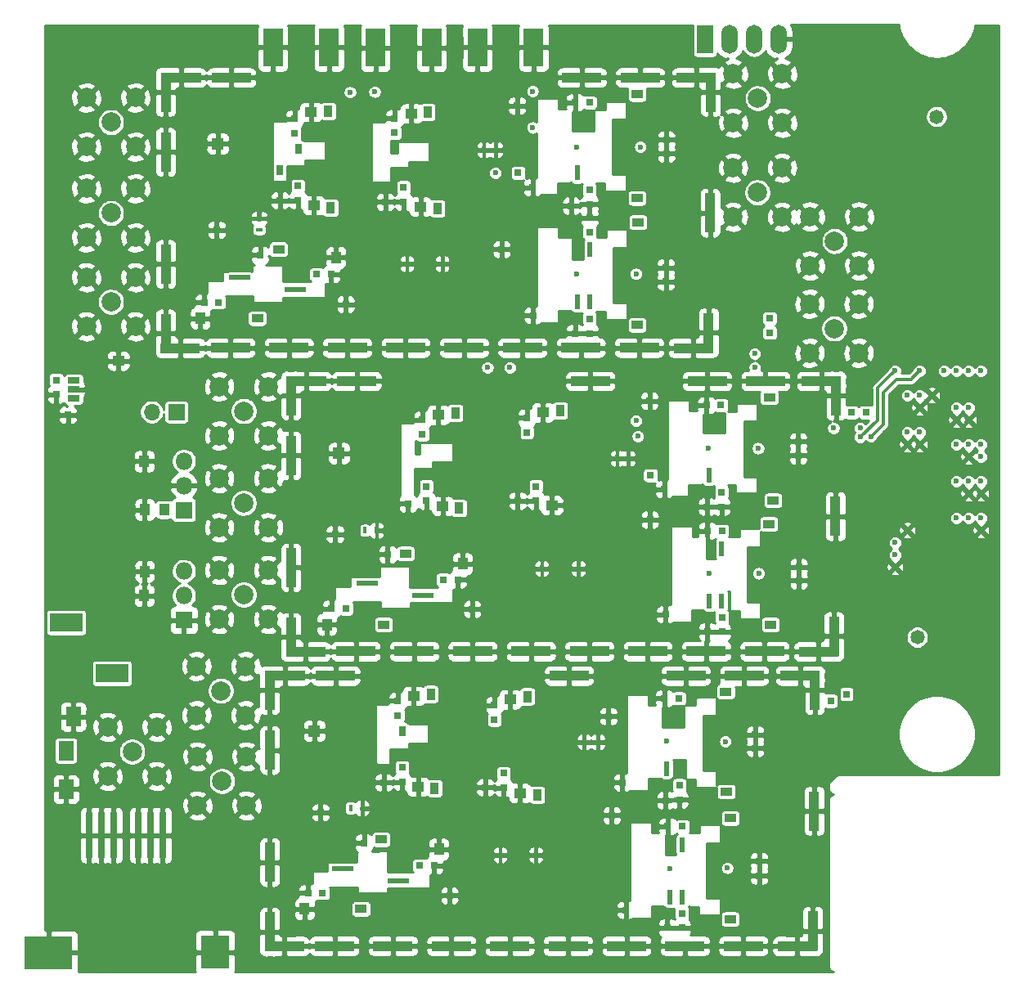
<source format=gbr>
G04 #@! TF.GenerationSoftware,KiCad,Pcbnew,(5.1.5-0-10_14)*
G04 #@! TF.CreationDate,2021-05-04T13:32:50-04:00*
G04 #@! TF.ProjectId,FEA,4645412e-6b69-4636-9164-5f7063625858,rev?*
G04 #@! TF.SameCoordinates,Original*
G04 #@! TF.FileFunction,Copper,L2,Inr*
G04 #@! TF.FilePolarity,Positive*
%FSLAX46Y46*%
G04 Gerber Fmt 4.6, Leading zero omitted, Abs format (unit mm)*
G04 Created by KiCad (PCBNEW (5.1.5-0-10_14)) date 2021-05-04 13:32:50*
%MOMM*%
%LPD*%
G04 APERTURE LIST*
%ADD10R,4.040000X1.000000*%
%ADD11R,1.000000X4.040000*%
%ADD12R,0.400000X0.660000*%
%ADD13R,0.600000X1.550000*%
%ADD14R,0.650000X1.060000*%
%ADD15R,1.800000X1.800000*%
%ADD16O,1.800000X1.800000*%
%ADD17C,1.480000*%
%ADD18C,0.600000*%
%ADD19R,1.700000X1.700000*%
%ADD20O,1.700000X1.700000*%
%ADD21R,1.600000X2.000000*%
%ADD22C,2.000000*%
%ADD23R,2.000000X4.000000*%
%ADD24R,0.750000X0.800000*%
%ADD25R,1.220000X0.650000*%
%ADD26R,1.700000X3.000000*%
%ADD27O,1.700000X3.000000*%
%ADD28R,0.800000X0.750000*%
%ADD29R,0.760000X4.750000*%
%ADD30R,3.000000X3.500000*%
%ADD31R,5.000000X3.500000*%
%ADD32R,1.250000X1.000000*%
%ADD33R,1.000000X1.250000*%
%ADD34R,3.390000X1.960000*%
%ADD35R,0.660000X0.400000*%
%ADD36R,1.200000X0.900000*%
%ADD37R,0.900000X1.200000*%
%ADD38R,1.200000X1.200000*%
%ADD39R,2.200000X0.500000*%
%ADD40C,0.380000*%
%ADD41C,0.254000*%
G04 APERTURE END LIST*
D10*
X50700000Y-158000000D03*
D11*
X43900000Y-165700000D03*
X43900000Y-159500000D03*
D10*
X45500000Y-158000000D03*
X45400000Y-186000000D03*
D11*
X43900000Y-184500000D03*
X100100000Y-184400000D03*
D10*
X98500000Y-186000000D03*
D11*
X100300000Y-159500000D03*
D10*
X98800000Y-158000000D03*
D11*
X100250000Y-172000000D03*
X43900000Y-177300000D03*
D10*
X74880000Y-158000000D03*
X86970000Y-158000000D03*
X93015000Y-158000000D03*
X50600000Y-185970000D03*
X56645000Y-185970000D03*
X62690000Y-185970000D03*
X68735000Y-185970000D03*
X74780000Y-185970000D03*
X80825000Y-185970000D03*
X86870000Y-185970000D03*
X92915000Y-185970000D03*
D12*
X79850000Y-135500000D03*
D13*
X75715000Y-105950000D03*
D14*
X44950000Y-105650000D03*
X46850000Y-103450000D03*
D15*
X35000000Y-152250000D03*
D16*
X35000000Y-149710000D03*
X35000000Y-147170000D03*
X35000000Y-135770000D03*
X35000000Y-138310000D03*
D15*
X35000000Y-140850000D03*
D10*
X82140000Y-124045000D03*
X76095000Y-124045000D03*
X70050000Y-124045000D03*
X64005000Y-124045000D03*
X57960000Y-124045000D03*
X51915000Y-124045000D03*
X45870000Y-124045000D03*
X39825000Y-124045000D03*
X82240000Y-96075000D03*
X76195000Y-96075000D03*
D11*
X33125000Y-115375000D03*
X89475000Y-110075000D03*
D10*
X88025000Y-96075000D03*
D11*
X89525000Y-97575000D03*
D10*
X87725000Y-124075000D03*
D11*
X89325000Y-122475000D03*
X33125000Y-122575000D03*
D10*
X34625000Y-124075000D03*
X34725000Y-96075000D03*
D11*
X33125000Y-97575000D03*
X33125000Y-103775000D03*
D10*
X39925000Y-96075000D03*
D17*
X110925000Y-154025000D03*
X112925000Y-100125000D03*
D18*
X117515000Y-126425000D03*
X116245000Y-126425000D03*
X114975000Y-126425000D03*
X113705000Y-126425000D03*
X111165000Y-126425000D03*
X108625000Y-126425000D03*
X112435000Y-128965000D03*
X111165000Y-128965000D03*
X109895000Y-128965000D03*
X116245000Y-130235000D03*
X114975000Y-130235000D03*
X111165000Y-130235000D03*
X116245000Y-131505000D03*
X114975000Y-131505000D03*
X111165000Y-132775000D03*
X109895000Y-132775000D03*
X117515000Y-134045000D03*
X116245000Y-134045000D03*
X114975000Y-134045000D03*
X111165000Y-134045000D03*
X109895000Y-134045000D03*
X117515000Y-135315000D03*
X116245000Y-135315000D03*
X117515000Y-137855000D03*
X116245000Y-137855000D03*
X114975000Y-137855000D03*
X117515000Y-139125000D03*
X116245000Y-139125000D03*
X117515000Y-141665000D03*
X116245000Y-141665000D03*
X114975000Y-141665000D03*
X117515000Y-142935000D03*
X109895000Y-142935000D03*
X108625000Y-144205000D03*
X108625000Y-145475000D03*
X108625000Y-146745000D03*
D19*
X34220000Y-130700000D03*
D20*
X31680000Y-130700000D03*
D21*
X22800000Y-165750000D03*
X22800000Y-169750000D03*
D22*
X27450000Y-110100000D03*
X29990000Y-107560000D03*
X24910000Y-107560000D03*
X24910000Y-112640000D03*
X29990000Y-112640000D03*
X27450000Y-100700000D03*
X29990000Y-98160000D03*
X24910000Y-98160000D03*
X24910000Y-103240000D03*
X29990000Y-103240000D03*
D23*
X60640000Y-92980000D03*
X54840000Y-92980000D03*
X44225000Y-92950000D03*
X50025000Y-92950000D03*
D22*
X43740000Y-142640000D03*
X38660000Y-142640000D03*
X38660000Y-137560000D03*
X43740000Y-137560000D03*
X41200000Y-140100000D03*
X41200000Y-130600000D03*
X43740000Y-128060000D03*
X38660000Y-128060000D03*
X38660000Y-133140000D03*
X43740000Y-133140000D03*
X38950000Y-168900000D03*
X41490000Y-166360000D03*
X36410000Y-166360000D03*
X36410000Y-171440000D03*
X41490000Y-171440000D03*
X41390000Y-162090000D03*
X36310000Y-162090000D03*
X36310000Y-157010000D03*
X41390000Y-157010000D03*
X38850000Y-159550000D03*
X94410000Y-98230000D03*
X96950000Y-95690000D03*
X91870000Y-95690000D03*
X91870000Y-100770000D03*
X96950000Y-100770000D03*
X96930000Y-110510000D03*
X91850000Y-110510000D03*
X91850000Y-105430000D03*
X96930000Y-105430000D03*
X94390000Y-107970000D03*
X104910000Y-115540000D03*
X99830000Y-115540000D03*
X99830000Y-110460000D03*
X104910000Y-110460000D03*
X102370000Y-113000000D03*
X102320000Y-122050000D03*
X104860000Y-119510000D03*
X99780000Y-119510000D03*
X99780000Y-124590000D03*
X104860000Y-124590000D03*
D24*
X21800000Y-128895000D03*
X21800000Y-127395000D03*
D25*
X23615000Y-127400000D03*
X23615000Y-128350000D03*
X23615000Y-129300000D03*
D23*
X65400000Y-92950000D03*
X71200000Y-92950000D03*
D26*
X88950000Y-92100000D03*
D27*
X91490000Y-92100000D03*
X94030000Y-92100000D03*
X96570000Y-92100000D03*
D28*
X23000000Y-131000000D03*
D29*
X25195000Y-174525000D03*
X26465000Y-174525000D03*
X27735000Y-174525000D03*
X30275000Y-174525000D03*
X31545000Y-174525000D03*
X32815000Y-174525000D03*
D30*
X38245000Y-186625000D03*
D31*
X20995000Y-186675000D03*
D32*
X28220000Y-125400000D03*
D33*
X30900000Y-149700000D03*
X32950000Y-140800000D03*
X30950000Y-140800000D03*
X30950000Y-147200000D03*
X30900000Y-135800000D03*
D28*
X95650000Y-121000000D03*
X95650000Y-122500000D03*
D24*
X105600000Y-130750000D03*
X104100000Y-130750000D03*
X101950000Y-160600000D03*
X103600000Y-159900000D03*
D34*
X27550000Y-157750000D03*
X22800000Y-152500000D03*
D33*
X36700000Y-121000000D03*
D32*
X48450000Y-109300000D03*
D24*
X46800000Y-108800000D03*
D28*
X37100000Y-119350000D03*
X38600000Y-119350000D03*
D24*
X46800000Y-108800000D03*
X46800000Y-107300000D03*
D28*
X48750000Y-116450000D03*
X50250000Y-116450000D03*
D24*
X46450000Y-101850000D03*
X46450000Y-100350000D03*
D28*
X50250000Y-116450000D03*
X48750000Y-116450000D03*
D24*
X46450000Y-100350000D03*
D32*
X48150000Y-99650000D03*
D33*
X50750000Y-114700000D03*
D35*
X42800000Y-111850000D03*
X42800000Y-110650000D03*
D36*
X42600000Y-121000000D03*
D37*
X50200000Y-109550000D03*
D36*
X44800000Y-113850000D03*
D37*
X49950000Y-99550000D03*
D28*
X38400000Y-111850000D03*
D24*
X42900000Y-114450000D03*
X44950000Y-108800000D03*
D38*
X38500000Y-102930000D03*
D24*
X84950000Y-102500000D03*
X77000000Y-110600000D03*
X77000000Y-110600000D03*
X77000000Y-112100000D03*
X84900000Y-115750000D03*
X84950000Y-103950000D03*
X84900000Y-117200000D03*
X77000000Y-121050000D03*
X77000000Y-122550000D03*
X75500000Y-122550000D03*
D28*
X77000000Y-98650000D03*
X75500000Y-98650000D03*
D24*
X77000000Y-109200000D03*
X77000000Y-107700000D03*
X75100000Y-109350000D03*
D36*
X82000000Y-111050000D03*
X81900000Y-121700000D03*
X81950000Y-97800000D03*
X81900000Y-108550000D03*
D24*
X67900000Y-113850000D03*
D28*
X71150000Y-120700000D03*
D24*
X69500000Y-99000000D03*
D28*
X71100000Y-107450000D03*
X69600000Y-105950000D03*
D12*
X67300000Y-103550000D03*
X66050000Y-103550000D03*
X58100000Y-115350000D03*
X61750000Y-115350000D03*
D21*
X23550000Y-162250000D03*
D33*
X49800000Y-152700000D03*
D32*
X61800000Y-140450000D03*
D28*
X50300000Y-151050000D03*
X50300000Y-151050000D03*
X51800000Y-151050000D03*
D24*
X60100000Y-138400000D03*
X60100000Y-139900000D03*
D28*
X61850000Y-148050000D03*
X63350000Y-148050000D03*
D24*
X59700000Y-131500000D03*
X59700000Y-133000000D03*
D32*
X61350000Y-131000000D03*
D33*
X63850000Y-146400000D03*
D28*
X90600000Y-130000000D03*
X89100000Y-130000000D03*
D24*
X98600000Y-133750000D03*
D28*
X90700000Y-143000000D03*
X89200000Y-143000000D03*
D24*
X98650000Y-146750000D03*
X98600000Y-135200000D03*
X90650000Y-139000000D03*
X90650000Y-140500000D03*
X89150000Y-140500000D03*
X98650000Y-148150000D03*
X90700000Y-153450000D03*
X90700000Y-151950000D03*
X89200000Y-153450000D03*
D12*
X53750000Y-142950000D03*
X54950000Y-142950000D03*
X72050000Y-146900000D03*
X81000000Y-135500000D03*
X75850000Y-146900000D03*
D36*
X55700000Y-152700000D03*
D37*
X63500000Y-140650000D03*
D36*
X57950000Y-145350000D03*
D37*
X63100000Y-130800000D03*
D36*
X95600000Y-129200000D03*
X95550000Y-142300000D03*
X96000000Y-139850000D03*
X95750000Y-152700000D03*
D10*
X52900000Y-127500000D03*
D11*
X46100000Y-135200000D03*
X46100000Y-129000000D03*
D10*
X47700000Y-127500000D03*
X47600000Y-155500000D03*
D11*
X46100000Y-154000000D03*
X102300000Y-153900000D03*
D10*
X100700000Y-155500000D03*
D11*
X102500000Y-129000000D03*
D10*
X101000000Y-127500000D03*
D11*
X102450000Y-141500000D03*
X46100000Y-146800000D03*
D10*
X77080000Y-127500000D03*
X89170000Y-127500000D03*
X95215000Y-127500000D03*
X52800000Y-155470000D03*
X58845000Y-155470000D03*
X64890000Y-155470000D03*
X70935000Y-155470000D03*
X76980000Y-155470000D03*
X83025000Y-155470000D03*
X89070000Y-155470000D03*
X95115000Y-155470000D03*
D28*
X50650000Y-143350000D03*
D24*
X56100000Y-145450000D03*
X58200000Y-140200000D03*
X83200000Y-129550000D03*
X83250000Y-141850000D03*
D28*
X84750000Y-138700000D03*
X83300000Y-137250000D03*
X84850000Y-151650000D03*
D38*
X51050000Y-134960000D03*
D13*
X89365000Y-137250000D03*
D33*
X47500000Y-182150000D03*
D32*
X59250000Y-169500000D03*
D24*
X57600000Y-167500000D03*
X57600000Y-169000000D03*
D28*
X47850000Y-180500000D03*
X49350000Y-180500000D03*
D24*
X57150000Y-160600000D03*
X57150000Y-162100000D03*
D28*
X60900000Y-177650000D03*
X59400000Y-177650000D03*
D32*
X58800000Y-160100000D03*
D33*
X61400000Y-175950000D03*
D28*
X84750000Y-160350000D03*
X86250000Y-160350000D03*
D24*
X94150000Y-164100000D03*
D28*
X86600000Y-173600000D03*
X85100000Y-173600000D03*
D24*
X94550000Y-177200000D03*
X94150000Y-165500000D03*
X86300000Y-170850000D03*
X84850000Y-170900000D03*
X86300000Y-169350000D03*
X94550000Y-178700000D03*
X86550000Y-184100000D03*
X86550000Y-182600000D03*
X85050000Y-184100000D03*
D12*
X52250000Y-171700000D03*
X53450000Y-171700000D03*
X77850000Y-164850000D03*
X67750000Y-176550000D03*
X76450000Y-164850000D03*
X71450000Y-176550000D03*
D36*
X53350000Y-182150000D03*
D37*
X60950000Y-169650000D03*
D36*
X55450000Y-174950000D03*
D37*
X60550000Y-159900000D03*
D36*
X91100000Y-159650000D03*
X91600000Y-172750000D03*
X91150000Y-170000000D03*
X91550000Y-183200000D03*
D28*
X49150000Y-172150000D03*
D24*
X53650000Y-175300000D03*
X55700000Y-169050000D03*
X78950000Y-162200000D03*
X79300000Y-172450000D03*
D28*
X80400000Y-169050000D03*
X80750000Y-182250000D03*
D38*
X48500000Y-163710000D03*
D14*
X57600000Y-163700000D03*
D13*
X84965000Y-167600000D03*
D32*
X73100000Y-140350000D03*
D24*
X71450000Y-139900000D03*
X71450000Y-138400000D03*
X71450000Y-139900000D03*
X70500000Y-131300000D03*
X70500000Y-132800000D03*
D32*
X72150000Y-130750000D03*
X69800000Y-170150000D03*
D24*
X68100000Y-169600000D03*
X68100000Y-168100000D03*
X67150000Y-162550000D03*
X67150000Y-161050000D03*
D32*
X68800000Y-160450000D03*
X59500000Y-109450000D03*
D24*
X57750000Y-108950000D03*
X57750000Y-107450000D03*
X56800000Y-101800000D03*
X56800000Y-100300000D03*
D32*
X58550000Y-99800000D03*
D37*
X73950000Y-130550000D03*
X71600000Y-170350000D03*
X70550000Y-160150000D03*
X61250000Y-109650000D03*
X60250000Y-99650000D03*
D24*
X64850000Y-151100000D03*
X69550000Y-139900000D03*
X62500000Y-180750000D03*
X66200000Y-169550000D03*
X51750000Y-119550000D03*
X55850000Y-108950000D03*
D22*
X29990000Y-121840000D03*
X24910000Y-121840000D03*
X24910000Y-116760000D03*
X29990000Y-116760000D03*
X27450000Y-119300000D03*
X41200000Y-149600000D03*
X43740000Y-147060000D03*
X38660000Y-147060000D03*
X38660000Y-152140000D03*
X43740000Y-152140000D03*
X29650000Y-165850000D03*
X32190000Y-163310000D03*
X27110000Y-163310000D03*
X27110000Y-168390000D03*
X32190000Y-168390000D03*
D39*
X59725000Y-149690000D03*
X53975000Y-148420000D03*
D13*
X90685000Y-150250000D03*
X90685000Y-144850000D03*
X89415000Y-150250000D03*
D39*
X51475000Y-177970000D03*
X57225000Y-179240000D03*
D13*
X86585000Y-180900000D03*
X86585000Y-175500000D03*
X85315000Y-180900000D03*
D39*
X40750000Y-116770000D03*
X46500000Y-118040000D03*
D13*
X75765000Y-119300000D03*
X77035000Y-113900000D03*
X77035000Y-119300000D03*
D18*
X118750000Y-131550000D03*
X66430010Y-126090000D03*
X68750000Y-126090000D03*
X94100000Y-126090000D03*
X94100000Y-124650000D03*
X71100000Y-101250000D03*
X71100000Y-97500000D03*
X28650000Y-158200000D03*
X28700000Y-157250000D03*
X26300000Y-158200000D03*
X26350000Y-157250000D03*
X75700000Y-103250000D03*
X82250000Y-103250000D03*
X75700000Y-116400000D03*
X81800000Y-116400000D03*
X89400000Y-147400000D03*
X94500000Y-147400000D03*
X89300000Y-134450000D03*
X105000000Y-132350000D03*
X94450000Y-134450000D03*
X102250000Y-132350000D03*
X85300000Y-177950000D03*
X106123505Y-133223505D03*
X91250000Y-177900000D03*
X84950000Y-164750000D03*
X105000000Y-133300000D03*
X91050000Y-164800000D03*
X52200000Y-97600000D03*
X54750000Y-97550000D03*
X67250000Y-105950000D03*
X81800000Y-131600000D03*
X82000000Y-133200000D03*
D40*
X111165000Y-126425000D02*
X110284991Y-127305009D01*
X108744991Y-127305009D02*
X107380010Y-128669990D01*
X110284991Y-127305009D02*
X108744991Y-127305009D01*
X107380010Y-131967000D02*
X106123505Y-133223505D01*
X107380010Y-128669990D02*
X107380010Y-131967000D01*
X106800000Y-128200000D02*
X106800000Y-131571202D01*
X105071202Y-133300000D02*
X105000000Y-133300000D01*
X106800000Y-131571202D02*
X105071202Y-133300000D01*
X108325001Y-126724999D02*
X108275001Y-126724999D01*
X108275001Y-126724999D02*
X106800000Y-128200000D01*
X108625000Y-126425000D02*
X108325001Y-126724999D01*
D41*
G36*
X109022115Y-90880613D02*
G01*
X109031255Y-90925178D01*
X109039775Y-90969878D01*
X109041799Y-90976588D01*
X109243686Y-91629152D01*
X109261301Y-91671074D01*
X109278348Y-91713287D01*
X109281638Y-91719476D01*
X109606431Y-92320399D01*
X109631861Y-92358113D01*
X109656774Y-92396198D01*
X109661203Y-92401631D01*
X110096529Y-92928024D01*
X110128811Y-92960091D01*
X110160638Y-92992602D01*
X110166038Y-92997071D01*
X110695317Y-93428883D01*
X110733218Y-93454073D01*
X110770748Y-93479779D01*
X110776913Y-93483114D01*
X111379986Y-93803898D01*
X111422047Y-93821242D01*
X111463865Y-93839173D01*
X111470560Y-93841247D01*
X112124454Y-94038785D01*
X112169111Y-94047635D01*
X112213589Y-94057096D01*
X112220559Y-94057830D01*
X112900368Y-94124596D01*
X112945877Y-94124603D01*
X112991360Y-94125246D01*
X112998341Y-94124612D01*
X112998343Y-94124612D01*
X113678172Y-94058065D01*
X113722768Y-94049242D01*
X113767558Y-94041029D01*
X113774283Y-94039051D01*
X114428241Y-93841724D01*
X114470319Y-93824388D01*
X114512615Y-93807650D01*
X114518827Y-93804404D01*
X115122003Y-93483815D01*
X115159910Y-93458638D01*
X115198153Y-93434001D01*
X115203616Y-93429610D01*
X115733035Y-92997970D01*
X115765329Y-92965910D01*
X115798059Y-92934314D01*
X115802565Y-92928945D01*
X116238062Y-92402692D01*
X116263504Y-92364986D01*
X116289483Y-92327619D01*
X116292861Y-92321477D01*
X116617847Y-91720659D01*
X116635482Y-91678727D01*
X116653707Y-91637029D01*
X116655828Y-91630348D01*
X116857926Y-90977849D01*
X116867083Y-90933274D01*
X116876859Y-90888845D01*
X116877642Y-90881880D01*
X116901841Y-90652000D01*
X119348000Y-90652000D01*
X119348001Y-91375347D01*
X119348000Y-148053117D01*
X119343007Y-165475285D01*
X119343001Y-165475347D01*
X119343001Y-165496616D01*
X119342993Y-165524509D01*
X119343001Y-165524590D01*
X119343000Y-168248000D01*
X102794643Y-168248000D01*
X102770000Y-168245573D01*
X102745357Y-168248000D01*
X102745347Y-168248000D01*
X102671591Y-168255264D01*
X102576964Y-168283969D01*
X102555380Y-168295506D01*
X102489754Y-168330583D01*
X102432464Y-168377600D01*
X102432456Y-168377608D01*
X102413316Y-168393316D01*
X102397607Y-168412457D01*
X101932467Y-168877599D01*
X101913316Y-168893316D01*
X101850583Y-168969755D01*
X101803969Y-169056965D01*
X101775264Y-169151592D01*
X101768000Y-169225348D01*
X101768000Y-169225357D01*
X101765573Y-169250000D01*
X101768000Y-169274644D01*
X101768001Y-169750338D01*
X101765572Y-169775000D01*
X101775264Y-169873409D01*
X101803969Y-169968036D01*
X101850583Y-170055245D01*
X101913316Y-170131684D01*
X101989755Y-170194417D01*
X102076964Y-170241031D01*
X102171591Y-170269736D01*
X102225040Y-170275000D01*
X102171591Y-170280264D01*
X102076964Y-170308969D01*
X101989755Y-170355583D01*
X101913316Y-170418316D01*
X101850583Y-170494755D01*
X101803969Y-170581964D01*
X101775264Y-170676591D01*
X101765572Y-170775000D01*
X101768001Y-170799663D01*
X101768000Y-188125347D01*
X101765572Y-188150000D01*
X101775264Y-188248409D01*
X101803969Y-188343036D01*
X101821054Y-188375000D01*
X101850583Y-188430245D01*
X101913316Y-188506684D01*
X101989755Y-188569417D01*
X102076964Y-188616031D01*
X102171591Y-188644736D01*
X102204938Y-188648020D01*
X40309014Y-188666863D01*
X40334502Y-188619180D01*
X40370812Y-188499482D01*
X40383072Y-188375000D01*
X40380000Y-186910750D01*
X40221250Y-186752000D01*
X38372000Y-186752000D01*
X38372000Y-186772000D01*
X38118000Y-186772000D01*
X38118000Y-186752000D01*
X36268750Y-186752000D01*
X36110000Y-186910750D01*
X36106928Y-188375000D01*
X36119188Y-188499482D01*
X36155498Y-188619180D01*
X36181657Y-188668120D01*
X24083100Y-188671803D01*
X24084502Y-188669180D01*
X24120812Y-188549482D01*
X24133072Y-188425000D01*
X24130000Y-186960750D01*
X23971250Y-186802000D01*
X21122000Y-186802000D01*
X21122000Y-186822000D01*
X20868000Y-186822000D01*
X20868000Y-186802000D01*
X20848000Y-186802000D01*
X20848000Y-186548000D01*
X20868000Y-186548000D01*
X20868000Y-184448750D01*
X21122000Y-184448750D01*
X21122000Y-186548000D01*
X23971250Y-186548000D01*
X24130000Y-186389250D01*
X24133072Y-184925000D01*
X24128148Y-184875000D01*
X36106928Y-184875000D01*
X36110000Y-186339250D01*
X36268750Y-186498000D01*
X38118000Y-186498000D01*
X38118000Y-184398750D01*
X38372000Y-184398750D01*
X38372000Y-186498000D01*
X40221250Y-186498000D01*
X40380000Y-186339250D01*
X40381760Y-185500000D01*
X42741928Y-185500000D01*
X42745000Y-185714250D01*
X42763323Y-185732573D01*
X42762374Y-186268376D01*
X42745000Y-186285750D01*
X42741928Y-186500000D01*
X42754188Y-186624482D01*
X42790498Y-186744180D01*
X42849463Y-186854494D01*
X42928815Y-186951185D01*
X42939800Y-186960200D01*
X42948815Y-186971185D01*
X43045506Y-187050537D01*
X43155820Y-187109502D01*
X43275518Y-187145812D01*
X43400000Y-187158072D01*
X43614250Y-187155000D01*
X43631624Y-187137626D01*
X44167427Y-187136677D01*
X44185750Y-187155000D01*
X44400000Y-187158072D01*
X44524482Y-187145812D01*
X44556870Y-187135987D01*
X45114250Y-187135000D01*
X45273000Y-186976250D01*
X45273000Y-186127000D01*
X45527000Y-186127000D01*
X45527000Y-186976250D01*
X45685750Y-187135000D01*
X47420000Y-187138072D01*
X47544482Y-187125812D01*
X47664180Y-187089502D01*
X47774494Y-187030537D01*
X47871185Y-186951185D01*
X47950537Y-186854494D01*
X48008018Y-186746957D01*
X48049463Y-186824494D01*
X48128815Y-186921185D01*
X48225506Y-187000537D01*
X48335820Y-187059502D01*
X48455518Y-187095812D01*
X48580000Y-187108072D01*
X50314250Y-187105000D01*
X50473000Y-186946250D01*
X50473000Y-186097000D01*
X50727000Y-186097000D01*
X50727000Y-186946250D01*
X50885750Y-187105000D01*
X52620000Y-187108072D01*
X52744482Y-187095812D01*
X52864180Y-187059502D01*
X52974494Y-187000537D01*
X53071185Y-186921185D01*
X53150537Y-186824494D01*
X53209502Y-186714180D01*
X53245812Y-186594482D01*
X53258072Y-186470000D01*
X53986928Y-186470000D01*
X53999188Y-186594482D01*
X54035498Y-186714180D01*
X54094463Y-186824494D01*
X54173815Y-186921185D01*
X54270506Y-187000537D01*
X54380820Y-187059502D01*
X54500518Y-187095812D01*
X54625000Y-187108072D01*
X56359250Y-187105000D01*
X56518000Y-186946250D01*
X56518000Y-186097000D01*
X56772000Y-186097000D01*
X56772000Y-186946250D01*
X56930750Y-187105000D01*
X58665000Y-187108072D01*
X58789482Y-187095812D01*
X58909180Y-187059502D01*
X59019494Y-187000537D01*
X59116185Y-186921185D01*
X59195537Y-186824494D01*
X59254502Y-186714180D01*
X59290812Y-186594482D01*
X59303072Y-186470000D01*
X60031928Y-186470000D01*
X60044188Y-186594482D01*
X60080498Y-186714180D01*
X60139463Y-186824494D01*
X60218815Y-186921185D01*
X60315506Y-187000537D01*
X60425820Y-187059502D01*
X60545518Y-187095812D01*
X60670000Y-187108072D01*
X62404250Y-187105000D01*
X62563000Y-186946250D01*
X62563000Y-186097000D01*
X62817000Y-186097000D01*
X62817000Y-186946250D01*
X62975750Y-187105000D01*
X64710000Y-187108072D01*
X64834482Y-187095812D01*
X64954180Y-187059502D01*
X65064494Y-187000537D01*
X65161185Y-186921185D01*
X65240537Y-186824494D01*
X65299502Y-186714180D01*
X65335812Y-186594482D01*
X65348072Y-186470000D01*
X66076928Y-186470000D01*
X66089188Y-186594482D01*
X66125498Y-186714180D01*
X66184463Y-186824494D01*
X66263815Y-186921185D01*
X66360506Y-187000537D01*
X66470820Y-187059502D01*
X66590518Y-187095812D01*
X66715000Y-187108072D01*
X68449250Y-187105000D01*
X68608000Y-186946250D01*
X68608000Y-186097000D01*
X68862000Y-186097000D01*
X68862000Y-186946250D01*
X69020750Y-187105000D01*
X70755000Y-187108072D01*
X70879482Y-187095812D01*
X70999180Y-187059502D01*
X71109494Y-187000537D01*
X71206185Y-186921185D01*
X71285537Y-186824494D01*
X71344502Y-186714180D01*
X71380812Y-186594482D01*
X71393072Y-186470000D01*
X72121928Y-186470000D01*
X72134188Y-186594482D01*
X72170498Y-186714180D01*
X72229463Y-186824494D01*
X72308815Y-186921185D01*
X72405506Y-187000537D01*
X72515820Y-187059502D01*
X72635518Y-187095812D01*
X72760000Y-187108072D01*
X74494250Y-187105000D01*
X74653000Y-186946250D01*
X74653000Y-186097000D01*
X74907000Y-186097000D01*
X74907000Y-186946250D01*
X75065750Y-187105000D01*
X76800000Y-187108072D01*
X76924482Y-187095812D01*
X77044180Y-187059502D01*
X77154494Y-187000537D01*
X77251185Y-186921185D01*
X77330537Y-186824494D01*
X77389502Y-186714180D01*
X77425812Y-186594482D01*
X77438072Y-186470000D01*
X78166928Y-186470000D01*
X78179188Y-186594482D01*
X78215498Y-186714180D01*
X78274463Y-186824494D01*
X78353815Y-186921185D01*
X78450506Y-187000537D01*
X78560820Y-187059502D01*
X78680518Y-187095812D01*
X78805000Y-187108072D01*
X80539250Y-187105000D01*
X80698000Y-186946250D01*
X80698000Y-186097000D01*
X80952000Y-186097000D01*
X80952000Y-186946250D01*
X81110750Y-187105000D01*
X82845000Y-187108072D01*
X82969482Y-187095812D01*
X83089180Y-187059502D01*
X83199494Y-187000537D01*
X83296185Y-186921185D01*
X83375537Y-186824494D01*
X83434502Y-186714180D01*
X83470812Y-186594482D01*
X83483072Y-186470000D01*
X84211928Y-186470000D01*
X84224188Y-186594482D01*
X84260498Y-186714180D01*
X84319463Y-186824494D01*
X84398815Y-186921185D01*
X84495506Y-187000537D01*
X84605820Y-187059502D01*
X84725518Y-187095812D01*
X84850000Y-187108072D01*
X86584250Y-187105000D01*
X86743000Y-186946250D01*
X86743000Y-186097000D01*
X86997000Y-186097000D01*
X86997000Y-186946250D01*
X87155750Y-187105000D01*
X88890000Y-187108072D01*
X89014482Y-187095812D01*
X89134180Y-187059502D01*
X89244494Y-187000537D01*
X89341185Y-186921185D01*
X89420537Y-186824494D01*
X89479502Y-186714180D01*
X89515812Y-186594482D01*
X89528072Y-186470000D01*
X90256928Y-186470000D01*
X90269188Y-186594482D01*
X90305498Y-186714180D01*
X90364463Y-186824494D01*
X90443815Y-186921185D01*
X90540506Y-187000537D01*
X90650820Y-187059502D01*
X90770518Y-187095812D01*
X90895000Y-187108072D01*
X92629250Y-187105000D01*
X92788000Y-186946250D01*
X92788000Y-186097000D01*
X93042000Y-186097000D01*
X93042000Y-186946250D01*
X93200750Y-187105000D01*
X94935000Y-187108072D01*
X95059482Y-187095812D01*
X95179180Y-187059502D01*
X95289494Y-187000537D01*
X95386185Y-186921185D01*
X95465537Y-186824494D01*
X95524502Y-186714180D01*
X95560812Y-186594482D01*
X95570117Y-186500000D01*
X95841928Y-186500000D01*
X95854188Y-186624482D01*
X95890498Y-186744180D01*
X95949463Y-186854494D01*
X96028815Y-186951185D01*
X96125506Y-187030537D01*
X96235820Y-187089502D01*
X96355518Y-187125812D01*
X96480000Y-187138072D01*
X98214250Y-187135000D01*
X98373000Y-186976250D01*
X98373000Y-186127000D01*
X96003750Y-186127000D01*
X95845000Y-186285750D01*
X95841928Y-186500000D01*
X95570117Y-186500000D01*
X95573072Y-186470000D01*
X95570000Y-186255750D01*
X95411250Y-186097000D01*
X93042000Y-186097000D01*
X92788000Y-186097000D01*
X90418750Y-186097000D01*
X90260000Y-186255750D01*
X90256928Y-186470000D01*
X89528072Y-186470000D01*
X89525000Y-186255750D01*
X89366250Y-186097000D01*
X86997000Y-186097000D01*
X86743000Y-186097000D01*
X84373750Y-186097000D01*
X84215000Y-186255750D01*
X84211928Y-186470000D01*
X83483072Y-186470000D01*
X83480000Y-186255750D01*
X83321250Y-186097000D01*
X80952000Y-186097000D01*
X80698000Y-186097000D01*
X78328750Y-186097000D01*
X78170000Y-186255750D01*
X78166928Y-186470000D01*
X77438072Y-186470000D01*
X77435000Y-186255750D01*
X77276250Y-186097000D01*
X74907000Y-186097000D01*
X74653000Y-186097000D01*
X72283750Y-186097000D01*
X72125000Y-186255750D01*
X72121928Y-186470000D01*
X71393072Y-186470000D01*
X71390000Y-186255750D01*
X71231250Y-186097000D01*
X68862000Y-186097000D01*
X68608000Y-186097000D01*
X66238750Y-186097000D01*
X66080000Y-186255750D01*
X66076928Y-186470000D01*
X65348072Y-186470000D01*
X65345000Y-186255750D01*
X65186250Y-186097000D01*
X62817000Y-186097000D01*
X62563000Y-186097000D01*
X60193750Y-186097000D01*
X60035000Y-186255750D01*
X60031928Y-186470000D01*
X59303072Y-186470000D01*
X59300000Y-186255750D01*
X59141250Y-186097000D01*
X56772000Y-186097000D01*
X56518000Y-186097000D01*
X54148750Y-186097000D01*
X53990000Y-186255750D01*
X53986928Y-186470000D01*
X53258072Y-186470000D01*
X53255000Y-186255750D01*
X53096250Y-186097000D01*
X50727000Y-186097000D01*
X50473000Y-186097000D01*
X48103750Y-186097000D01*
X47985000Y-186215750D01*
X47896250Y-186127000D01*
X45527000Y-186127000D01*
X45273000Y-186127000D01*
X45037376Y-186127000D01*
X45036926Y-185873000D01*
X45273000Y-185873000D01*
X45273000Y-185023750D01*
X45527000Y-185023750D01*
X45527000Y-185873000D01*
X47896250Y-185873000D01*
X48015000Y-185754250D01*
X48103750Y-185843000D01*
X50473000Y-185843000D01*
X50473000Y-184993750D01*
X50727000Y-184993750D01*
X50727000Y-185843000D01*
X53096250Y-185843000D01*
X53255000Y-185684250D01*
X53258072Y-185470000D01*
X53986928Y-185470000D01*
X53990000Y-185684250D01*
X54148750Y-185843000D01*
X56518000Y-185843000D01*
X56518000Y-184993750D01*
X56772000Y-184993750D01*
X56772000Y-185843000D01*
X59141250Y-185843000D01*
X59300000Y-185684250D01*
X59303072Y-185470000D01*
X60031928Y-185470000D01*
X60035000Y-185684250D01*
X60193750Y-185843000D01*
X62563000Y-185843000D01*
X62563000Y-184993750D01*
X62817000Y-184993750D01*
X62817000Y-185843000D01*
X65186250Y-185843000D01*
X65345000Y-185684250D01*
X65348072Y-185470000D01*
X66076928Y-185470000D01*
X66080000Y-185684250D01*
X66238750Y-185843000D01*
X68608000Y-185843000D01*
X68608000Y-184993750D01*
X68862000Y-184993750D01*
X68862000Y-185843000D01*
X71231250Y-185843000D01*
X71390000Y-185684250D01*
X71393072Y-185470000D01*
X72121928Y-185470000D01*
X72125000Y-185684250D01*
X72283750Y-185843000D01*
X74653000Y-185843000D01*
X74653000Y-184993750D01*
X74907000Y-184993750D01*
X74907000Y-185843000D01*
X77276250Y-185843000D01*
X77435000Y-185684250D01*
X77438072Y-185470000D01*
X78166928Y-185470000D01*
X78170000Y-185684250D01*
X78328750Y-185843000D01*
X80698000Y-185843000D01*
X80698000Y-184993750D01*
X80952000Y-184993750D01*
X80952000Y-185843000D01*
X83321250Y-185843000D01*
X83480000Y-185684250D01*
X83483072Y-185470000D01*
X83470812Y-185345518D01*
X83434502Y-185225820D01*
X83375537Y-185115506D01*
X83296185Y-185018815D01*
X83199494Y-184939463D01*
X83089180Y-184880498D01*
X82969482Y-184844188D01*
X82845000Y-184831928D01*
X81110750Y-184835000D01*
X80952000Y-184993750D01*
X80698000Y-184993750D01*
X80539250Y-184835000D01*
X78805000Y-184831928D01*
X78680518Y-184844188D01*
X78560820Y-184880498D01*
X78450506Y-184939463D01*
X78353815Y-185018815D01*
X78274463Y-185115506D01*
X78215498Y-185225820D01*
X78179188Y-185345518D01*
X78166928Y-185470000D01*
X77438072Y-185470000D01*
X77425812Y-185345518D01*
X77389502Y-185225820D01*
X77330537Y-185115506D01*
X77251185Y-185018815D01*
X77154494Y-184939463D01*
X77044180Y-184880498D01*
X76924482Y-184844188D01*
X76800000Y-184831928D01*
X75065750Y-184835000D01*
X74907000Y-184993750D01*
X74653000Y-184993750D01*
X74494250Y-184835000D01*
X72760000Y-184831928D01*
X72635518Y-184844188D01*
X72515820Y-184880498D01*
X72405506Y-184939463D01*
X72308815Y-185018815D01*
X72229463Y-185115506D01*
X72170498Y-185225820D01*
X72134188Y-185345518D01*
X72121928Y-185470000D01*
X71393072Y-185470000D01*
X71380812Y-185345518D01*
X71344502Y-185225820D01*
X71285537Y-185115506D01*
X71206185Y-185018815D01*
X71109494Y-184939463D01*
X70999180Y-184880498D01*
X70879482Y-184844188D01*
X70755000Y-184831928D01*
X69020750Y-184835000D01*
X68862000Y-184993750D01*
X68608000Y-184993750D01*
X68449250Y-184835000D01*
X66715000Y-184831928D01*
X66590518Y-184844188D01*
X66470820Y-184880498D01*
X66360506Y-184939463D01*
X66263815Y-185018815D01*
X66184463Y-185115506D01*
X66125498Y-185225820D01*
X66089188Y-185345518D01*
X66076928Y-185470000D01*
X65348072Y-185470000D01*
X65335812Y-185345518D01*
X65299502Y-185225820D01*
X65240537Y-185115506D01*
X65161185Y-185018815D01*
X65064494Y-184939463D01*
X64954180Y-184880498D01*
X64834482Y-184844188D01*
X64710000Y-184831928D01*
X62975750Y-184835000D01*
X62817000Y-184993750D01*
X62563000Y-184993750D01*
X62404250Y-184835000D01*
X60670000Y-184831928D01*
X60545518Y-184844188D01*
X60425820Y-184880498D01*
X60315506Y-184939463D01*
X60218815Y-185018815D01*
X60139463Y-185115506D01*
X60080498Y-185225820D01*
X60044188Y-185345518D01*
X60031928Y-185470000D01*
X59303072Y-185470000D01*
X59290812Y-185345518D01*
X59254502Y-185225820D01*
X59195537Y-185115506D01*
X59116185Y-185018815D01*
X59019494Y-184939463D01*
X58909180Y-184880498D01*
X58789482Y-184844188D01*
X58665000Y-184831928D01*
X56930750Y-184835000D01*
X56772000Y-184993750D01*
X56518000Y-184993750D01*
X56359250Y-184835000D01*
X54625000Y-184831928D01*
X54500518Y-184844188D01*
X54380820Y-184880498D01*
X54270506Y-184939463D01*
X54173815Y-185018815D01*
X54094463Y-185115506D01*
X54035498Y-185225820D01*
X53999188Y-185345518D01*
X53986928Y-185470000D01*
X53258072Y-185470000D01*
X53245812Y-185345518D01*
X53209502Y-185225820D01*
X53150537Y-185115506D01*
X53071185Y-185018815D01*
X52974494Y-184939463D01*
X52864180Y-184880498D01*
X52744482Y-184844188D01*
X52620000Y-184831928D01*
X50885750Y-184835000D01*
X50727000Y-184993750D01*
X50473000Y-184993750D01*
X50314250Y-184835000D01*
X48580000Y-184831928D01*
X48455518Y-184844188D01*
X48335820Y-184880498D01*
X48225506Y-184939463D01*
X48128815Y-185018815D01*
X48049463Y-185115506D01*
X47991982Y-185223043D01*
X47950537Y-185145506D01*
X47871185Y-185048815D01*
X47774494Y-184969463D01*
X47664180Y-184910498D01*
X47544482Y-184874188D01*
X47420000Y-184861928D01*
X45685750Y-184865000D01*
X45527000Y-185023750D01*
X45273000Y-185023750D01*
X45114250Y-184865000D01*
X45035140Y-184864860D01*
X45035000Y-184785750D01*
X44876250Y-184627000D01*
X44027000Y-184627000D01*
X44027000Y-184863074D01*
X43773000Y-184862624D01*
X43773000Y-184627000D01*
X42923750Y-184627000D01*
X42765000Y-184785750D01*
X42764013Y-185343130D01*
X42754188Y-185375518D01*
X42741928Y-185500000D01*
X40381760Y-185500000D01*
X40383072Y-184875000D01*
X40370812Y-184750518D01*
X40334502Y-184630820D01*
X40275537Y-184520506D01*
X40258709Y-184500000D01*
X84036928Y-184500000D01*
X84049188Y-184624482D01*
X84085498Y-184744180D01*
X84144463Y-184854494D01*
X84223815Y-184951185D01*
X84320506Y-185030537D01*
X84368251Y-185056058D01*
X84319463Y-185115506D01*
X84260498Y-185225820D01*
X84224188Y-185345518D01*
X84211928Y-185470000D01*
X84215000Y-185684250D01*
X84373750Y-185843000D01*
X86743000Y-185843000D01*
X86743000Y-185823000D01*
X86997000Y-185823000D01*
X86997000Y-185843000D01*
X89366250Y-185843000D01*
X89525000Y-185684250D01*
X89528072Y-185470000D01*
X90256928Y-185470000D01*
X90260000Y-185684250D01*
X90418750Y-185843000D01*
X92788000Y-185843000D01*
X92788000Y-184993750D01*
X93042000Y-184993750D01*
X93042000Y-185843000D01*
X95411250Y-185843000D01*
X95570000Y-185684250D01*
X95572641Y-185500000D01*
X95841928Y-185500000D01*
X95845000Y-185714250D01*
X96003750Y-185873000D01*
X98373000Y-185873000D01*
X98373000Y-185023750D01*
X98627000Y-185023750D01*
X98627000Y-185873000D01*
X98647000Y-185873000D01*
X98647000Y-186127000D01*
X98627000Y-186127000D01*
X98627000Y-186976250D01*
X98785750Y-187135000D01*
X100520000Y-187138072D01*
X100644482Y-187125812D01*
X100764180Y-187089502D01*
X100874494Y-187030537D01*
X100971185Y-186951185D01*
X101007245Y-186907245D01*
X101051185Y-186871185D01*
X101130537Y-186774494D01*
X101189502Y-186664180D01*
X101225812Y-186544482D01*
X101238072Y-186420000D01*
X101235000Y-184685750D01*
X101076250Y-184527000D01*
X100227000Y-184527000D01*
X100227000Y-184547000D01*
X99973000Y-184547000D01*
X99973000Y-184527000D01*
X99123750Y-184527000D01*
X98965000Y-184685750D01*
X98964683Y-184864683D01*
X98785750Y-184865000D01*
X98627000Y-185023750D01*
X98373000Y-185023750D01*
X98214250Y-184865000D01*
X96480000Y-184861928D01*
X96355518Y-184874188D01*
X96235820Y-184910498D01*
X96125506Y-184969463D01*
X96028815Y-185048815D01*
X95949463Y-185145506D01*
X95890498Y-185255820D01*
X95854188Y-185375518D01*
X95841928Y-185500000D01*
X95572641Y-185500000D01*
X95573072Y-185470000D01*
X95560812Y-185345518D01*
X95524502Y-185225820D01*
X95465537Y-185115506D01*
X95386185Y-185018815D01*
X95289494Y-184939463D01*
X95179180Y-184880498D01*
X95059482Y-184844188D01*
X94935000Y-184831928D01*
X93200750Y-184835000D01*
X93042000Y-184993750D01*
X92788000Y-184993750D01*
X92629250Y-184835000D01*
X90895000Y-184831928D01*
X90770518Y-184844188D01*
X90650820Y-184880498D01*
X90540506Y-184939463D01*
X90443815Y-185018815D01*
X90364463Y-185115506D01*
X90305498Y-185225820D01*
X90269188Y-185345518D01*
X90256928Y-185470000D01*
X89528072Y-185470000D01*
X89515812Y-185345518D01*
X89479502Y-185225820D01*
X89420537Y-185115506D01*
X89341185Y-185018815D01*
X89244494Y-184939463D01*
X89134180Y-184880498D01*
X89014482Y-184844188D01*
X88890000Y-184831928D01*
X87466251Y-184834450D01*
X87514502Y-184744180D01*
X87550812Y-184624482D01*
X87563072Y-184500000D01*
X87560000Y-184385750D01*
X87401250Y-184227000D01*
X86677000Y-184227000D01*
X86677000Y-184247000D01*
X86423000Y-184247000D01*
X86423000Y-184227000D01*
X85177000Y-184227000D01*
X85177000Y-184247000D01*
X84923000Y-184247000D01*
X84923000Y-184227000D01*
X84198750Y-184227000D01*
X84040000Y-184385750D01*
X84036928Y-184500000D01*
X40258709Y-184500000D01*
X40196185Y-184423815D01*
X40099494Y-184344463D01*
X39989180Y-184285498D01*
X39869482Y-184249188D01*
X39745000Y-184236928D01*
X38530750Y-184240000D01*
X38372000Y-184398750D01*
X38118000Y-184398750D01*
X37959250Y-184240000D01*
X36745000Y-184236928D01*
X36620518Y-184249188D01*
X36500820Y-184285498D01*
X36390506Y-184344463D01*
X36293815Y-184423815D01*
X36214463Y-184520506D01*
X36155498Y-184630820D01*
X36119188Y-184750518D01*
X36106928Y-184875000D01*
X24128148Y-184875000D01*
X24120812Y-184800518D01*
X24084502Y-184680820D01*
X24025537Y-184570506D01*
X23946185Y-184473815D01*
X23849494Y-184394463D01*
X23739180Y-184335498D01*
X23619482Y-184299188D01*
X23495000Y-184286928D01*
X21280750Y-184290000D01*
X21122000Y-184448750D01*
X20868000Y-184448750D01*
X20709250Y-184290000D01*
X20652000Y-184289921D01*
X20652000Y-182480000D01*
X42761928Y-182480000D01*
X42765000Y-184214250D01*
X42923750Y-184373000D01*
X43773000Y-184373000D01*
X43773000Y-182003750D01*
X44027000Y-182003750D01*
X44027000Y-184373000D01*
X44876250Y-184373000D01*
X45035000Y-184214250D01*
X45035910Y-183700000D01*
X84036928Y-183700000D01*
X84040000Y-183814250D01*
X84198750Y-183973000D01*
X84923000Y-183973000D01*
X84923000Y-183223750D01*
X84764250Y-183065000D01*
X84675000Y-183061928D01*
X84550518Y-183074188D01*
X84430820Y-183110498D01*
X84320506Y-183169463D01*
X84223815Y-183248815D01*
X84144463Y-183345506D01*
X84085498Y-183455820D01*
X84049188Y-183575518D01*
X84036928Y-183700000D01*
X45035910Y-183700000D01*
X45037549Y-182775000D01*
X46361928Y-182775000D01*
X46374188Y-182899482D01*
X46410498Y-183019180D01*
X46469463Y-183129494D01*
X46548815Y-183226185D01*
X46645506Y-183305537D01*
X46755820Y-183364502D01*
X46875518Y-183400812D01*
X47000000Y-183413072D01*
X47214250Y-183410000D01*
X47373000Y-183251250D01*
X47373000Y-182277000D01*
X47627000Y-182277000D01*
X47627000Y-183251250D01*
X47785750Y-183410000D01*
X48000000Y-183413072D01*
X48124482Y-183400812D01*
X48244180Y-183364502D01*
X48354494Y-183305537D01*
X48451185Y-183226185D01*
X48530537Y-183129494D01*
X48589502Y-183019180D01*
X48625812Y-182899482D01*
X48638072Y-182775000D01*
X48635000Y-182435750D01*
X48476250Y-182277000D01*
X47627000Y-182277000D01*
X47373000Y-182277000D01*
X46523750Y-182277000D01*
X46365000Y-182435750D01*
X46361928Y-182775000D01*
X45037549Y-182775000D01*
X45038072Y-182480000D01*
X45025812Y-182355518D01*
X44989502Y-182235820D01*
X44930537Y-182125506D01*
X44851185Y-182028815D01*
X44754494Y-181949463D01*
X44644180Y-181890498D01*
X44524482Y-181854188D01*
X44400000Y-181841928D01*
X44185750Y-181845000D01*
X44027000Y-182003750D01*
X43773000Y-182003750D01*
X43614250Y-181845000D01*
X43400000Y-181841928D01*
X43275518Y-181854188D01*
X43155820Y-181890498D01*
X43045506Y-181949463D01*
X42948815Y-182028815D01*
X42869463Y-182125506D01*
X42810498Y-182235820D01*
X42774188Y-182355518D01*
X42761928Y-182480000D01*
X20652000Y-182480000D01*
X20652000Y-181525000D01*
X46361928Y-181525000D01*
X46365000Y-181864250D01*
X46523750Y-182023000D01*
X47373000Y-182023000D01*
X47373000Y-182003000D01*
X47627000Y-182003000D01*
X47627000Y-182023000D01*
X48476250Y-182023000D01*
X48635000Y-181864250D01*
X48636487Y-181700000D01*
X52320934Y-181700000D01*
X52320934Y-182600000D01*
X52329178Y-182683707D01*
X52353595Y-182764196D01*
X52393245Y-182838376D01*
X52446605Y-182903395D01*
X52511624Y-182956755D01*
X52585804Y-182996405D01*
X52666293Y-183020822D01*
X52750000Y-183029066D01*
X53950000Y-183029066D01*
X54033707Y-183020822D01*
X54114196Y-182996405D01*
X54188376Y-182956755D01*
X54253395Y-182903395D01*
X54306755Y-182838376D01*
X54346405Y-182764196D01*
X54370822Y-182683707D01*
X54376603Y-182625000D01*
X79711928Y-182625000D01*
X79724188Y-182749482D01*
X79760498Y-182869180D01*
X79819463Y-182979494D01*
X79898815Y-183076185D01*
X79995506Y-183155537D01*
X80105820Y-183214502D01*
X80225518Y-183250812D01*
X80350000Y-183263072D01*
X80464250Y-183260000D01*
X80623000Y-183101250D01*
X80623000Y-182377000D01*
X79873750Y-182377000D01*
X79715000Y-182535750D01*
X79711928Y-182625000D01*
X54376603Y-182625000D01*
X54379066Y-182600000D01*
X54379066Y-181875000D01*
X79711928Y-181875000D01*
X79715000Y-181964250D01*
X79873750Y-182123000D01*
X80623000Y-182123000D01*
X80623000Y-181398750D01*
X80877000Y-181398750D01*
X80877000Y-182123000D01*
X80897000Y-182123000D01*
X80897000Y-182377000D01*
X80877000Y-182377000D01*
X80877000Y-183101250D01*
X81035750Y-183260000D01*
X81150000Y-183263072D01*
X81274482Y-183250812D01*
X81394180Y-183214502D01*
X81504494Y-183155537D01*
X81539267Y-183127000D01*
X83300000Y-183127000D01*
X83324776Y-183124560D01*
X83348601Y-183117333D01*
X83370557Y-183105597D01*
X83389803Y-183089803D01*
X83405597Y-183070557D01*
X83417333Y-183048601D01*
X83424560Y-183024776D01*
X83427000Y-183000000D01*
X83427000Y-181877000D01*
X84638802Y-181877000D01*
X84658245Y-181913376D01*
X84711605Y-181978395D01*
X84776624Y-182031755D01*
X84850804Y-182071405D01*
X84931293Y-182095822D01*
X85015000Y-182104066D01*
X85615000Y-182104066D01*
X85698707Y-182095822D01*
X85766640Y-182075214D01*
X85754178Y-182116293D01*
X85745934Y-182200000D01*
X85745934Y-183000000D01*
X85754178Y-183083707D01*
X85778595Y-183164196D01*
X85782908Y-183172265D01*
X85779494Y-183169463D01*
X85669180Y-183110498D01*
X85549482Y-183074188D01*
X85425000Y-183061928D01*
X85335750Y-183065000D01*
X85177000Y-183223750D01*
X85177000Y-183973000D01*
X86423000Y-183973000D01*
X86423000Y-183953000D01*
X86677000Y-183953000D01*
X86677000Y-183973000D01*
X87401250Y-183973000D01*
X87560000Y-183814250D01*
X87563072Y-183700000D01*
X87550812Y-183575518D01*
X87514502Y-183455820D01*
X87455537Y-183345506D01*
X87376185Y-183248815D01*
X87306669Y-183191765D01*
X87321405Y-183164196D01*
X87345822Y-183083707D01*
X87354066Y-183000000D01*
X87354066Y-182200000D01*
X87345822Y-182116293D01*
X87321405Y-182035804D01*
X87281755Y-181961624D01*
X87241914Y-181913078D01*
X87280390Y-181841095D01*
X87282667Y-181848601D01*
X87294403Y-181870557D01*
X87310197Y-181889803D01*
X87329443Y-181905597D01*
X87351399Y-181917333D01*
X87375224Y-181924560D01*
X87400000Y-181927000D01*
X88273000Y-181927000D01*
X88273000Y-182650000D01*
X88275440Y-182674776D01*
X88282667Y-182698601D01*
X88294403Y-182720557D01*
X88310197Y-182739803D01*
X88329443Y-182755597D01*
X88351399Y-182767333D01*
X88375224Y-182774560D01*
X88400000Y-182777000D01*
X90400000Y-182777000D01*
X90424776Y-182774560D01*
X90448601Y-182767333D01*
X90470557Y-182755597D01*
X90477377Y-182750000D01*
X90520934Y-182750000D01*
X90520934Y-183650000D01*
X90529178Y-183733707D01*
X90553595Y-183814196D01*
X90593245Y-183888376D01*
X90646605Y-183953395D01*
X90711624Y-184006755D01*
X90785804Y-184046405D01*
X90866293Y-184070822D01*
X90950000Y-184079066D01*
X92150000Y-184079066D01*
X92233707Y-184070822D01*
X92314196Y-184046405D01*
X92388376Y-184006755D01*
X92453395Y-183953395D01*
X92506755Y-183888376D01*
X92546405Y-183814196D01*
X92570822Y-183733707D01*
X92579066Y-183650000D01*
X92579066Y-182750000D01*
X92570822Y-182666293D01*
X92546405Y-182585804D01*
X92506755Y-182511624D01*
X92453395Y-182446605D01*
X92388376Y-182393245D01*
X92363597Y-182380000D01*
X98961928Y-182380000D01*
X98965000Y-184114250D01*
X99123750Y-184273000D01*
X99973000Y-184273000D01*
X99973000Y-181903750D01*
X100227000Y-181903750D01*
X100227000Y-184273000D01*
X101076250Y-184273000D01*
X101235000Y-184114250D01*
X101238072Y-182380000D01*
X101225812Y-182255518D01*
X101189502Y-182135820D01*
X101130537Y-182025506D01*
X101051185Y-181928815D01*
X100954494Y-181849463D01*
X100844180Y-181790498D01*
X100724482Y-181754188D01*
X100600000Y-181741928D01*
X100385750Y-181745000D01*
X100227000Y-181903750D01*
X99973000Y-181903750D01*
X99814250Y-181745000D01*
X99600000Y-181741928D01*
X99475518Y-181754188D01*
X99355820Y-181790498D01*
X99245506Y-181849463D01*
X99148815Y-181928815D01*
X99069463Y-182025506D01*
X99010498Y-182135820D01*
X98974188Y-182255518D01*
X98961928Y-182380000D01*
X92363597Y-182380000D01*
X92314196Y-182353595D01*
X92233707Y-182329178D01*
X92150000Y-182320934D01*
X90950000Y-182320934D01*
X90866293Y-182329178D01*
X90785804Y-182353595D01*
X90711624Y-182393245D01*
X90646605Y-182446605D01*
X90593245Y-182511624D01*
X90553595Y-182585804D01*
X90529178Y-182666293D01*
X90520934Y-182750000D01*
X90477377Y-182750000D01*
X90489803Y-182739803D01*
X90505597Y-182720557D01*
X90517333Y-182698601D01*
X90524560Y-182674776D01*
X90527000Y-182650000D01*
X90527000Y-181150000D01*
X90524560Y-181125224D01*
X90517333Y-181101399D01*
X90505597Y-181079443D01*
X90489803Y-181060197D01*
X90470557Y-181044403D01*
X90448601Y-181032667D01*
X90424776Y-181025440D01*
X90400000Y-181023000D01*
X89127000Y-181023000D01*
X89127000Y-179100000D01*
X93536928Y-179100000D01*
X93549188Y-179224482D01*
X93585498Y-179344180D01*
X93644463Y-179454494D01*
X93723815Y-179551185D01*
X93820506Y-179630537D01*
X93930820Y-179689502D01*
X94050518Y-179725812D01*
X94175000Y-179738072D01*
X94264250Y-179735000D01*
X94423000Y-179576250D01*
X94423000Y-178827000D01*
X94677000Y-178827000D01*
X94677000Y-179576250D01*
X94835750Y-179735000D01*
X94925000Y-179738072D01*
X95049482Y-179725812D01*
X95169180Y-179689502D01*
X95279494Y-179630537D01*
X95376185Y-179551185D01*
X95455537Y-179454494D01*
X95514502Y-179344180D01*
X95550812Y-179224482D01*
X95563072Y-179100000D01*
X95560000Y-178985750D01*
X95401250Y-178827000D01*
X94677000Y-178827000D01*
X94423000Y-178827000D01*
X93698750Y-178827000D01*
X93540000Y-178985750D01*
X93536928Y-179100000D01*
X89127000Y-179100000D01*
X89127000Y-177828397D01*
X90523000Y-177828397D01*
X90523000Y-177971603D01*
X90550938Y-178112058D01*
X90605741Y-178244364D01*
X90685302Y-178363436D01*
X90786564Y-178464698D01*
X90905636Y-178544259D01*
X91037942Y-178599062D01*
X91178397Y-178627000D01*
X91321603Y-178627000D01*
X91462058Y-178599062D01*
X91594364Y-178544259D01*
X91713436Y-178464698D01*
X91814698Y-178363436D01*
X91894259Y-178244364D01*
X91949062Y-178112058D01*
X91977000Y-177971603D01*
X91977000Y-177828397D01*
X91949062Y-177687942D01*
X91912636Y-177600000D01*
X93536928Y-177600000D01*
X93549188Y-177724482D01*
X93585498Y-177844180D01*
X93642061Y-177950000D01*
X93585498Y-178055820D01*
X93549188Y-178175518D01*
X93536928Y-178300000D01*
X93540000Y-178414250D01*
X93698750Y-178573000D01*
X94423000Y-178573000D01*
X94423000Y-177327000D01*
X94677000Y-177327000D01*
X94677000Y-178573000D01*
X95401250Y-178573000D01*
X95560000Y-178414250D01*
X95563072Y-178300000D01*
X95550812Y-178175518D01*
X95514502Y-178055820D01*
X95457939Y-177950000D01*
X95514502Y-177844180D01*
X95550812Y-177724482D01*
X95563072Y-177600000D01*
X95560000Y-177485750D01*
X95401250Y-177327000D01*
X94677000Y-177327000D01*
X94423000Y-177327000D01*
X93698750Y-177327000D01*
X93540000Y-177485750D01*
X93536928Y-177600000D01*
X91912636Y-177600000D01*
X91894259Y-177555636D01*
X91814698Y-177436564D01*
X91713436Y-177335302D01*
X91594364Y-177255741D01*
X91462058Y-177200938D01*
X91321603Y-177173000D01*
X91178397Y-177173000D01*
X91037942Y-177200938D01*
X90905636Y-177255741D01*
X90786564Y-177335302D01*
X90685302Y-177436564D01*
X90605741Y-177555636D01*
X90550938Y-177687942D01*
X90523000Y-177828397D01*
X89127000Y-177828397D01*
X89127000Y-176800000D01*
X93536928Y-176800000D01*
X93540000Y-176914250D01*
X93698750Y-177073000D01*
X94423000Y-177073000D01*
X94423000Y-176323750D01*
X94677000Y-176323750D01*
X94677000Y-177073000D01*
X95401250Y-177073000D01*
X95560000Y-176914250D01*
X95563072Y-176800000D01*
X95550812Y-176675518D01*
X95514502Y-176555820D01*
X95455537Y-176445506D01*
X95376185Y-176348815D01*
X95279494Y-176269463D01*
X95169180Y-176210498D01*
X95049482Y-176174188D01*
X94925000Y-176161928D01*
X94835750Y-176165000D01*
X94677000Y-176323750D01*
X94423000Y-176323750D01*
X94264250Y-176165000D01*
X94175000Y-176161928D01*
X94050518Y-176174188D01*
X93930820Y-176210498D01*
X93820506Y-176269463D01*
X93723815Y-176348815D01*
X93644463Y-176445506D01*
X93585498Y-176555820D01*
X93549188Y-176675518D01*
X93536928Y-176800000D01*
X89127000Y-176800000D01*
X89127000Y-175327000D01*
X90400000Y-175327000D01*
X90424776Y-175324560D01*
X90448601Y-175317333D01*
X90470557Y-175305597D01*
X90489803Y-175289803D01*
X90505597Y-175270557D01*
X90517333Y-175248601D01*
X90524560Y-175224776D01*
X90527000Y-175200000D01*
X90527000Y-174020000D01*
X99111928Y-174020000D01*
X99124188Y-174144482D01*
X99160498Y-174264180D01*
X99219463Y-174374494D01*
X99298815Y-174471185D01*
X99395506Y-174550537D01*
X99505820Y-174609502D01*
X99625518Y-174645812D01*
X99750000Y-174658072D01*
X99964250Y-174655000D01*
X100123000Y-174496250D01*
X100123000Y-172127000D01*
X100377000Y-172127000D01*
X100377000Y-174496250D01*
X100535750Y-174655000D01*
X100750000Y-174658072D01*
X100874482Y-174645812D01*
X100994180Y-174609502D01*
X101104494Y-174550537D01*
X101201185Y-174471185D01*
X101280537Y-174374494D01*
X101339502Y-174264180D01*
X101375812Y-174144482D01*
X101388072Y-174020000D01*
X101385000Y-172285750D01*
X101226250Y-172127000D01*
X100377000Y-172127000D01*
X100123000Y-172127000D01*
X99273750Y-172127000D01*
X99115000Y-172285750D01*
X99111928Y-174020000D01*
X90527000Y-174020000D01*
X90527000Y-173550000D01*
X90524560Y-173525224D01*
X90517333Y-173501399D01*
X90505597Y-173479443D01*
X90489803Y-173460197D01*
X90470557Y-173444403D01*
X90448601Y-173432667D01*
X90424776Y-173425440D01*
X90400000Y-173423000D01*
X88450000Y-173423000D01*
X88425224Y-173425440D01*
X88401399Y-173432667D01*
X88379443Y-173444403D01*
X88360197Y-173460197D01*
X88344403Y-173479443D01*
X88332667Y-173501399D01*
X88325440Y-173525224D01*
X88323000Y-173550000D01*
X88323000Y-174273000D01*
X87307823Y-174273000D01*
X87356755Y-174213376D01*
X87396405Y-174139196D01*
X87420822Y-174058707D01*
X87429066Y-173975000D01*
X87429066Y-173225000D01*
X87420822Y-173141293D01*
X87396405Y-173060804D01*
X87356755Y-172986624D01*
X87303395Y-172921605D01*
X87238376Y-172868245D01*
X87164196Y-172828595D01*
X87083707Y-172804178D01*
X87000000Y-172795934D01*
X86200000Y-172795934D01*
X86116293Y-172804178D01*
X86035804Y-172828595D01*
X86008235Y-172843331D01*
X85951185Y-172773815D01*
X85854494Y-172694463D01*
X85744180Y-172635498D01*
X85624482Y-172599188D01*
X85500000Y-172586928D01*
X85385750Y-172590000D01*
X85227000Y-172748750D01*
X85227000Y-173473000D01*
X85247000Y-173473000D01*
X85247000Y-173727000D01*
X85227000Y-173727000D01*
X85227000Y-174451250D01*
X85385750Y-174610000D01*
X85500000Y-174613072D01*
X85624482Y-174600812D01*
X85744180Y-174564502D01*
X85854494Y-174505537D01*
X85951185Y-174426185D01*
X86008235Y-174356669D01*
X86035804Y-174371405D01*
X86040893Y-174372949D01*
X85981605Y-174421605D01*
X85928245Y-174486624D01*
X85888595Y-174560804D01*
X85864178Y-174641293D01*
X85855934Y-174725000D01*
X85855934Y-176275000D01*
X85864178Y-176358707D01*
X85888595Y-176439196D01*
X85928245Y-176513376D01*
X85936143Y-176523000D01*
X84927000Y-176523000D01*
X84927000Y-174497250D01*
X84973000Y-174451250D01*
X84973000Y-173727000D01*
X84223750Y-173727000D01*
X84065000Y-173885750D01*
X84061928Y-173975000D01*
X84074188Y-174099482D01*
X84110498Y-174219180D01*
X84112540Y-174223000D01*
X83477000Y-174223000D01*
X83477000Y-173250000D01*
X83474560Y-173225224D01*
X83474493Y-173225000D01*
X84061928Y-173225000D01*
X84065000Y-173314250D01*
X84223750Y-173473000D01*
X84973000Y-173473000D01*
X84973000Y-172748750D01*
X84814250Y-172590000D01*
X84700000Y-172586928D01*
X84575518Y-172599188D01*
X84455820Y-172635498D01*
X84345506Y-172694463D01*
X84248815Y-172773815D01*
X84169463Y-172870506D01*
X84110498Y-172980820D01*
X84074188Y-173100518D01*
X84061928Y-173225000D01*
X83474493Y-173225000D01*
X83467333Y-173201399D01*
X83455597Y-173179443D01*
X83439803Y-173160197D01*
X83420557Y-173144403D01*
X83398601Y-173132667D01*
X83374776Y-173125440D01*
X83350000Y-173123000D01*
X81300000Y-173123000D01*
X81275224Y-173125440D01*
X81251399Y-173132667D01*
X81229443Y-173144403D01*
X81210197Y-173160197D01*
X81194403Y-173179443D01*
X81182667Y-173201399D01*
X81175440Y-173225224D01*
X81173000Y-173250000D01*
X81173000Y-181239193D01*
X81150000Y-181236928D01*
X81035750Y-181240000D01*
X80877000Y-181398750D01*
X80623000Y-181398750D01*
X80464250Y-181240000D01*
X80350000Y-181236928D01*
X80225518Y-181249188D01*
X80105820Y-181285498D01*
X79995506Y-181344463D01*
X79898815Y-181423815D01*
X79819463Y-181520506D01*
X79760498Y-181630820D01*
X79724188Y-181750518D01*
X79711928Y-181875000D01*
X54379066Y-181875000D01*
X54379066Y-181700000D01*
X54370822Y-181616293D01*
X54346405Y-181535804D01*
X54306755Y-181461624D01*
X54253395Y-181396605D01*
X54188376Y-181343245D01*
X54114196Y-181303595D01*
X54033707Y-181279178D01*
X53950000Y-181270934D01*
X52750000Y-181270934D01*
X52666293Y-181279178D01*
X52585804Y-181303595D01*
X52511624Y-181343245D01*
X52446605Y-181396605D01*
X52393245Y-181461624D01*
X52353595Y-181535804D01*
X52329178Y-181616293D01*
X52320934Y-181700000D01*
X48636487Y-181700000D01*
X48638072Y-181525000D01*
X48625812Y-181400518D01*
X48622782Y-181390529D01*
X48701185Y-181326185D01*
X48758235Y-181256669D01*
X48785804Y-181271405D01*
X48866293Y-181295822D01*
X48950000Y-181304066D01*
X49750000Y-181304066D01*
X49833707Y-181295822D01*
X49914196Y-181271405D01*
X49988376Y-181231755D01*
X50053395Y-181178395D01*
X50076698Y-181150000D01*
X61486928Y-181150000D01*
X61499188Y-181274482D01*
X61535498Y-181394180D01*
X61594463Y-181504494D01*
X61673815Y-181601185D01*
X61770506Y-181680537D01*
X61880820Y-181739502D01*
X62000518Y-181775812D01*
X62125000Y-181788072D01*
X62214250Y-181785000D01*
X62373000Y-181626250D01*
X62373000Y-180877000D01*
X62627000Y-180877000D01*
X62627000Y-181626250D01*
X62785750Y-181785000D01*
X62875000Y-181788072D01*
X62999482Y-181775812D01*
X63119180Y-181739502D01*
X63229494Y-181680537D01*
X63326185Y-181601185D01*
X63405537Y-181504494D01*
X63464502Y-181394180D01*
X63500812Y-181274482D01*
X63513072Y-181150000D01*
X63510000Y-181035750D01*
X63351250Y-180877000D01*
X62627000Y-180877000D01*
X62373000Y-180877000D01*
X61648750Y-180877000D01*
X61490000Y-181035750D01*
X61486928Y-181150000D01*
X50076698Y-181150000D01*
X50106755Y-181113376D01*
X50146405Y-181039196D01*
X50170822Y-180958707D01*
X50179066Y-180875000D01*
X50179066Y-180125000D01*
X50170822Y-180041293D01*
X50146405Y-179960804D01*
X50106755Y-179886624D01*
X50098857Y-179877000D01*
X52973000Y-179877000D01*
X52973000Y-180400000D01*
X52975440Y-180424776D01*
X52982667Y-180448601D01*
X52994403Y-180470557D01*
X53010197Y-180489803D01*
X53029443Y-180505597D01*
X53051399Y-180517333D01*
X53075224Y-180524560D01*
X53100000Y-180527000D01*
X56000000Y-180527000D01*
X56024776Y-180524560D01*
X56048601Y-180517333D01*
X56070557Y-180505597D01*
X56089803Y-180489803D01*
X56105597Y-180470557D01*
X56117333Y-180448601D01*
X56124560Y-180424776D01*
X56127000Y-180400000D01*
X56127000Y-180350000D01*
X61486928Y-180350000D01*
X61490000Y-180464250D01*
X61648750Y-180623000D01*
X62373000Y-180623000D01*
X62373000Y-179873750D01*
X62627000Y-179873750D01*
X62627000Y-180623000D01*
X63351250Y-180623000D01*
X63510000Y-180464250D01*
X63513072Y-180350000D01*
X63500812Y-180225518D01*
X63464502Y-180105820D01*
X63405537Y-179995506D01*
X63326185Y-179898815D01*
X63229494Y-179819463D01*
X63119180Y-179760498D01*
X62999482Y-179724188D01*
X62875000Y-179711928D01*
X62785750Y-179715000D01*
X62627000Y-179873750D01*
X62373000Y-179873750D01*
X62214250Y-179715000D01*
X62125000Y-179711928D01*
X62000518Y-179724188D01*
X61880820Y-179760498D01*
X61770506Y-179819463D01*
X61673815Y-179898815D01*
X61594463Y-179995506D01*
X61535498Y-180105820D01*
X61499188Y-180225518D01*
X61486928Y-180350000D01*
X56127000Y-180350000D01*
X56127000Y-179977000D01*
X60400000Y-179977000D01*
X60424776Y-179974560D01*
X60448601Y-179967333D01*
X60470557Y-179955597D01*
X60489803Y-179939803D01*
X60505597Y-179920557D01*
X60517333Y-179898601D01*
X60524560Y-179874776D01*
X60527000Y-179850000D01*
X60527000Y-178662346D01*
X60614250Y-178660000D01*
X60773000Y-178501250D01*
X60773000Y-177777000D01*
X61027000Y-177777000D01*
X61027000Y-178501250D01*
X61185750Y-178660000D01*
X61300000Y-178663072D01*
X61424482Y-178650812D01*
X61544180Y-178614502D01*
X61654494Y-178555537D01*
X61751185Y-178476185D01*
X61830537Y-178379494D01*
X61889502Y-178269180D01*
X61925812Y-178149482D01*
X61938072Y-178025000D01*
X61935000Y-177935750D01*
X61776250Y-177777000D01*
X61027000Y-177777000D01*
X60773000Y-177777000D01*
X60753000Y-177777000D01*
X60753000Y-177523000D01*
X60773000Y-177523000D01*
X60773000Y-177503000D01*
X61027000Y-177503000D01*
X61027000Y-177523000D01*
X61776250Y-177523000D01*
X61935000Y-177364250D01*
X61938072Y-177275000D01*
X61931666Y-177209953D01*
X62024482Y-177200812D01*
X62144180Y-177164502D01*
X62254494Y-177105537D01*
X62351185Y-177026185D01*
X62430537Y-176929494D01*
X62465351Y-176864361D01*
X66912120Y-176864361D01*
X66921325Y-176989106D01*
X66954691Y-177109658D01*
X67010933Y-177221384D01*
X67087892Y-177319991D01*
X67182609Y-177401689D01*
X67291445Y-177463340D01*
X67410217Y-177502573D01*
X67518250Y-177515000D01*
X67677000Y-177356250D01*
X67677000Y-176677000D01*
X67823000Y-176677000D01*
X67823000Y-177356250D01*
X67981750Y-177515000D01*
X68089783Y-177502573D01*
X68208555Y-177463340D01*
X68317391Y-177401689D01*
X68412108Y-177319991D01*
X68489067Y-177221384D01*
X68545309Y-177109658D01*
X68578675Y-176989106D01*
X68587880Y-176864361D01*
X70612120Y-176864361D01*
X70621325Y-176989106D01*
X70654691Y-177109658D01*
X70710933Y-177221384D01*
X70787892Y-177319991D01*
X70882609Y-177401689D01*
X70991445Y-177463340D01*
X71110217Y-177502573D01*
X71218250Y-177515000D01*
X71377000Y-177356250D01*
X71377000Y-176677000D01*
X71523000Y-176677000D01*
X71523000Y-177356250D01*
X71681750Y-177515000D01*
X71789783Y-177502573D01*
X71908555Y-177463340D01*
X72017391Y-177401689D01*
X72112108Y-177319991D01*
X72189067Y-177221384D01*
X72245309Y-177109658D01*
X72278675Y-176989106D01*
X72287880Y-176864361D01*
X72285000Y-176835750D01*
X72126250Y-176677000D01*
X71523000Y-176677000D01*
X71377000Y-176677000D01*
X70773750Y-176677000D01*
X70615000Y-176835750D01*
X70612120Y-176864361D01*
X68587880Y-176864361D01*
X68585000Y-176835750D01*
X68426250Y-176677000D01*
X67823000Y-176677000D01*
X67677000Y-176677000D01*
X67073750Y-176677000D01*
X66915000Y-176835750D01*
X66912120Y-176864361D01*
X62465351Y-176864361D01*
X62489502Y-176819180D01*
X62525812Y-176699482D01*
X62538072Y-176575000D01*
X62535000Y-176235750D01*
X62534889Y-176235639D01*
X66912120Y-176235639D01*
X66915000Y-176264250D01*
X67073750Y-176423000D01*
X67677000Y-176423000D01*
X67677000Y-175743750D01*
X67823000Y-175743750D01*
X67823000Y-176423000D01*
X68426250Y-176423000D01*
X68585000Y-176264250D01*
X68587880Y-176235639D01*
X70612120Y-176235639D01*
X70615000Y-176264250D01*
X70773750Y-176423000D01*
X71377000Y-176423000D01*
X71377000Y-175743750D01*
X71523000Y-175743750D01*
X71523000Y-176423000D01*
X72126250Y-176423000D01*
X72285000Y-176264250D01*
X72287880Y-176235639D01*
X72278675Y-176110894D01*
X72245309Y-175990342D01*
X72189067Y-175878616D01*
X72112108Y-175780009D01*
X72017391Y-175698311D01*
X71908555Y-175636660D01*
X71789783Y-175597427D01*
X71681750Y-175585000D01*
X71523000Y-175743750D01*
X71377000Y-175743750D01*
X71218250Y-175585000D01*
X71110217Y-175597427D01*
X70991445Y-175636660D01*
X70882609Y-175698311D01*
X70787892Y-175780009D01*
X70710933Y-175878616D01*
X70654691Y-175990342D01*
X70621325Y-176110894D01*
X70612120Y-176235639D01*
X68587880Y-176235639D01*
X68578675Y-176110894D01*
X68545309Y-175990342D01*
X68489067Y-175878616D01*
X68412108Y-175780009D01*
X68317391Y-175698311D01*
X68208555Y-175636660D01*
X68089783Y-175597427D01*
X67981750Y-175585000D01*
X67823000Y-175743750D01*
X67677000Y-175743750D01*
X67518250Y-175585000D01*
X67410217Y-175597427D01*
X67291445Y-175636660D01*
X67182609Y-175698311D01*
X67087892Y-175780009D01*
X67010933Y-175878616D01*
X66954691Y-175990342D01*
X66921325Y-176110894D01*
X66912120Y-176235639D01*
X62534889Y-176235639D01*
X62376250Y-176077000D01*
X61527000Y-176077000D01*
X61527000Y-176097000D01*
X61273000Y-176097000D01*
X61273000Y-176077000D01*
X60423750Y-176077000D01*
X60265000Y-176235750D01*
X60261928Y-176575000D01*
X60272318Y-176680493D01*
X60255820Y-176685498D01*
X60145506Y-176744463D01*
X60048815Y-176823815D01*
X59991765Y-176893331D01*
X59964196Y-176878595D01*
X59883707Y-176854178D01*
X59800000Y-176845934D01*
X59000000Y-176845934D01*
X58916293Y-176854178D01*
X58835804Y-176878595D01*
X58761624Y-176918245D01*
X58696605Y-176971605D01*
X58643245Y-177036624D01*
X58603595Y-177110804D01*
X58579178Y-177191293D01*
X58570934Y-177275000D01*
X58570934Y-178025000D01*
X58579178Y-178108707D01*
X58603595Y-178189196D01*
X58643245Y-178263376D01*
X58692177Y-178323000D01*
X56077000Y-178323000D01*
X56077000Y-176250000D01*
X56074114Y-176223080D01*
X56066477Y-176199384D01*
X56054365Y-176177633D01*
X56038241Y-176158663D01*
X56018727Y-176143203D01*
X55996571Y-176131847D01*
X55972626Y-176125032D01*
X55947811Y-176123019D01*
X54478510Y-176148352D01*
X54555537Y-176054494D01*
X54614502Y-175944180D01*
X54650812Y-175824482D01*
X54655189Y-175780041D01*
X54685804Y-175796405D01*
X54766293Y-175820822D01*
X54850000Y-175829066D01*
X56050000Y-175829066D01*
X56133707Y-175820822D01*
X56214196Y-175796405D01*
X56288376Y-175756755D01*
X56353395Y-175703395D01*
X56406755Y-175638376D01*
X56446405Y-175564196D01*
X56470822Y-175483707D01*
X56479066Y-175400000D01*
X56479066Y-175325000D01*
X60261928Y-175325000D01*
X60265000Y-175664250D01*
X60423750Y-175823000D01*
X61273000Y-175823000D01*
X61273000Y-174848750D01*
X61527000Y-174848750D01*
X61527000Y-175823000D01*
X62376250Y-175823000D01*
X62535000Y-175664250D01*
X62538072Y-175325000D01*
X62525812Y-175200518D01*
X62489502Y-175080820D01*
X62430537Y-174970506D01*
X62351185Y-174873815D01*
X62254494Y-174794463D01*
X62144180Y-174735498D01*
X62024482Y-174699188D01*
X61900000Y-174686928D01*
X61685750Y-174690000D01*
X61527000Y-174848750D01*
X61273000Y-174848750D01*
X61114250Y-174690000D01*
X60900000Y-174686928D01*
X60775518Y-174699188D01*
X60655820Y-174735498D01*
X60545506Y-174794463D01*
X60448815Y-174873815D01*
X60369463Y-174970506D01*
X60310498Y-175080820D01*
X60274188Y-175200518D01*
X60261928Y-175325000D01*
X56479066Y-175325000D01*
X56479066Y-174500000D01*
X56470822Y-174416293D01*
X56446405Y-174335804D01*
X56406755Y-174261624D01*
X56353395Y-174196605D01*
X56288376Y-174143245D01*
X56214196Y-174103595D01*
X56133707Y-174079178D01*
X56050000Y-174070934D01*
X54850000Y-174070934D01*
X54766293Y-174079178D01*
X54685804Y-174103595D01*
X54611624Y-174143245D01*
X54546605Y-174196605D01*
X54493245Y-174261624D01*
X54453595Y-174335804D01*
X54430649Y-174411445D01*
X54379494Y-174369463D01*
X54269180Y-174310498D01*
X54149482Y-174274188D01*
X54025000Y-174261928D01*
X53935750Y-174265000D01*
X53777000Y-174423750D01*
X53777000Y-175173000D01*
X53797000Y-175173000D01*
X53797000Y-175427000D01*
X53777000Y-175427000D01*
X53777000Y-175447000D01*
X53523000Y-175447000D01*
X53523000Y-175427000D01*
X52798750Y-175427000D01*
X52640000Y-175585750D01*
X52636928Y-175700000D01*
X52649188Y-175824482D01*
X52685498Y-175944180D01*
X52744463Y-176054494D01*
X52823815Y-176151185D01*
X52920506Y-176230537D01*
X52938638Y-176240229D01*
X52932667Y-176251399D01*
X52925440Y-176275224D01*
X52923000Y-176300000D01*
X52923000Y-177273000D01*
X50000000Y-177273000D01*
X49975224Y-177275440D01*
X49951399Y-177282667D01*
X49929443Y-177294403D01*
X49910197Y-177310197D01*
X49894403Y-177329443D01*
X49882667Y-177351399D01*
X49875440Y-177375224D01*
X49873000Y-177400000D01*
X49873000Y-178223000D01*
X48400000Y-178223000D01*
X48375224Y-178225440D01*
X48351399Y-178232667D01*
X48329443Y-178244403D01*
X48310197Y-178260197D01*
X48294403Y-178279443D01*
X48282667Y-178301399D01*
X48275440Y-178325224D01*
X48273000Y-178350000D01*
X48273000Y-179489193D01*
X48250000Y-179486928D01*
X48135750Y-179490000D01*
X47977000Y-179648750D01*
X47977000Y-180373000D01*
X47997000Y-180373000D01*
X47997000Y-180627000D01*
X47977000Y-180627000D01*
X47977000Y-180647000D01*
X47723000Y-180647000D01*
X47723000Y-180627000D01*
X46973750Y-180627000D01*
X46815000Y-180785750D01*
X46811928Y-180875000D01*
X46816086Y-180917217D01*
X46755820Y-180935498D01*
X46645506Y-180994463D01*
X46548815Y-181073815D01*
X46469463Y-181170506D01*
X46410498Y-181280820D01*
X46374188Y-181400518D01*
X46361928Y-181525000D01*
X20652000Y-181525000D01*
X20652000Y-180125000D01*
X46811928Y-180125000D01*
X46815000Y-180214250D01*
X46973750Y-180373000D01*
X47723000Y-180373000D01*
X47723000Y-179648750D01*
X47564250Y-179490000D01*
X47450000Y-179486928D01*
X47325518Y-179499188D01*
X47205820Y-179535498D01*
X47095506Y-179594463D01*
X46998815Y-179673815D01*
X46919463Y-179770506D01*
X46860498Y-179880820D01*
X46824188Y-180000518D01*
X46811928Y-180125000D01*
X20652000Y-180125000D01*
X20652000Y-179320000D01*
X42761928Y-179320000D01*
X42774188Y-179444482D01*
X42810498Y-179564180D01*
X42869463Y-179674494D01*
X42948815Y-179771185D01*
X43045506Y-179850537D01*
X43155820Y-179909502D01*
X43275518Y-179945812D01*
X43400000Y-179958072D01*
X43614250Y-179955000D01*
X43773000Y-179796250D01*
X43773000Y-177427000D01*
X44027000Y-177427000D01*
X44027000Y-179796250D01*
X44185750Y-179955000D01*
X44400000Y-179958072D01*
X44524482Y-179945812D01*
X44644180Y-179909502D01*
X44754494Y-179850537D01*
X44851185Y-179771185D01*
X44930537Y-179674494D01*
X44989502Y-179564180D01*
X45025812Y-179444482D01*
X45038072Y-179320000D01*
X45035000Y-177585750D01*
X44876250Y-177427000D01*
X44027000Y-177427000D01*
X43773000Y-177427000D01*
X42923750Y-177427000D01*
X42765000Y-177585750D01*
X42761928Y-179320000D01*
X20652000Y-179320000D01*
X20652000Y-176900000D01*
X24176928Y-176900000D01*
X24189188Y-177024482D01*
X24225498Y-177144180D01*
X24284463Y-177254494D01*
X24363815Y-177351185D01*
X24460506Y-177430537D01*
X24570820Y-177489502D01*
X24690518Y-177525812D01*
X24815000Y-177538072D01*
X24909250Y-177535000D01*
X25068000Y-177376250D01*
X25068000Y-174652000D01*
X25322000Y-174652000D01*
X25322000Y-177376250D01*
X25480750Y-177535000D01*
X25575000Y-177538072D01*
X25699482Y-177525812D01*
X25819180Y-177489502D01*
X25830000Y-177483718D01*
X25840820Y-177489502D01*
X25960518Y-177525812D01*
X26085000Y-177538072D01*
X26179250Y-177535000D01*
X26338000Y-177376250D01*
X26338000Y-174652000D01*
X26592000Y-174652000D01*
X26592000Y-177376250D01*
X26750750Y-177535000D01*
X26845000Y-177538072D01*
X26969482Y-177525812D01*
X27089180Y-177489502D01*
X27100000Y-177483718D01*
X27110820Y-177489502D01*
X27230518Y-177525812D01*
X27355000Y-177538072D01*
X27449250Y-177535000D01*
X27608000Y-177376250D01*
X27608000Y-174652000D01*
X27862000Y-174652000D01*
X27862000Y-177376250D01*
X28020750Y-177535000D01*
X28115000Y-177538072D01*
X28239482Y-177525812D01*
X28359180Y-177489502D01*
X28469494Y-177430537D01*
X28566185Y-177351185D01*
X28645537Y-177254494D01*
X28704502Y-177144180D01*
X28740812Y-177024482D01*
X28753072Y-176900000D01*
X29256928Y-176900000D01*
X29269188Y-177024482D01*
X29305498Y-177144180D01*
X29364463Y-177254494D01*
X29443815Y-177351185D01*
X29540506Y-177430537D01*
X29650820Y-177489502D01*
X29770518Y-177525812D01*
X29895000Y-177538072D01*
X29989250Y-177535000D01*
X30148000Y-177376250D01*
X30148000Y-174652000D01*
X30402000Y-174652000D01*
X30402000Y-177376250D01*
X30560750Y-177535000D01*
X30655000Y-177538072D01*
X30779482Y-177525812D01*
X30899180Y-177489502D01*
X30910000Y-177483718D01*
X30920820Y-177489502D01*
X31040518Y-177525812D01*
X31165000Y-177538072D01*
X31259250Y-177535000D01*
X31418000Y-177376250D01*
X31418000Y-174652000D01*
X31672000Y-174652000D01*
X31672000Y-177376250D01*
X31830750Y-177535000D01*
X31925000Y-177538072D01*
X32049482Y-177525812D01*
X32169180Y-177489502D01*
X32180000Y-177483718D01*
X32190820Y-177489502D01*
X32310518Y-177525812D01*
X32435000Y-177538072D01*
X32529250Y-177535000D01*
X32688000Y-177376250D01*
X32688000Y-174652000D01*
X32942000Y-174652000D01*
X32942000Y-177376250D01*
X33100750Y-177535000D01*
X33195000Y-177538072D01*
X33319482Y-177525812D01*
X33439180Y-177489502D01*
X33549494Y-177430537D01*
X33646185Y-177351185D01*
X33725537Y-177254494D01*
X33784502Y-177144180D01*
X33820812Y-177024482D01*
X33833072Y-176900000D01*
X33830690Y-175280000D01*
X42761928Y-175280000D01*
X42765000Y-177014250D01*
X42923750Y-177173000D01*
X43773000Y-177173000D01*
X43773000Y-174803750D01*
X44027000Y-174803750D01*
X44027000Y-177173000D01*
X44876250Y-177173000D01*
X45035000Y-177014250D01*
X45038072Y-175280000D01*
X45025812Y-175155518D01*
X44989502Y-175035820D01*
X44930537Y-174925506D01*
X44909605Y-174900000D01*
X52636928Y-174900000D01*
X52640000Y-175014250D01*
X52798750Y-175173000D01*
X53523000Y-175173000D01*
X53523000Y-174423750D01*
X53364250Y-174265000D01*
X53275000Y-174261928D01*
X53150518Y-174274188D01*
X53030820Y-174310498D01*
X52920506Y-174369463D01*
X52823815Y-174448815D01*
X52744463Y-174545506D01*
X52685498Y-174655820D01*
X52649188Y-174775518D01*
X52636928Y-174900000D01*
X44909605Y-174900000D01*
X44851185Y-174828815D01*
X44754494Y-174749463D01*
X44644180Y-174690498D01*
X44524482Y-174654188D01*
X44400000Y-174641928D01*
X44185750Y-174645000D01*
X44027000Y-174803750D01*
X43773000Y-174803750D01*
X43614250Y-174645000D01*
X43400000Y-174641928D01*
X43275518Y-174654188D01*
X43155820Y-174690498D01*
X43045506Y-174749463D01*
X42948815Y-174828815D01*
X42869463Y-174925506D01*
X42810498Y-175035820D01*
X42774188Y-175155518D01*
X42761928Y-175280000D01*
X33830690Y-175280000D01*
X33830000Y-174810750D01*
X33671250Y-174652000D01*
X32942000Y-174652000D01*
X32688000Y-174652000D01*
X31672000Y-174652000D01*
X31418000Y-174652000D01*
X30402000Y-174652000D01*
X30148000Y-174652000D01*
X29418750Y-174652000D01*
X29260000Y-174810750D01*
X29256928Y-176900000D01*
X28753072Y-176900000D01*
X28750000Y-174810750D01*
X28591250Y-174652000D01*
X27862000Y-174652000D01*
X27608000Y-174652000D01*
X26592000Y-174652000D01*
X26338000Y-174652000D01*
X25322000Y-174652000D01*
X25068000Y-174652000D01*
X24338750Y-174652000D01*
X24180000Y-174810750D01*
X24176928Y-176900000D01*
X20652000Y-176900000D01*
X20652000Y-172150000D01*
X24176928Y-172150000D01*
X24180000Y-174239250D01*
X24338750Y-174398000D01*
X25068000Y-174398000D01*
X25068000Y-171673750D01*
X25322000Y-171673750D01*
X25322000Y-174398000D01*
X26338000Y-174398000D01*
X26338000Y-171673750D01*
X26592000Y-171673750D01*
X26592000Y-174398000D01*
X27608000Y-174398000D01*
X27608000Y-171673750D01*
X27862000Y-171673750D01*
X27862000Y-174398000D01*
X28591250Y-174398000D01*
X28750000Y-174239250D01*
X28753072Y-172150000D01*
X29256928Y-172150000D01*
X29260000Y-174239250D01*
X29418750Y-174398000D01*
X30148000Y-174398000D01*
X30148000Y-171673750D01*
X30402000Y-171673750D01*
X30402000Y-174398000D01*
X31418000Y-174398000D01*
X31418000Y-171673750D01*
X31672000Y-171673750D01*
X31672000Y-174398000D01*
X32688000Y-174398000D01*
X32688000Y-171673750D01*
X32942000Y-171673750D01*
X32942000Y-174398000D01*
X33671250Y-174398000D01*
X33830000Y-174239250D01*
X33832446Y-172575413D01*
X35454192Y-172575413D01*
X35549956Y-172839814D01*
X35839571Y-172980704D01*
X36151108Y-173062384D01*
X36472595Y-173081718D01*
X36791675Y-173037961D01*
X37096088Y-172932795D01*
X37270044Y-172839814D01*
X37365808Y-172575413D01*
X40534192Y-172575413D01*
X40629956Y-172839814D01*
X40919571Y-172980704D01*
X41231108Y-173062384D01*
X41552595Y-173081718D01*
X41871675Y-173037961D01*
X42176088Y-172932795D01*
X42350044Y-172839814D01*
X42445808Y-172575413D01*
X42395395Y-172525000D01*
X48111928Y-172525000D01*
X48124188Y-172649482D01*
X48160498Y-172769180D01*
X48219463Y-172879494D01*
X48298815Y-172976185D01*
X48395506Y-173055537D01*
X48505820Y-173114502D01*
X48625518Y-173150812D01*
X48750000Y-173163072D01*
X48864250Y-173160000D01*
X49023000Y-173001250D01*
X49023000Y-172277000D01*
X49277000Y-172277000D01*
X49277000Y-173001250D01*
X49435750Y-173160000D01*
X49550000Y-173163072D01*
X49674482Y-173150812D01*
X49794180Y-173114502D01*
X49904494Y-173055537D01*
X50001185Y-172976185D01*
X50080537Y-172879494D01*
X50096302Y-172850000D01*
X78286928Y-172850000D01*
X78299188Y-172974482D01*
X78335498Y-173094180D01*
X78394463Y-173204494D01*
X78473815Y-173301185D01*
X78570506Y-173380537D01*
X78680820Y-173439502D01*
X78800518Y-173475812D01*
X78925000Y-173488072D01*
X79014250Y-173485000D01*
X79173000Y-173326250D01*
X79173000Y-172577000D01*
X79427000Y-172577000D01*
X79427000Y-173326250D01*
X79585750Y-173485000D01*
X79675000Y-173488072D01*
X79799482Y-173475812D01*
X79919180Y-173439502D01*
X80029494Y-173380537D01*
X80126185Y-173301185D01*
X80205537Y-173204494D01*
X80264502Y-173094180D01*
X80300812Y-172974482D01*
X80313072Y-172850000D01*
X80310000Y-172735750D01*
X80151250Y-172577000D01*
X79427000Y-172577000D01*
X79173000Y-172577000D01*
X78448750Y-172577000D01*
X78290000Y-172735750D01*
X78286928Y-172850000D01*
X50096302Y-172850000D01*
X50139502Y-172769180D01*
X50175812Y-172649482D01*
X50188072Y-172525000D01*
X50185000Y-172435750D01*
X50026250Y-172277000D01*
X49277000Y-172277000D01*
X49023000Y-172277000D01*
X48273750Y-172277000D01*
X48115000Y-172435750D01*
X48111928Y-172525000D01*
X42395395Y-172525000D01*
X41490000Y-171619605D01*
X40534192Y-172575413D01*
X37365808Y-172575413D01*
X36410000Y-171619605D01*
X35454192Y-172575413D01*
X33832446Y-172575413D01*
X33833072Y-172150000D01*
X33820812Y-172025518D01*
X33784502Y-171905820D01*
X33725537Y-171795506D01*
X33646185Y-171698815D01*
X33549494Y-171619463D01*
X33439180Y-171560498D01*
X33319482Y-171524188D01*
X33195000Y-171511928D01*
X33100750Y-171515000D01*
X32942000Y-171673750D01*
X32688000Y-171673750D01*
X32529250Y-171515000D01*
X32435000Y-171511928D01*
X32310518Y-171524188D01*
X32190820Y-171560498D01*
X32180000Y-171566282D01*
X32169180Y-171560498D01*
X32049482Y-171524188D01*
X31925000Y-171511928D01*
X31830750Y-171515000D01*
X31672000Y-171673750D01*
X31418000Y-171673750D01*
X31259250Y-171515000D01*
X31165000Y-171511928D01*
X31040518Y-171524188D01*
X30920820Y-171560498D01*
X30910000Y-171566282D01*
X30899180Y-171560498D01*
X30779482Y-171524188D01*
X30655000Y-171511928D01*
X30560750Y-171515000D01*
X30402000Y-171673750D01*
X30148000Y-171673750D01*
X29989250Y-171515000D01*
X29895000Y-171511928D01*
X29770518Y-171524188D01*
X29650820Y-171560498D01*
X29540506Y-171619463D01*
X29443815Y-171698815D01*
X29364463Y-171795506D01*
X29305498Y-171905820D01*
X29269188Y-172025518D01*
X29256928Y-172150000D01*
X28753072Y-172150000D01*
X28740812Y-172025518D01*
X28704502Y-171905820D01*
X28645537Y-171795506D01*
X28566185Y-171698815D01*
X28469494Y-171619463D01*
X28359180Y-171560498D01*
X28239482Y-171524188D01*
X28115000Y-171511928D01*
X28020750Y-171515000D01*
X27862000Y-171673750D01*
X27608000Y-171673750D01*
X27449250Y-171515000D01*
X27355000Y-171511928D01*
X27230518Y-171524188D01*
X27110820Y-171560498D01*
X27100000Y-171566282D01*
X27089180Y-171560498D01*
X26969482Y-171524188D01*
X26845000Y-171511928D01*
X26750750Y-171515000D01*
X26592000Y-171673750D01*
X26338000Y-171673750D01*
X26179250Y-171515000D01*
X26085000Y-171511928D01*
X25960518Y-171524188D01*
X25840820Y-171560498D01*
X25830000Y-171566282D01*
X25819180Y-171560498D01*
X25699482Y-171524188D01*
X25575000Y-171511928D01*
X25480750Y-171515000D01*
X25322000Y-171673750D01*
X25068000Y-171673750D01*
X24909250Y-171515000D01*
X24815000Y-171511928D01*
X24690518Y-171524188D01*
X24570820Y-171560498D01*
X24460506Y-171619463D01*
X24363815Y-171698815D01*
X24284463Y-171795506D01*
X24225498Y-171905820D01*
X24189188Y-172025518D01*
X24176928Y-172150000D01*
X20652000Y-172150000D01*
X20652000Y-171502595D01*
X34768282Y-171502595D01*
X34812039Y-171821675D01*
X34917205Y-172126088D01*
X35010186Y-172300044D01*
X35274587Y-172395808D01*
X36230395Y-171440000D01*
X36589605Y-171440000D01*
X37545413Y-172395808D01*
X37809814Y-172300044D01*
X37950704Y-172010429D01*
X38032384Y-171698892D01*
X38044189Y-171502595D01*
X39848282Y-171502595D01*
X39892039Y-171821675D01*
X39997205Y-172126088D01*
X40090186Y-172300044D01*
X40354587Y-172395808D01*
X41310395Y-171440000D01*
X41669605Y-171440000D01*
X42625413Y-172395808D01*
X42889814Y-172300044D01*
X43030704Y-172010429D01*
X43092429Y-171775000D01*
X48111928Y-171775000D01*
X48115000Y-171864250D01*
X48273750Y-172023000D01*
X49023000Y-172023000D01*
X49023000Y-171298750D01*
X49277000Y-171298750D01*
X49277000Y-172023000D01*
X50026250Y-172023000D01*
X50185000Y-171864250D01*
X50188072Y-171775000D01*
X50175812Y-171650518D01*
X50139502Y-171530820D01*
X50080537Y-171420506D01*
X50039088Y-171370000D01*
X51620934Y-171370000D01*
X51620934Y-172030000D01*
X51629178Y-172113707D01*
X51653595Y-172194196D01*
X51693245Y-172268376D01*
X51746605Y-172333395D01*
X51811624Y-172386755D01*
X51885804Y-172426405D01*
X51966293Y-172450822D01*
X52050000Y-172459066D01*
X52450000Y-172459066D01*
X52533707Y-172450822D01*
X52614196Y-172426405D01*
X52688376Y-172386755D01*
X52709814Y-172369161D01*
X52710933Y-172371384D01*
X52787892Y-172469991D01*
X52882609Y-172551689D01*
X52991445Y-172613340D01*
X53110217Y-172652573D01*
X53218250Y-172665000D01*
X53377000Y-172506250D01*
X53377000Y-171827000D01*
X53523000Y-171827000D01*
X53523000Y-172506250D01*
X53681750Y-172665000D01*
X53789783Y-172652573D01*
X53908555Y-172613340D01*
X54017391Y-172551689D01*
X54112108Y-172469991D01*
X54189067Y-172371384D01*
X54245309Y-172259658D01*
X54278675Y-172139106D01*
X54285250Y-172050000D01*
X78286928Y-172050000D01*
X78290000Y-172164250D01*
X78448750Y-172323000D01*
X79173000Y-172323000D01*
X79173000Y-171573750D01*
X79427000Y-171573750D01*
X79427000Y-172323000D01*
X80151250Y-172323000D01*
X80174250Y-172300000D01*
X90570934Y-172300000D01*
X90570934Y-173200000D01*
X90579178Y-173283707D01*
X90603595Y-173364196D01*
X90643245Y-173438376D01*
X90696605Y-173503395D01*
X90761624Y-173556755D01*
X90835804Y-173596405D01*
X90916293Y-173620822D01*
X91000000Y-173629066D01*
X92200000Y-173629066D01*
X92283707Y-173620822D01*
X92364196Y-173596405D01*
X92438376Y-173556755D01*
X92503395Y-173503395D01*
X92556755Y-173438376D01*
X92596405Y-173364196D01*
X92620822Y-173283707D01*
X92629066Y-173200000D01*
X92629066Y-172300000D01*
X92620822Y-172216293D01*
X92596405Y-172135804D01*
X92556755Y-172061624D01*
X92503395Y-171996605D01*
X92438376Y-171943245D01*
X92364196Y-171903595D01*
X92283707Y-171879178D01*
X92200000Y-171870934D01*
X91000000Y-171870934D01*
X90916293Y-171879178D01*
X90835804Y-171903595D01*
X90761624Y-171943245D01*
X90696605Y-171996605D01*
X90643245Y-172061624D01*
X90603595Y-172135804D01*
X90579178Y-172216293D01*
X90570934Y-172300000D01*
X80174250Y-172300000D01*
X80310000Y-172164250D01*
X80313072Y-172050000D01*
X80300812Y-171925518D01*
X80264502Y-171805820D01*
X80205537Y-171695506D01*
X80126185Y-171598815D01*
X80029494Y-171519463D01*
X79919180Y-171460498D01*
X79799482Y-171424188D01*
X79675000Y-171411928D01*
X79585750Y-171415000D01*
X79427000Y-171573750D01*
X79173000Y-171573750D01*
X79014250Y-171415000D01*
X78925000Y-171411928D01*
X78800518Y-171424188D01*
X78680820Y-171460498D01*
X78570506Y-171519463D01*
X78473815Y-171598815D01*
X78394463Y-171695506D01*
X78335498Y-171805820D01*
X78299188Y-171925518D01*
X78286928Y-172050000D01*
X54285250Y-172050000D01*
X54287880Y-172014361D01*
X54285000Y-171985750D01*
X54126250Y-171827000D01*
X53523000Y-171827000D01*
X53377000Y-171827000D01*
X53303000Y-171827000D01*
X53303000Y-171573000D01*
X53377000Y-171573000D01*
X53377000Y-170893750D01*
X53523000Y-170893750D01*
X53523000Y-171573000D01*
X54126250Y-171573000D01*
X54285000Y-171414250D01*
X54287880Y-171385639D01*
X54278675Y-171260894D01*
X54245309Y-171140342D01*
X54189067Y-171028616D01*
X54112108Y-170930009D01*
X54017391Y-170848311D01*
X53908555Y-170786660D01*
X53789783Y-170747427D01*
X53681750Y-170735000D01*
X53523000Y-170893750D01*
X53377000Y-170893750D01*
X53218250Y-170735000D01*
X53110217Y-170747427D01*
X52991445Y-170786660D01*
X52882609Y-170848311D01*
X52787892Y-170930009D01*
X52710933Y-171028616D01*
X52709814Y-171030839D01*
X52688376Y-171013245D01*
X52614196Y-170973595D01*
X52533707Y-170949178D01*
X52450000Y-170940934D01*
X52050000Y-170940934D01*
X51966293Y-170949178D01*
X51885804Y-170973595D01*
X51811624Y-171013245D01*
X51746605Y-171066605D01*
X51693245Y-171131624D01*
X51653595Y-171205804D01*
X51629178Y-171286293D01*
X51620934Y-171370000D01*
X50039088Y-171370000D01*
X50001185Y-171323815D01*
X49904494Y-171244463D01*
X49794180Y-171185498D01*
X49674482Y-171149188D01*
X49550000Y-171136928D01*
X49435750Y-171140000D01*
X49277000Y-171298750D01*
X49023000Y-171298750D01*
X48864250Y-171140000D01*
X48750000Y-171136928D01*
X48625518Y-171149188D01*
X48505820Y-171185498D01*
X48395506Y-171244463D01*
X48298815Y-171323815D01*
X48219463Y-171420506D01*
X48160498Y-171530820D01*
X48124188Y-171650518D01*
X48111928Y-171775000D01*
X43092429Y-171775000D01*
X43112384Y-171698892D01*
X43131718Y-171377405D01*
X43087961Y-171058325D01*
X42982795Y-170753912D01*
X42889814Y-170579956D01*
X42625413Y-170484192D01*
X41669605Y-171440000D01*
X41310395Y-171440000D01*
X40354587Y-170484192D01*
X40090186Y-170579956D01*
X39949296Y-170869571D01*
X39867616Y-171181108D01*
X39848282Y-171502595D01*
X38044189Y-171502595D01*
X38051718Y-171377405D01*
X38007961Y-171058325D01*
X37902795Y-170753912D01*
X37809814Y-170579956D01*
X37545413Y-170484192D01*
X36589605Y-171440000D01*
X36230395Y-171440000D01*
X35274587Y-170484192D01*
X35010186Y-170579956D01*
X34869296Y-170869571D01*
X34787616Y-171181108D01*
X34768282Y-171502595D01*
X20652000Y-171502595D01*
X20652000Y-170750000D01*
X21361928Y-170750000D01*
X21374188Y-170874482D01*
X21410498Y-170994180D01*
X21469463Y-171104494D01*
X21548815Y-171201185D01*
X21645506Y-171280537D01*
X21755820Y-171339502D01*
X21875518Y-171375812D01*
X22000000Y-171388072D01*
X22514250Y-171385000D01*
X22673000Y-171226250D01*
X22673000Y-169877000D01*
X22927000Y-169877000D01*
X22927000Y-171226250D01*
X23085750Y-171385000D01*
X23600000Y-171388072D01*
X23724482Y-171375812D01*
X23844180Y-171339502D01*
X23954494Y-171280537D01*
X24051185Y-171201185D01*
X24130537Y-171104494D01*
X24189502Y-170994180D01*
X24225812Y-170874482D01*
X24238072Y-170750000D01*
X24236157Y-170304587D01*
X35454192Y-170304587D01*
X36410000Y-171260395D01*
X37365808Y-170304587D01*
X37270044Y-170040186D01*
X36980429Y-169899296D01*
X36668892Y-169817616D01*
X36347405Y-169798282D01*
X36028325Y-169842039D01*
X35723912Y-169947205D01*
X35549956Y-170040186D01*
X35454192Y-170304587D01*
X24236157Y-170304587D01*
X24235000Y-170035750D01*
X24076250Y-169877000D01*
X22927000Y-169877000D01*
X22673000Y-169877000D01*
X21523750Y-169877000D01*
X21365000Y-170035750D01*
X21361928Y-170750000D01*
X20652000Y-170750000D01*
X20652000Y-168750000D01*
X21361928Y-168750000D01*
X21365000Y-169464250D01*
X21523750Y-169623000D01*
X22673000Y-169623000D01*
X22673000Y-168273750D01*
X22927000Y-168273750D01*
X22927000Y-169623000D01*
X24076250Y-169623000D01*
X24173837Y-169525413D01*
X26154192Y-169525413D01*
X26249956Y-169789814D01*
X26539571Y-169930704D01*
X26851108Y-170012384D01*
X27172595Y-170031718D01*
X27491675Y-169987961D01*
X27796088Y-169882795D01*
X27970044Y-169789814D01*
X28065808Y-169525413D01*
X31234192Y-169525413D01*
X31329956Y-169789814D01*
X31619571Y-169930704D01*
X31931108Y-170012384D01*
X32252595Y-170031718D01*
X32571675Y-169987961D01*
X32876088Y-169882795D01*
X33050044Y-169789814D01*
X33145808Y-169525413D01*
X32190000Y-168569605D01*
X31234192Y-169525413D01*
X28065808Y-169525413D01*
X27110000Y-168569605D01*
X26154192Y-169525413D01*
X24173837Y-169525413D01*
X24235000Y-169464250D01*
X24238072Y-168750000D01*
X24225812Y-168625518D01*
X24189502Y-168505820D01*
X24161053Y-168452595D01*
X25468282Y-168452595D01*
X25512039Y-168771675D01*
X25617205Y-169076088D01*
X25710186Y-169250044D01*
X25974587Y-169345808D01*
X26930395Y-168390000D01*
X27289605Y-168390000D01*
X28245413Y-169345808D01*
X28509814Y-169250044D01*
X28650704Y-168960429D01*
X28732384Y-168648892D01*
X28744189Y-168452595D01*
X30548282Y-168452595D01*
X30592039Y-168771675D01*
X30697205Y-169076088D01*
X30790186Y-169250044D01*
X31054587Y-169345808D01*
X32010395Y-168390000D01*
X32369605Y-168390000D01*
X33325413Y-169345808D01*
X33589814Y-169250044D01*
X33730704Y-168960429D01*
X33783396Y-168759453D01*
X37523000Y-168759453D01*
X37523000Y-169040547D01*
X37577838Y-169316241D01*
X37685409Y-169575938D01*
X37841576Y-169809660D01*
X38040340Y-170008424D01*
X38274062Y-170164591D01*
X38533759Y-170272162D01*
X38809453Y-170327000D01*
X39090547Y-170327000D01*
X39203226Y-170304587D01*
X40534192Y-170304587D01*
X41490000Y-171260395D01*
X42445808Y-170304587D01*
X42350044Y-170040186D01*
X42060429Y-169899296D01*
X41748892Y-169817616D01*
X41427405Y-169798282D01*
X41108325Y-169842039D01*
X40803912Y-169947205D01*
X40629956Y-170040186D01*
X40534192Y-170304587D01*
X39203226Y-170304587D01*
X39366241Y-170272162D01*
X39625938Y-170164591D01*
X39859660Y-170008424D01*
X40058424Y-169809660D01*
X40214591Y-169575938D01*
X40266756Y-169450000D01*
X54686928Y-169450000D01*
X54699188Y-169574482D01*
X54735498Y-169694180D01*
X54794463Y-169804494D01*
X54873815Y-169901185D01*
X54970506Y-169980537D01*
X55080820Y-170039502D01*
X55200518Y-170075812D01*
X55325000Y-170088072D01*
X55414250Y-170085000D01*
X55573000Y-169926250D01*
X55573000Y-169177000D01*
X55827000Y-169177000D01*
X55827000Y-169926250D01*
X55985750Y-170085000D01*
X56075000Y-170088072D01*
X56199482Y-170075812D01*
X56319180Y-170039502D01*
X56429494Y-169980537D01*
X56526185Y-169901185D01*
X56605537Y-169804494D01*
X56663363Y-169696311D01*
X56694463Y-169754494D01*
X56773815Y-169851185D01*
X56870506Y-169930537D01*
X56980820Y-169989502D01*
X57100518Y-170025812D01*
X57225000Y-170038072D01*
X57314250Y-170035000D01*
X57473000Y-169876250D01*
X57473000Y-169127000D01*
X56748750Y-169127000D01*
X56625000Y-169250750D01*
X56551250Y-169177000D01*
X55827000Y-169177000D01*
X55573000Y-169177000D01*
X54848750Y-169177000D01*
X54690000Y-169335750D01*
X54686928Y-169450000D01*
X40266756Y-169450000D01*
X40322162Y-169316241D01*
X40377000Y-169040547D01*
X40377000Y-168759453D01*
X40355229Y-168650000D01*
X54686928Y-168650000D01*
X54690000Y-168764250D01*
X54848750Y-168923000D01*
X55573000Y-168923000D01*
X55573000Y-168173750D01*
X55827000Y-168173750D01*
X55827000Y-168923000D01*
X56551250Y-168923000D01*
X56675000Y-168799250D01*
X56748750Y-168873000D01*
X57473000Y-168873000D01*
X57473000Y-168853000D01*
X57727000Y-168853000D01*
X57727000Y-168873000D01*
X57747000Y-168873000D01*
X57747000Y-169127000D01*
X57727000Y-169127000D01*
X57727000Y-169876250D01*
X57885750Y-170035000D01*
X57975000Y-170038072D01*
X57990527Y-170036543D01*
X57999188Y-170124482D01*
X58035498Y-170244180D01*
X58094463Y-170354494D01*
X58173815Y-170451185D01*
X58270506Y-170530537D01*
X58380820Y-170589502D01*
X58500518Y-170625812D01*
X58625000Y-170638072D01*
X58964250Y-170635000D01*
X59123000Y-170476250D01*
X59123000Y-169627000D01*
X59103000Y-169627000D01*
X59103000Y-169373000D01*
X59123000Y-169373000D01*
X59123000Y-168523750D01*
X59377000Y-168523750D01*
X59377000Y-169373000D01*
X59397000Y-169373000D01*
X59397000Y-169627000D01*
X59377000Y-169627000D01*
X59377000Y-170476250D01*
X59535750Y-170635000D01*
X59875000Y-170638072D01*
X59999482Y-170625812D01*
X60119180Y-170589502D01*
X60193594Y-170549726D01*
X60196605Y-170553395D01*
X60261624Y-170606755D01*
X60335804Y-170646405D01*
X60416293Y-170670822D01*
X60500000Y-170679066D01*
X61400000Y-170679066D01*
X61483707Y-170670822D01*
X61564196Y-170646405D01*
X61638376Y-170606755D01*
X61703395Y-170553395D01*
X61756755Y-170488376D01*
X61796405Y-170414196D01*
X61820822Y-170333707D01*
X61829066Y-170250000D01*
X61829066Y-169950000D01*
X65186928Y-169950000D01*
X65199188Y-170074482D01*
X65235498Y-170194180D01*
X65294463Y-170304494D01*
X65373815Y-170401185D01*
X65470506Y-170480537D01*
X65580820Y-170539502D01*
X65700518Y-170575812D01*
X65825000Y-170588072D01*
X65914250Y-170585000D01*
X66073000Y-170426250D01*
X66073000Y-169677000D01*
X66327000Y-169677000D01*
X66327000Y-170426250D01*
X66485750Y-170585000D01*
X66575000Y-170588072D01*
X66699482Y-170575812D01*
X66819180Y-170539502D01*
X66929494Y-170480537D01*
X67026185Y-170401185D01*
X67105537Y-170304494D01*
X67136637Y-170246311D01*
X67194463Y-170354494D01*
X67273815Y-170451185D01*
X67370506Y-170530537D01*
X67480820Y-170589502D01*
X67600518Y-170625812D01*
X67725000Y-170638072D01*
X67814250Y-170635000D01*
X67973000Y-170476250D01*
X67973000Y-169727000D01*
X67248750Y-169727000D01*
X67175000Y-169800750D01*
X67051250Y-169677000D01*
X66327000Y-169677000D01*
X66073000Y-169677000D01*
X65348750Y-169677000D01*
X65190000Y-169835750D01*
X65186928Y-169950000D01*
X61829066Y-169950000D01*
X61829066Y-169150000D01*
X65186928Y-169150000D01*
X65190000Y-169264250D01*
X65348750Y-169423000D01*
X66073000Y-169423000D01*
X66073000Y-168673750D01*
X66327000Y-168673750D01*
X66327000Y-169423000D01*
X67051250Y-169423000D01*
X67125000Y-169349250D01*
X67248750Y-169473000D01*
X67973000Y-169473000D01*
X67973000Y-169453000D01*
X68227000Y-169453000D01*
X68227000Y-169473000D01*
X68247000Y-169473000D01*
X68247000Y-169727000D01*
X68227000Y-169727000D01*
X68227000Y-170476250D01*
X68385750Y-170635000D01*
X68475000Y-170638072D01*
X68537187Y-170631947D01*
X68536928Y-170650000D01*
X68549188Y-170774482D01*
X68585498Y-170894180D01*
X68644463Y-171004494D01*
X68723815Y-171101185D01*
X68820506Y-171180537D01*
X68930820Y-171239502D01*
X69050518Y-171275812D01*
X69175000Y-171288072D01*
X69514250Y-171285000D01*
X69673000Y-171126250D01*
X69673000Y-170277000D01*
X69653000Y-170277000D01*
X69653000Y-170023000D01*
X69673000Y-170023000D01*
X69673000Y-169173750D01*
X69927000Y-169173750D01*
X69927000Y-170023000D01*
X69947000Y-170023000D01*
X69947000Y-170277000D01*
X69927000Y-170277000D01*
X69927000Y-171126250D01*
X70085750Y-171285000D01*
X70425000Y-171288072D01*
X70549482Y-171275812D01*
X70669180Y-171239502D01*
X70779494Y-171180537D01*
X70786140Y-171175083D01*
X70793245Y-171188376D01*
X70846605Y-171253395D01*
X70911624Y-171306755D01*
X70985804Y-171346405D01*
X71066293Y-171370822D01*
X71150000Y-171379066D01*
X72050000Y-171379066D01*
X72133707Y-171370822D01*
X72214196Y-171346405D01*
X72288376Y-171306755D01*
X72296606Y-171300000D01*
X83836928Y-171300000D01*
X83849188Y-171424482D01*
X83885498Y-171544180D01*
X83944463Y-171654494D01*
X84023815Y-171751185D01*
X84120506Y-171830537D01*
X84230820Y-171889502D01*
X84350518Y-171925812D01*
X84475000Y-171938072D01*
X84564250Y-171935000D01*
X84723000Y-171776250D01*
X84723000Y-171027000D01*
X84977000Y-171027000D01*
X84977000Y-171776250D01*
X85135750Y-171935000D01*
X85225000Y-171938072D01*
X85349482Y-171925812D01*
X85469180Y-171889502D01*
X85579494Y-171830537D01*
X85612844Y-171803167D01*
X85680820Y-171839502D01*
X85800518Y-171875812D01*
X85925000Y-171888072D01*
X86014250Y-171885000D01*
X86173000Y-171726250D01*
X86173000Y-170977000D01*
X86427000Y-170977000D01*
X86427000Y-171726250D01*
X86585750Y-171885000D01*
X86675000Y-171888072D01*
X86799482Y-171875812D01*
X86919180Y-171839502D01*
X87029494Y-171780537D01*
X87126185Y-171701185D01*
X87205537Y-171604494D01*
X87264502Y-171494180D01*
X87300812Y-171374482D01*
X87313072Y-171250000D01*
X87310000Y-171135750D01*
X87151250Y-170977000D01*
X86427000Y-170977000D01*
X86173000Y-170977000D01*
X85448750Y-170977000D01*
X85398750Y-171027000D01*
X84977000Y-171027000D01*
X84723000Y-171027000D01*
X83998750Y-171027000D01*
X83840000Y-171185750D01*
X83836928Y-171300000D01*
X72296606Y-171300000D01*
X72353395Y-171253395D01*
X72406755Y-171188376D01*
X72446405Y-171114196D01*
X72470822Y-171033707D01*
X72479066Y-170950000D01*
X72479066Y-170500000D01*
X83836928Y-170500000D01*
X83840000Y-170614250D01*
X83998750Y-170773000D01*
X84723000Y-170773000D01*
X84723000Y-170023750D01*
X84564250Y-169865000D01*
X84475000Y-169861928D01*
X84350518Y-169874188D01*
X84230820Y-169910498D01*
X84120506Y-169969463D01*
X84023815Y-170048815D01*
X83944463Y-170145506D01*
X83885498Y-170255820D01*
X83849188Y-170375518D01*
X83836928Y-170500000D01*
X72479066Y-170500000D01*
X72479066Y-169750000D01*
X72470822Y-169666293D01*
X72446405Y-169585804D01*
X72406755Y-169511624D01*
X72353395Y-169446605D01*
X72327070Y-169425000D01*
X79361928Y-169425000D01*
X79374188Y-169549482D01*
X79410498Y-169669180D01*
X79469463Y-169779494D01*
X79548815Y-169876185D01*
X79645506Y-169955537D01*
X79755820Y-170014502D01*
X79875518Y-170050812D01*
X80000000Y-170063072D01*
X80114250Y-170060000D01*
X80273000Y-169901250D01*
X80273000Y-169177000D01*
X79523750Y-169177000D01*
X79365000Y-169335750D01*
X79361928Y-169425000D01*
X72327070Y-169425000D01*
X72288376Y-169393245D01*
X72214196Y-169353595D01*
X72133707Y-169329178D01*
X72050000Y-169320934D01*
X71150000Y-169320934D01*
X71066293Y-169329178D01*
X70986478Y-169353391D01*
X70955537Y-169295506D01*
X70876185Y-169198815D01*
X70779494Y-169119463D01*
X70669180Y-169060498D01*
X70549482Y-169024188D01*
X70425000Y-169011928D01*
X70085750Y-169015000D01*
X69927000Y-169173750D01*
X69673000Y-169173750D01*
X69514250Y-169015000D01*
X69175000Y-169011928D01*
X69084234Y-169020867D01*
X69064502Y-168955820D01*
X69005537Y-168845506D01*
X68926185Y-168748815D01*
X68856669Y-168691765D01*
X68865630Y-168675000D01*
X79361928Y-168675000D01*
X79365000Y-168764250D01*
X79523750Y-168923000D01*
X80273000Y-168923000D01*
X80273000Y-168198750D01*
X80527000Y-168198750D01*
X80527000Y-168923000D01*
X80547000Y-168923000D01*
X80547000Y-169177000D01*
X80527000Y-169177000D01*
X80527000Y-169901250D01*
X80685750Y-170060000D01*
X80800000Y-170063072D01*
X80924482Y-170050812D01*
X81044180Y-170014502D01*
X81154494Y-169955537D01*
X81189267Y-169927000D01*
X82950000Y-169927000D01*
X82974776Y-169924560D01*
X82998601Y-169917333D01*
X83020557Y-169905597D01*
X83039803Y-169889803D01*
X83055597Y-169870557D01*
X83067333Y-169848601D01*
X83074560Y-169824776D01*
X83077000Y-169800000D01*
X83077000Y-168677000D01*
X84350000Y-168677000D01*
X84359678Y-168676047D01*
X84361605Y-168678395D01*
X84426624Y-168731755D01*
X84500804Y-168771405D01*
X84581293Y-168795822D01*
X84665000Y-168804066D01*
X85265000Y-168804066D01*
X85348707Y-168795822D01*
X85429196Y-168771405D01*
X85503376Y-168731755D01*
X85568395Y-168678395D01*
X85621755Y-168613376D01*
X85661405Y-168539196D01*
X85685822Y-168458707D01*
X85694066Y-168375000D01*
X85694066Y-166825000D01*
X85685822Y-166741293D01*
X85681486Y-166727000D01*
X86923000Y-166727000D01*
X86923000Y-168600000D01*
X86923122Y-168601244D01*
X86913376Y-168593245D01*
X86839196Y-168553595D01*
X86758707Y-168529178D01*
X86675000Y-168520934D01*
X85925000Y-168520934D01*
X85841293Y-168529178D01*
X85760804Y-168553595D01*
X85686624Y-168593245D01*
X85621605Y-168646605D01*
X85568245Y-168711624D01*
X85528595Y-168785804D01*
X85504178Y-168866293D01*
X85495934Y-168950000D01*
X85495934Y-169750000D01*
X85504178Y-169833707D01*
X85528595Y-169914196D01*
X85543331Y-169941765D01*
X85537156Y-169946833D01*
X85469180Y-169910498D01*
X85349482Y-169874188D01*
X85225000Y-169861928D01*
X85135750Y-169865000D01*
X84977000Y-170023750D01*
X84977000Y-170773000D01*
X85701250Y-170773000D01*
X85751250Y-170723000D01*
X86173000Y-170723000D01*
X86173000Y-170703000D01*
X86427000Y-170703000D01*
X86427000Y-170723000D01*
X87151250Y-170723000D01*
X87310000Y-170564250D01*
X87313072Y-170450000D01*
X87300812Y-170325518D01*
X87264502Y-170205820D01*
X87205537Y-170095506D01*
X87126185Y-169998815D01*
X87056669Y-169941765D01*
X87071405Y-169914196D01*
X87095822Y-169833707D01*
X87104066Y-169750000D01*
X87104066Y-168950000D01*
X87095822Y-168866293D01*
X87071405Y-168785804D01*
X87039417Y-168725958D01*
X87050000Y-168727000D01*
X87923000Y-168727000D01*
X87923000Y-169450000D01*
X87925440Y-169474776D01*
X87932667Y-169498601D01*
X87944403Y-169520557D01*
X87960197Y-169539803D01*
X87979443Y-169555597D01*
X88001399Y-169567333D01*
X88025224Y-169574560D01*
X88050000Y-169577000D01*
X90050000Y-169577000D01*
X90074776Y-169574560D01*
X90098601Y-169567333D01*
X90120557Y-169555597D01*
X90120934Y-169555288D01*
X90120934Y-170450000D01*
X90129178Y-170533707D01*
X90153595Y-170614196D01*
X90193245Y-170688376D01*
X90246605Y-170753395D01*
X90311624Y-170806755D01*
X90385804Y-170846405D01*
X90466293Y-170870822D01*
X90550000Y-170879066D01*
X91750000Y-170879066D01*
X91833707Y-170870822D01*
X91914196Y-170846405D01*
X91988376Y-170806755D01*
X92053395Y-170753395D01*
X92106755Y-170688376D01*
X92146405Y-170614196D01*
X92170822Y-170533707D01*
X92179066Y-170450000D01*
X92179066Y-169980000D01*
X99111928Y-169980000D01*
X99115000Y-171714250D01*
X99273750Y-171873000D01*
X100123000Y-171873000D01*
X100123000Y-169503750D01*
X100377000Y-169503750D01*
X100377000Y-171873000D01*
X101226250Y-171873000D01*
X101385000Y-171714250D01*
X101388072Y-169980000D01*
X101375812Y-169855518D01*
X101339502Y-169735820D01*
X101280537Y-169625506D01*
X101201185Y-169528815D01*
X101104494Y-169449463D01*
X100994180Y-169390498D01*
X100874482Y-169354188D01*
X100750000Y-169341928D01*
X100535750Y-169345000D01*
X100377000Y-169503750D01*
X100123000Y-169503750D01*
X99964250Y-169345000D01*
X99750000Y-169341928D01*
X99625518Y-169354188D01*
X99505820Y-169390498D01*
X99395506Y-169449463D01*
X99298815Y-169528815D01*
X99219463Y-169625506D01*
X99160498Y-169735820D01*
X99124188Y-169855518D01*
X99111928Y-169980000D01*
X92179066Y-169980000D01*
X92179066Y-169550000D01*
X92170822Y-169466293D01*
X92146405Y-169385804D01*
X92106755Y-169311624D01*
X92053395Y-169246605D01*
X91988376Y-169193245D01*
X91914196Y-169153595D01*
X91833707Y-169129178D01*
X91750000Y-169120934D01*
X90550000Y-169120934D01*
X90466293Y-169129178D01*
X90385804Y-169153595D01*
X90311624Y-169193245D01*
X90246605Y-169246605D01*
X90193245Y-169311624D01*
X90177000Y-169342016D01*
X90177000Y-167950000D01*
X90174560Y-167925224D01*
X90167333Y-167901399D01*
X90155597Y-167879443D01*
X90139803Y-167860197D01*
X90120557Y-167844403D01*
X90098601Y-167832667D01*
X90074776Y-167825440D01*
X90050000Y-167823000D01*
X88777000Y-167823000D01*
X88777000Y-165900000D01*
X93136928Y-165900000D01*
X93149188Y-166024482D01*
X93185498Y-166144180D01*
X93244463Y-166254494D01*
X93323815Y-166351185D01*
X93420506Y-166430537D01*
X93530820Y-166489502D01*
X93650518Y-166525812D01*
X93775000Y-166538072D01*
X93864250Y-166535000D01*
X94023000Y-166376250D01*
X94023000Y-165627000D01*
X94277000Y-165627000D01*
X94277000Y-166376250D01*
X94435750Y-166535000D01*
X94525000Y-166538072D01*
X94649482Y-166525812D01*
X94769180Y-166489502D01*
X94879494Y-166430537D01*
X94976185Y-166351185D01*
X95055537Y-166254494D01*
X95114502Y-166144180D01*
X95150812Y-166024482D01*
X95163072Y-165900000D01*
X95160000Y-165785750D01*
X95001250Y-165627000D01*
X94277000Y-165627000D01*
X94023000Y-165627000D01*
X93298750Y-165627000D01*
X93140000Y-165785750D01*
X93136928Y-165900000D01*
X88777000Y-165900000D01*
X88777000Y-164728397D01*
X90323000Y-164728397D01*
X90323000Y-164871603D01*
X90350938Y-165012058D01*
X90405741Y-165144364D01*
X90485302Y-165263436D01*
X90586564Y-165364698D01*
X90705636Y-165444259D01*
X90837942Y-165499062D01*
X90978397Y-165527000D01*
X91121603Y-165527000D01*
X91262058Y-165499062D01*
X91394364Y-165444259D01*
X91513436Y-165364698D01*
X91614698Y-165263436D01*
X91694259Y-165144364D01*
X91749062Y-165012058D01*
X91777000Y-164871603D01*
X91777000Y-164728397D01*
X91749062Y-164587942D01*
X91712636Y-164500000D01*
X93136928Y-164500000D01*
X93149188Y-164624482D01*
X93185498Y-164744180D01*
X93215335Y-164800000D01*
X93185498Y-164855820D01*
X93149188Y-164975518D01*
X93136928Y-165100000D01*
X93140000Y-165214250D01*
X93298750Y-165373000D01*
X94023000Y-165373000D01*
X94023000Y-164227000D01*
X94277000Y-164227000D01*
X94277000Y-165373000D01*
X95001250Y-165373000D01*
X95160000Y-165214250D01*
X95163072Y-165100000D01*
X95150812Y-164975518D01*
X95114502Y-164855820D01*
X95084665Y-164800000D01*
X95114502Y-164744180D01*
X95150812Y-164624482D01*
X95163072Y-164500000D01*
X95160000Y-164385750D01*
X95001250Y-164227000D01*
X94277000Y-164227000D01*
X94023000Y-164227000D01*
X93298750Y-164227000D01*
X93140000Y-164385750D01*
X93136928Y-164500000D01*
X91712636Y-164500000D01*
X91694259Y-164455636D01*
X91614698Y-164336564D01*
X91513436Y-164235302D01*
X91394364Y-164155741D01*
X91262058Y-164100938D01*
X91121603Y-164073000D01*
X90978397Y-164073000D01*
X90837942Y-164100938D01*
X90705636Y-164155741D01*
X90586564Y-164235302D01*
X90485302Y-164336564D01*
X90405741Y-164455636D01*
X90350938Y-164587942D01*
X90323000Y-164728397D01*
X88777000Y-164728397D01*
X88777000Y-163700000D01*
X93136928Y-163700000D01*
X93140000Y-163814250D01*
X93298750Y-163973000D01*
X94023000Y-163973000D01*
X94023000Y-163223750D01*
X94277000Y-163223750D01*
X94277000Y-163973000D01*
X95001250Y-163973000D01*
X95160000Y-163814250D01*
X95163072Y-163700000D01*
X95156255Y-163630775D01*
X108947367Y-163630775D01*
X108947367Y-164419225D01*
X109101186Y-165192525D01*
X109402913Y-165920958D01*
X109840952Y-166576530D01*
X110398470Y-167134048D01*
X111054042Y-167572087D01*
X111782475Y-167873814D01*
X112555775Y-168027633D01*
X113344225Y-168027633D01*
X114117525Y-167873814D01*
X114845958Y-167572087D01*
X115501530Y-167134048D01*
X116059048Y-166576530D01*
X116497087Y-165920958D01*
X116798814Y-165192525D01*
X116952633Y-164419225D01*
X116952633Y-163630775D01*
X116798814Y-162857475D01*
X116497087Y-162129042D01*
X116059048Y-161473470D01*
X115501530Y-160915952D01*
X114845958Y-160477913D01*
X114117525Y-160176186D01*
X113344225Y-160022367D01*
X112555775Y-160022367D01*
X111782475Y-160176186D01*
X111054042Y-160477913D01*
X110398470Y-160915952D01*
X109840952Y-161473470D01*
X109402913Y-162129042D01*
X109101186Y-162857475D01*
X108947367Y-163630775D01*
X95156255Y-163630775D01*
X95150812Y-163575518D01*
X95114502Y-163455820D01*
X95055537Y-163345506D01*
X94976185Y-163248815D01*
X94879494Y-163169463D01*
X94769180Y-163110498D01*
X94649482Y-163074188D01*
X94525000Y-163061928D01*
X94435750Y-163065000D01*
X94277000Y-163223750D01*
X94023000Y-163223750D01*
X93864250Y-163065000D01*
X93775000Y-163061928D01*
X93650518Y-163074188D01*
X93530820Y-163110498D01*
X93420506Y-163169463D01*
X93323815Y-163248815D01*
X93244463Y-163345506D01*
X93185498Y-163455820D01*
X93149188Y-163575518D01*
X93136928Y-163700000D01*
X88777000Y-163700000D01*
X88777000Y-162127000D01*
X90050000Y-162127000D01*
X90074776Y-162124560D01*
X90098601Y-162117333D01*
X90120557Y-162105597D01*
X90139803Y-162089803D01*
X90155597Y-162070557D01*
X90167333Y-162048601D01*
X90174560Y-162024776D01*
X90177000Y-162000000D01*
X90177000Y-161520000D01*
X99161928Y-161520000D01*
X99174188Y-161644482D01*
X99210498Y-161764180D01*
X99269463Y-161874494D01*
X99348815Y-161971185D01*
X99445506Y-162050537D01*
X99555820Y-162109502D01*
X99675518Y-162145812D01*
X99800000Y-162158072D01*
X100014250Y-162155000D01*
X100173000Y-161996250D01*
X100173000Y-159627000D01*
X100427000Y-159627000D01*
X100427000Y-161996250D01*
X100585750Y-162155000D01*
X100800000Y-162158072D01*
X100924482Y-162145812D01*
X101044180Y-162109502D01*
X101154494Y-162050537D01*
X101251185Y-161971185D01*
X101330537Y-161874494D01*
X101389502Y-161764180D01*
X101425812Y-161644482D01*
X101438072Y-161520000D01*
X101437868Y-161404615D01*
X101491293Y-161420822D01*
X101575000Y-161429066D01*
X102325000Y-161429066D01*
X102408707Y-161420822D01*
X102489196Y-161396405D01*
X102563376Y-161356755D01*
X102628395Y-161303395D01*
X102681755Y-161238376D01*
X102721405Y-161164196D01*
X102745822Y-161083707D01*
X102754066Y-161000000D01*
X102754066Y-160200000D01*
X102745822Y-160116293D01*
X102721405Y-160035804D01*
X102681755Y-159961624D01*
X102628395Y-159896605D01*
X102563376Y-159843245D01*
X102489196Y-159803595D01*
X102408707Y-159779178D01*
X102325000Y-159770934D01*
X101575000Y-159770934D01*
X101491293Y-159779178D01*
X101435019Y-159796249D01*
X101435000Y-159785750D01*
X101276250Y-159627000D01*
X100427000Y-159627000D01*
X100173000Y-159627000D01*
X99323750Y-159627000D01*
X99165000Y-159785750D01*
X99161928Y-161520000D01*
X90177000Y-161520000D01*
X90177000Y-160379506D01*
X90196605Y-160403395D01*
X90261624Y-160456755D01*
X90335804Y-160496405D01*
X90416293Y-160520822D01*
X90500000Y-160529066D01*
X91700000Y-160529066D01*
X91783707Y-160520822D01*
X91864196Y-160496405D01*
X91938376Y-160456755D01*
X92003395Y-160403395D01*
X92056755Y-160338376D01*
X92096405Y-160264196D01*
X92120822Y-160183707D01*
X92129066Y-160100000D01*
X92129066Y-159500000D01*
X102795934Y-159500000D01*
X102795934Y-160300000D01*
X102804178Y-160383707D01*
X102828595Y-160464196D01*
X102868245Y-160538376D01*
X102921605Y-160603395D01*
X102986624Y-160656755D01*
X103060804Y-160696405D01*
X103141293Y-160720822D01*
X103225000Y-160729066D01*
X103975000Y-160729066D01*
X104058707Y-160720822D01*
X104139196Y-160696405D01*
X104213376Y-160656755D01*
X104278395Y-160603395D01*
X104331755Y-160538376D01*
X104371405Y-160464196D01*
X104395822Y-160383707D01*
X104404066Y-160300000D01*
X104404066Y-159500000D01*
X104395822Y-159416293D01*
X104371405Y-159335804D01*
X104331755Y-159261624D01*
X104278395Y-159196605D01*
X104213376Y-159143245D01*
X104139196Y-159103595D01*
X104058707Y-159079178D01*
X103975000Y-159070934D01*
X103225000Y-159070934D01*
X103141293Y-159079178D01*
X103060804Y-159103595D01*
X102986624Y-159143245D01*
X102921605Y-159196605D01*
X102868245Y-159261624D01*
X102828595Y-159335804D01*
X102804178Y-159416293D01*
X102795934Y-159500000D01*
X92129066Y-159500000D01*
X92129066Y-159200000D01*
X92122770Y-159136074D01*
X92729250Y-159135000D01*
X92888000Y-158976250D01*
X92888000Y-158127000D01*
X93142000Y-158127000D01*
X93142000Y-158976250D01*
X93300750Y-159135000D01*
X95035000Y-159138072D01*
X95159482Y-159125812D01*
X95279180Y-159089502D01*
X95389494Y-159030537D01*
X95486185Y-158951185D01*
X95565537Y-158854494D01*
X95624502Y-158744180D01*
X95660812Y-158624482D01*
X95673072Y-158500000D01*
X96141928Y-158500000D01*
X96154188Y-158624482D01*
X96190498Y-158744180D01*
X96249463Y-158854494D01*
X96328815Y-158951185D01*
X96425506Y-159030537D01*
X96535820Y-159089502D01*
X96655518Y-159125812D01*
X96780000Y-159138072D01*
X98514250Y-159135000D01*
X98673000Y-158976250D01*
X98673000Y-158127000D01*
X96303750Y-158127000D01*
X96145000Y-158285750D01*
X96141928Y-158500000D01*
X95673072Y-158500000D01*
X95670000Y-158285750D01*
X95511250Y-158127000D01*
X93142000Y-158127000D01*
X92888000Y-158127000D01*
X90518750Y-158127000D01*
X90360000Y-158285750D01*
X90356928Y-158500000D01*
X90369188Y-158624482D01*
X90405498Y-158744180D01*
X90423809Y-158778438D01*
X90416293Y-158779178D01*
X90335804Y-158803595D01*
X90261624Y-158843245D01*
X90196605Y-158896605D01*
X90143245Y-158961624D01*
X90103595Y-159035804D01*
X90079178Y-159116293D01*
X90070934Y-159200000D01*
X90070934Y-160100000D01*
X90079178Y-160183707D01*
X90093567Y-160231140D01*
X90074776Y-160225440D01*
X90050000Y-160223000D01*
X88100000Y-160223000D01*
X88075224Y-160225440D01*
X88051399Y-160232667D01*
X88029443Y-160244403D01*
X88010197Y-160260197D01*
X87994403Y-160279443D01*
X87982667Y-160301399D01*
X87975440Y-160325224D01*
X87973000Y-160350000D01*
X87973000Y-161073000D01*
X86900000Y-161073000D01*
X86898914Y-161073107D01*
X86953395Y-161028395D01*
X87006755Y-160963376D01*
X87046405Y-160889196D01*
X87070822Y-160808707D01*
X87079066Y-160725000D01*
X87079066Y-159975000D01*
X87070822Y-159891293D01*
X87046405Y-159810804D01*
X87006755Y-159736624D01*
X86953395Y-159671605D01*
X86888376Y-159618245D01*
X86814196Y-159578595D01*
X86733707Y-159554178D01*
X86650000Y-159545934D01*
X85850000Y-159545934D01*
X85766293Y-159554178D01*
X85685804Y-159578595D01*
X85658235Y-159593331D01*
X85601185Y-159523815D01*
X85504494Y-159444463D01*
X85394180Y-159385498D01*
X85274482Y-159349188D01*
X85150000Y-159336928D01*
X85035750Y-159340000D01*
X84877000Y-159498750D01*
X84877000Y-160223000D01*
X84897000Y-160223000D01*
X84897000Y-160477000D01*
X84877000Y-160477000D01*
X84877000Y-161201250D01*
X85035750Y-161360000D01*
X85150000Y-161363072D01*
X85274482Y-161350812D01*
X85394180Y-161314502D01*
X85504494Y-161255537D01*
X85601185Y-161176185D01*
X85658235Y-161106669D01*
X85685804Y-161121405D01*
X85766293Y-161145822D01*
X85850000Y-161154066D01*
X86650000Y-161154066D01*
X86733707Y-161145822D01*
X86796625Y-161126735D01*
X86794403Y-161129443D01*
X86782667Y-161151399D01*
X86775440Y-161175224D01*
X86773000Y-161200000D01*
X86773000Y-163323000D01*
X84577000Y-163323000D01*
X84577000Y-161247250D01*
X84623000Y-161201250D01*
X84623000Y-160477000D01*
X83873750Y-160477000D01*
X83715000Y-160635750D01*
X83711928Y-160725000D01*
X83724188Y-160849482D01*
X83760498Y-160969180D01*
X83789266Y-161023000D01*
X83127000Y-161023000D01*
X83127000Y-160050000D01*
X83124560Y-160025224D01*
X83117333Y-160001399D01*
X83105597Y-159979443D01*
X83101951Y-159975000D01*
X83711928Y-159975000D01*
X83715000Y-160064250D01*
X83873750Y-160223000D01*
X84623000Y-160223000D01*
X84623000Y-159498750D01*
X84464250Y-159340000D01*
X84350000Y-159336928D01*
X84225518Y-159349188D01*
X84105820Y-159385498D01*
X83995506Y-159444463D01*
X83898815Y-159523815D01*
X83819463Y-159620506D01*
X83760498Y-159730820D01*
X83724188Y-159850518D01*
X83711928Y-159975000D01*
X83101951Y-159975000D01*
X83089803Y-159960197D01*
X83070557Y-159944403D01*
X83048601Y-159932667D01*
X83024776Y-159925440D01*
X83000000Y-159923000D01*
X80950000Y-159923000D01*
X80925224Y-159925440D01*
X80901399Y-159932667D01*
X80879443Y-159944403D01*
X80860197Y-159960197D01*
X80844403Y-159979443D01*
X80832667Y-160001399D01*
X80825440Y-160025224D01*
X80823000Y-160050000D01*
X80823000Y-168039193D01*
X80800000Y-168036928D01*
X80685750Y-168040000D01*
X80527000Y-168198750D01*
X80273000Y-168198750D01*
X80114250Y-168040000D01*
X80000000Y-168036928D01*
X79875518Y-168049188D01*
X79755820Y-168085498D01*
X79645506Y-168144463D01*
X79548815Y-168223815D01*
X79469463Y-168320506D01*
X79410498Y-168430820D01*
X79374188Y-168550518D01*
X79361928Y-168675000D01*
X68865630Y-168675000D01*
X68871405Y-168664196D01*
X68895822Y-168583707D01*
X68904066Y-168500000D01*
X68904066Y-167700000D01*
X68895822Y-167616293D01*
X68871405Y-167535804D01*
X68831755Y-167461624D01*
X68778395Y-167396605D01*
X68713376Y-167343245D01*
X68639196Y-167303595D01*
X68558707Y-167279178D01*
X68475000Y-167270934D01*
X67725000Y-167270934D01*
X67641293Y-167279178D01*
X67560804Y-167303595D01*
X67486624Y-167343245D01*
X67421605Y-167396605D01*
X67368245Y-167461624D01*
X67328595Y-167535804D01*
X67304178Y-167616293D01*
X67295934Y-167700000D01*
X67295934Y-168500000D01*
X67304178Y-168583707D01*
X67328595Y-168664196D01*
X67343331Y-168691765D01*
X67273815Y-168748815D01*
X67194463Y-168845506D01*
X67163363Y-168903689D01*
X67105537Y-168795506D01*
X67026185Y-168698815D01*
X66929494Y-168619463D01*
X66819180Y-168560498D01*
X66699482Y-168524188D01*
X66575000Y-168511928D01*
X66485750Y-168515000D01*
X66327000Y-168673750D01*
X66073000Y-168673750D01*
X65914250Y-168515000D01*
X65825000Y-168511928D01*
X65700518Y-168524188D01*
X65580820Y-168560498D01*
X65470506Y-168619463D01*
X65373815Y-168698815D01*
X65294463Y-168795506D01*
X65235498Y-168905820D01*
X65199188Y-169025518D01*
X65186928Y-169150000D01*
X61829066Y-169150000D01*
X61829066Y-169050000D01*
X61820822Y-168966293D01*
X61796405Y-168885804D01*
X61756755Y-168811624D01*
X61703395Y-168746605D01*
X61638376Y-168693245D01*
X61564196Y-168653595D01*
X61483707Y-168629178D01*
X61400000Y-168620934D01*
X60500000Y-168620934D01*
X60416293Y-168629178D01*
X60396952Y-168635045D01*
X60326185Y-168548815D01*
X60229494Y-168469463D01*
X60119180Y-168410498D01*
X59999482Y-168374188D01*
X59875000Y-168361928D01*
X59535750Y-168365000D01*
X59377000Y-168523750D01*
X59123000Y-168523750D01*
X58964250Y-168365000D01*
X58625000Y-168361928D01*
X58568056Y-168367536D01*
X58564502Y-168355820D01*
X58505537Y-168245506D01*
X58426185Y-168148815D01*
X58356669Y-168091765D01*
X58371405Y-168064196D01*
X58395822Y-167983707D01*
X58404066Y-167900000D01*
X58404066Y-167100000D01*
X58395822Y-167016293D01*
X58371405Y-166935804D01*
X58331755Y-166861624D01*
X58278395Y-166796605D01*
X58213376Y-166743245D01*
X58139196Y-166703595D01*
X58058707Y-166679178D01*
X57975000Y-166670934D01*
X57225000Y-166670934D01*
X57141293Y-166679178D01*
X57060804Y-166703595D01*
X56986624Y-166743245D01*
X56921605Y-166796605D01*
X56868245Y-166861624D01*
X56828595Y-166935804D01*
X56804178Y-167016293D01*
X56795934Y-167100000D01*
X56795934Y-167900000D01*
X56804178Y-167983707D01*
X56828595Y-168064196D01*
X56843331Y-168091765D01*
X56773815Y-168148815D01*
X56694463Y-168245506D01*
X56636637Y-168353689D01*
X56605537Y-168295506D01*
X56526185Y-168198815D01*
X56429494Y-168119463D01*
X56319180Y-168060498D01*
X56199482Y-168024188D01*
X56075000Y-168011928D01*
X55985750Y-168015000D01*
X55827000Y-168173750D01*
X55573000Y-168173750D01*
X55414250Y-168015000D01*
X55325000Y-168011928D01*
X55200518Y-168024188D01*
X55080820Y-168060498D01*
X54970506Y-168119463D01*
X54873815Y-168198815D01*
X54794463Y-168295506D01*
X54735498Y-168405820D01*
X54699188Y-168525518D01*
X54686928Y-168650000D01*
X40355229Y-168650000D01*
X40322162Y-168483759D01*
X40214591Y-168224062D01*
X40058424Y-167990340D01*
X39859660Y-167791576D01*
X39625938Y-167635409D01*
X39366241Y-167527838D01*
X39203227Y-167495413D01*
X40534192Y-167495413D01*
X40629956Y-167759814D01*
X40919571Y-167900704D01*
X41231108Y-167982384D01*
X41552595Y-168001718D01*
X41871675Y-167957961D01*
X42176088Y-167852795D01*
X42350044Y-167759814D01*
X42445808Y-167495413D01*
X41490000Y-166539605D01*
X40534192Y-167495413D01*
X39203227Y-167495413D01*
X39090547Y-167473000D01*
X38809453Y-167473000D01*
X38533759Y-167527838D01*
X38274062Y-167635409D01*
X38040340Y-167791576D01*
X37841576Y-167990340D01*
X37685409Y-168224062D01*
X37577838Y-168483759D01*
X37523000Y-168759453D01*
X33783396Y-168759453D01*
X33812384Y-168648892D01*
X33831718Y-168327405D01*
X33787961Y-168008325D01*
X33682795Y-167703912D01*
X33589814Y-167529956D01*
X33494443Y-167495413D01*
X35454192Y-167495413D01*
X35549956Y-167759814D01*
X35839571Y-167900704D01*
X36151108Y-167982384D01*
X36472595Y-168001718D01*
X36791675Y-167957961D01*
X37096088Y-167852795D01*
X37270044Y-167759814D01*
X37365808Y-167495413D01*
X36410000Y-166539605D01*
X35454192Y-167495413D01*
X33494443Y-167495413D01*
X33325413Y-167434192D01*
X32369605Y-168390000D01*
X32010395Y-168390000D01*
X31054587Y-167434192D01*
X30790186Y-167529956D01*
X30649296Y-167819571D01*
X30567616Y-168131108D01*
X30548282Y-168452595D01*
X28744189Y-168452595D01*
X28751718Y-168327405D01*
X28707961Y-168008325D01*
X28602795Y-167703912D01*
X28509814Y-167529956D01*
X28245413Y-167434192D01*
X27289605Y-168390000D01*
X26930395Y-168390000D01*
X25974587Y-167434192D01*
X25710186Y-167529956D01*
X25569296Y-167819571D01*
X25487616Y-168131108D01*
X25468282Y-168452595D01*
X24161053Y-168452595D01*
X24130537Y-168395506D01*
X24051185Y-168298815D01*
X23954494Y-168219463D01*
X23844180Y-168160498D01*
X23724482Y-168124188D01*
X23600000Y-168111928D01*
X23085750Y-168115000D01*
X22927000Y-168273750D01*
X22673000Y-168273750D01*
X22514250Y-168115000D01*
X22000000Y-168111928D01*
X21875518Y-168124188D01*
X21755820Y-168160498D01*
X21645506Y-168219463D01*
X21548815Y-168298815D01*
X21469463Y-168395506D01*
X21410498Y-168505820D01*
X21374188Y-168625518D01*
X21361928Y-168750000D01*
X20652000Y-168750000D01*
X20652000Y-167254587D01*
X26154192Y-167254587D01*
X27110000Y-168210395D01*
X28065808Y-167254587D01*
X27970044Y-166990186D01*
X27680429Y-166849296D01*
X27368892Y-166767616D01*
X27047405Y-166748282D01*
X26728325Y-166792039D01*
X26423912Y-166897205D01*
X26249956Y-166990186D01*
X26154192Y-167254587D01*
X20652000Y-167254587D01*
X20652000Y-164750000D01*
X21570934Y-164750000D01*
X21570934Y-166750000D01*
X21579178Y-166833707D01*
X21603595Y-166914196D01*
X21643245Y-166988376D01*
X21696605Y-167053395D01*
X21761624Y-167106755D01*
X21835804Y-167146405D01*
X21916293Y-167170822D01*
X22000000Y-167179066D01*
X23600000Y-167179066D01*
X23683707Y-167170822D01*
X23764196Y-167146405D01*
X23838376Y-167106755D01*
X23903395Y-167053395D01*
X23956755Y-166988376D01*
X23996405Y-166914196D01*
X24020822Y-166833707D01*
X24029066Y-166750000D01*
X24029066Y-165709453D01*
X28223000Y-165709453D01*
X28223000Y-165990547D01*
X28277838Y-166266241D01*
X28385409Y-166525938D01*
X28541576Y-166759660D01*
X28740340Y-166958424D01*
X28974062Y-167114591D01*
X29233759Y-167222162D01*
X29509453Y-167277000D01*
X29790547Y-167277000D01*
X29903226Y-167254587D01*
X31234192Y-167254587D01*
X32190000Y-168210395D01*
X33145808Y-167254587D01*
X33050044Y-166990186D01*
X32760429Y-166849296D01*
X32448892Y-166767616D01*
X32127405Y-166748282D01*
X31808325Y-166792039D01*
X31503912Y-166897205D01*
X31329956Y-166990186D01*
X31234192Y-167254587D01*
X29903226Y-167254587D01*
X30066241Y-167222162D01*
X30325938Y-167114591D01*
X30559660Y-166958424D01*
X30758424Y-166759660D01*
X30914591Y-166525938D01*
X30957397Y-166422595D01*
X34768282Y-166422595D01*
X34812039Y-166741675D01*
X34917205Y-167046088D01*
X35010186Y-167220044D01*
X35274587Y-167315808D01*
X36230395Y-166360000D01*
X36589605Y-166360000D01*
X37545413Y-167315808D01*
X37809814Y-167220044D01*
X37950704Y-166930429D01*
X38032384Y-166618892D01*
X38044189Y-166422595D01*
X39848282Y-166422595D01*
X39892039Y-166741675D01*
X39997205Y-167046088D01*
X40090186Y-167220044D01*
X40354587Y-167315808D01*
X41310395Y-166360000D01*
X41669605Y-166360000D01*
X42625413Y-167315808D01*
X42762732Y-167266072D01*
X42761928Y-167720000D01*
X42774188Y-167844482D01*
X42810498Y-167964180D01*
X42869463Y-168074494D01*
X42948815Y-168171185D01*
X43045506Y-168250537D01*
X43155820Y-168309502D01*
X43275518Y-168345812D01*
X43400000Y-168358072D01*
X43614250Y-168355000D01*
X43773000Y-168196250D01*
X43773000Y-165827000D01*
X44027000Y-165827000D01*
X44027000Y-168196250D01*
X44185750Y-168355000D01*
X44400000Y-168358072D01*
X44524482Y-168345812D01*
X44644180Y-168309502D01*
X44754494Y-168250537D01*
X44851185Y-168171185D01*
X44930537Y-168074494D01*
X44989502Y-167964180D01*
X45025812Y-167844482D01*
X45038072Y-167720000D01*
X45035000Y-165985750D01*
X44876250Y-165827000D01*
X44027000Y-165827000D01*
X43773000Y-165827000D01*
X43753000Y-165827000D01*
X43753000Y-165573000D01*
X43773000Y-165573000D01*
X43773000Y-163203750D01*
X44027000Y-163203750D01*
X44027000Y-165573000D01*
X44876250Y-165573000D01*
X45035000Y-165414250D01*
X45036956Y-164310000D01*
X47261928Y-164310000D01*
X47274188Y-164434482D01*
X47310498Y-164554180D01*
X47369463Y-164664494D01*
X47448815Y-164761185D01*
X47545506Y-164840537D01*
X47655820Y-164899502D01*
X47775518Y-164935812D01*
X47900000Y-164948072D01*
X48214250Y-164945000D01*
X48373000Y-164786250D01*
X48373000Y-163837000D01*
X48627000Y-163837000D01*
X48627000Y-164786250D01*
X48785750Y-164945000D01*
X49100000Y-164948072D01*
X49224482Y-164935812D01*
X49344180Y-164899502D01*
X49454494Y-164840537D01*
X49551185Y-164761185D01*
X49630537Y-164664494D01*
X49689502Y-164554180D01*
X49725812Y-164434482D01*
X49738072Y-164310000D01*
X49735000Y-163995750D01*
X49576250Y-163837000D01*
X48627000Y-163837000D01*
X48373000Y-163837000D01*
X47423750Y-163837000D01*
X47265000Y-163995750D01*
X47261928Y-164310000D01*
X45036956Y-164310000D01*
X45038072Y-163680000D01*
X45025812Y-163555518D01*
X44989502Y-163435820D01*
X44930537Y-163325506D01*
X44851185Y-163228815D01*
X44754494Y-163149463D01*
X44680666Y-163110000D01*
X47261928Y-163110000D01*
X47265000Y-163424250D01*
X47423750Y-163583000D01*
X48373000Y-163583000D01*
X48373000Y-162633750D01*
X48627000Y-162633750D01*
X48627000Y-163583000D01*
X49576250Y-163583000D01*
X49735000Y-163424250D01*
X49738072Y-163110000D01*
X49725812Y-162985518D01*
X49689502Y-162865820D01*
X49630537Y-162755506D01*
X49551185Y-162658815D01*
X49454494Y-162579463D01*
X49344180Y-162520498D01*
X49224482Y-162484188D01*
X49100000Y-162471928D01*
X48785750Y-162475000D01*
X48627000Y-162633750D01*
X48373000Y-162633750D01*
X48214250Y-162475000D01*
X47900000Y-162471928D01*
X47775518Y-162484188D01*
X47655820Y-162520498D01*
X47545506Y-162579463D01*
X47448815Y-162658815D01*
X47369463Y-162755506D01*
X47310498Y-162865820D01*
X47274188Y-162985518D01*
X47261928Y-163110000D01*
X44680666Y-163110000D01*
X44644180Y-163090498D01*
X44524482Y-163054188D01*
X44400000Y-163041928D01*
X44185750Y-163045000D01*
X44027000Y-163203750D01*
X43773000Y-163203750D01*
X43614250Y-163045000D01*
X43400000Y-163041928D01*
X43275518Y-163054188D01*
X43155820Y-163090498D01*
X43045506Y-163149463D01*
X42948815Y-163228815D01*
X42869463Y-163325506D01*
X42810498Y-163435820D01*
X42774188Y-163555518D01*
X42761928Y-163680000D01*
X42765000Y-165414250D01*
X42828498Y-165477748D01*
X42625413Y-165404192D01*
X41669605Y-166360000D01*
X41310395Y-166360000D01*
X40354587Y-165404192D01*
X40090186Y-165499956D01*
X39949296Y-165789571D01*
X39867616Y-166101108D01*
X39848282Y-166422595D01*
X38044189Y-166422595D01*
X38051718Y-166297405D01*
X38007961Y-165978325D01*
X37902795Y-165673912D01*
X37809814Y-165499956D01*
X37545413Y-165404192D01*
X36589605Y-166360000D01*
X36230395Y-166360000D01*
X35274587Y-165404192D01*
X35010186Y-165499956D01*
X34869296Y-165789571D01*
X34787616Y-166101108D01*
X34768282Y-166422595D01*
X30957397Y-166422595D01*
X31022162Y-166266241D01*
X31077000Y-165990547D01*
X31077000Y-165709453D01*
X31022162Y-165433759D01*
X30935520Y-165224587D01*
X35454192Y-165224587D01*
X36410000Y-166180395D01*
X37365808Y-165224587D01*
X40534192Y-165224587D01*
X41490000Y-166180395D01*
X42445808Y-165224587D01*
X42350044Y-164960186D01*
X42060429Y-164819296D01*
X41748892Y-164737616D01*
X41427405Y-164718282D01*
X41108325Y-164762039D01*
X40803912Y-164867205D01*
X40629956Y-164960186D01*
X40534192Y-165224587D01*
X37365808Y-165224587D01*
X37270044Y-164960186D01*
X36980429Y-164819296D01*
X36668892Y-164737616D01*
X36347405Y-164718282D01*
X36028325Y-164762039D01*
X35723912Y-164867205D01*
X35549956Y-164960186D01*
X35454192Y-165224587D01*
X30935520Y-165224587D01*
X30914591Y-165174062D01*
X30758424Y-164940340D01*
X30559660Y-164741576D01*
X30325938Y-164585409D01*
X30066241Y-164477838D01*
X29903227Y-164445413D01*
X31234192Y-164445413D01*
X31329956Y-164709814D01*
X31619571Y-164850704D01*
X31931108Y-164932384D01*
X32252595Y-164951718D01*
X32571675Y-164907961D01*
X32876088Y-164802795D01*
X33050044Y-164709814D01*
X33145808Y-164445413D01*
X32190000Y-163489605D01*
X31234192Y-164445413D01*
X29903227Y-164445413D01*
X29790547Y-164423000D01*
X29509453Y-164423000D01*
X29233759Y-164477838D01*
X28974062Y-164585409D01*
X28740340Y-164741576D01*
X28541576Y-164940340D01*
X28385409Y-165174062D01*
X28277838Y-165433759D01*
X28223000Y-165709453D01*
X24029066Y-165709453D01*
X24029066Y-164750000D01*
X24020822Y-164666293D01*
X23996405Y-164585804D01*
X23956755Y-164511624D01*
X23903395Y-164446605D01*
X23901943Y-164445413D01*
X26154192Y-164445413D01*
X26249956Y-164709814D01*
X26539571Y-164850704D01*
X26851108Y-164932384D01*
X27172595Y-164951718D01*
X27491675Y-164907961D01*
X27796088Y-164802795D01*
X27970044Y-164709814D01*
X28065808Y-164445413D01*
X27110000Y-163489605D01*
X26154192Y-164445413D01*
X23901943Y-164445413D01*
X23838376Y-164393245D01*
X23764196Y-164353595D01*
X23683707Y-164329178D01*
X23600000Y-164320934D01*
X22000000Y-164320934D01*
X21916293Y-164329178D01*
X21835804Y-164353595D01*
X21761624Y-164393245D01*
X21696605Y-164446605D01*
X21643245Y-164511624D01*
X21603595Y-164585804D01*
X21579178Y-164666293D01*
X21570934Y-164750000D01*
X20652000Y-164750000D01*
X20652000Y-163250000D01*
X22111928Y-163250000D01*
X22124188Y-163374482D01*
X22160498Y-163494180D01*
X22219463Y-163604494D01*
X22298815Y-163701185D01*
X22395506Y-163780537D01*
X22505820Y-163839502D01*
X22625518Y-163875812D01*
X22750000Y-163888072D01*
X23264250Y-163885000D01*
X23423000Y-163726250D01*
X23423000Y-162377000D01*
X23677000Y-162377000D01*
X23677000Y-163726250D01*
X23835750Y-163885000D01*
X24350000Y-163888072D01*
X24474482Y-163875812D01*
X24594180Y-163839502D01*
X24704494Y-163780537D01*
X24801185Y-163701185D01*
X24880537Y-163604494D01*
X24939502Y-163494180D01*
X24975812Y-163374482D01*
X24975997Y-163372595D01*
X25468282Y-163372595D01*
X25512039Y-163691675D01*
X25617205Y-163996088D01*
X25710186Y-164170044D01*
X25974587Y-164265808D01*
X26930395Y-163310000D01*
X27289605Y-163310000D01*
X28245413Y-164265808D01*
X28509814Y-164170044D01*
X28650704Y-163880429D01*
X28732384Y-163568892D01*
X28744189Y-163372595D01*
X30548282Y-163372595D01*
X30592039Y-163691675D01*
X30697205Y-163996088D01*
X30790186Y-164170044D01*
X31054587Y-164265808D01*
X32010395Y-163310000D01*
X32369605Y-163310000D01*
X33325413Y-164265808D01*
X33589814Y-164170044D01*
X33730704Y-163880429D01*
X33812384Y-163568892D01*
X33831718Y-163247405D01*
X33828703Y-163225413D01*
X35354192Y-163225413D01*
X35449956Y-163489814D01*
X35739571Y-163630704D01*
X36051108Y-163712384D01*
X36372595Y-163731718D01*
X36691675Y-163687961D01*
X36996088Y-163582795D01*
X37170044Y-163489814D01*
X37265808Y-163225413D01*
X40434192Y-163225413D01*
X40529956Y-163489814D01*
X40819571Y-163630704D01*
X41131108Y-163712384D01*
X41452595Y-163731718D01*
X41771675Y-163687961D01*
X42076088Y-163582795D01*
X42250044Y-163489814D01*
X42345808Y-163225413D01*
X41390000Y-162269605D01*
X40434192Y-163225413D01*
X37265808Y-163225413D01*
X36310000Y-162269605D01*
X35354192Y-163225413D01*
X33828703Y-163225413D01*
X33787961Y-162928325D01*
X33682795Y-162623912D01*
X33589814Y-162449956D01*
X33325413Y-162354192D01*
X32369605Y-163310000D01*
X32010395Y-163310000D01*
X31054587Y-162354192D01*
X30790186Y-162449956D01*
X30649296Y-162739571D01*
X30567616Y-163051108D01*
X30548282Y-163372595D01*
X28744189Y-163372595D01*
X28751718Y-163247405D01*
X28707961Y-162928325D01*
X28602795Y-162623912D01*
X28509814Y-162449956D01*
X28245413Y-162354192D01*
X27289605Y-163310000D01*
X26930395Y-163310000D01*
X25974587Y-162354192D01*
X25710186Y-162449956D01*
X25569296Y-162739571D01*
X25487616Y-163051108D01*
X25468282Y-163372595D01*
X24975997Y-163372595D01*
X24988072Y-163250000D01*
X24985000Y-162535750D01*
X24826250Y-162377000D01*
X23677000Y-162377000D01*
X23423000Y-162377000D01*
X22273750Y-162377000D01*
X22115000Y-162535750D01*
X22111928Y-163250000D01*
X20652000Y-163250000D01*
X20652000Y-162174587D01*
X26154192Y-162174587D01*
X27110000Y-163130395D01*
X28065808Y-162174587D01*
X31234192Y-162174587D01*
X32190000Y-163130395D01*
X33145808Y-162174587D01*
X33137843Y-162152595D01*
X34668282Y-162152595D01*
X34712039Y-162471675D01*
X34817205Y-162776088D01*
X34910186Y-162950044D01*
X35174587Y-163045808D01*
X36130395Y-162090000D01*
X36489605Y-162090000D01*
X37445413Y-163045808D01*
X37709814Y-162950044D01*
X37850704Y-162660429D01*
X37932384Y-162348892D01*
X37944189Y-162152595D01*
X39748282Y-162152595D01*
X39792039Y-162471675D01*
X39897205Y-162776088D01*
X39990186Y-162950044D01*
X40254587Y-163045808D01*
X41210395Y-162090000D01*
X41569605Y-162090000D01*
X42525413Y-163045808D01*
X42789814Y-162950044D01*
X42930704Y-162660429D01*
X43012384Y-162348892D01*
X43031041Y-162038666D01*
X43045506Y-162050537D01*
X43155820Y-162109502D01*
X43275518Y-162145812D01*
X43400000Y-162158072D01*
X43614250Y-162155000D01*
X43773000Y-161996250D01*
X43773000Y-159627000D01*
X44027000Y-159627000D01*
X44027000Y-161996250D01*
X44185750Y-162155000D01*
X44400000Y-162158072D01*
X44524482Y-162145812D01*
X44644180Y-162109502D01*
X44754494Y-162050537D01*
X44851185Y-161971185D01*
X44930537Y-161874494D01*
X44989502Y-161764180D01*
X45025812Y-161644482D01*
X45038072Y-161520000D01*
X45037240Y-161050000D01*
X54873000Y-161050000D01*
X54873000Y-167050000D01*
X54875440Y-167074776D01*
X54882667Y-167098601D01*
X54894403Y-167120557D01*
X54910197Y-167139803D01*
X54929443Y-167155597D01*
X54951399Y-167167333D01*
X54975224Y-167174560D01*
X55000000Y-167177000D01*
X56250000Y-167177000D01*
X56274776Y-167174560D01*
X56298601Y-167167333D01*
X56320557Y-167155597D01*
X56339803Y-167139803D01*
X56355597Y-167120557D01*
X56367333Y-167098601D01*
X56374560Y-167074776D01*
X56377000Y-167050000D01*
X56377000Y-165627000D01*
X58150000Y-165627000D01*
X58174776Y-165624560D01*
X58198601Y-165617333D01*
X58220557Y-165605597D01*
X58239803Y-165589803D01*
X58255597Y-165570557D01*
X58267333Y-165548601D01*
X58274560Y-165524776D01*
X58277000Y-165500000D01*
X58277000Y-165164361D01*
X75612120Y-165164361D01*
X75621325Y-165289106D01*
X75654691Y-165409658D01*
X75710933Y-165521384D01*
X75787892Y-165619991D01*
X75882609Y-165701689D01*
X75991445Y-165763340D01*
X76110217Y-165802573D01*
X76218250Y-165815000D01*
X76377000Y-165656250D01*
X76377000Y-164977000D01*
X76523000Y-164977000D01*
X76523000Y-165656250D01*
X76681750Y-165815000D01*
X76789783Y-165802573D01*
X76908555Y-165763340D01*
X77017391Y-165701689D01*
X77112108Y-165619991D01*
X77150000Y-165571440D01*
X77187892Y-165619991D01*
X77282609Y-165701689D01*
X77391445Y-165763340D01*
X77510217Y-165802573D01*
X77618250Y-165815000D01*
X77777000Y-165656250D01*
X77777000Y-164977000D01*
X77923000Y-164977000D01*
X77923000Y-165656250D01*
X78081750Y-165815000D01*
X78189783Y-165802573D01*
X78308555Y-165763340D01*
X78417391Y-165701689D01*
X78512108Y-165619991D01*
X78589067Y-165521384D01*
X78645309Y-165409658D01*
X78678675Y-165289106D01*
X78687880Y-165164361D01*
X78685000Y-165135750D01*
X78526250Y-164977000D01*
X77923000Y-164977000D01*
X77777000Y-164977000D01*
X77173750Y-164977000D01*
X77150000Y-165000750D01*
X77126250Y-164977000D01*
X76523000Y-164977000D01*
X76377000Y-164977000D01*
X75773750Y-164977000D01*
X75615000Y-165135750D01*
X75612120Y-165164361D01*
X58277000Y-165164361D01*
X58277000Y-165027000D01*
X60250000Y-165027000D01*
X60274776Y-165024560D01*
X60298601Y-165017333D01*
X60320557Y-165005597D01*
X60339803Y-164989803D01*
X60355597Y-164970557D01*
X60367333Y-164948601D01*
X60374560Y-164924776D01*
X60377000Y-164900000D01*
X60377000Y-164535639D01*
X75612120Y-164535639D01*
X75615000Y-164564250D01*
X75773750Y-164723000D01*
X76377000Y-164723000D01*
X76377000Y-164043750D01*
X76523000Y-164043750D01*
X76523000Y-164723000D01*
X77126250Y-164723000D01*
X77150000Y-164699250D01*
X77173750Y-164723000D01*
X77777000Y-164723000D01*
X77777000Y-164043750D01*
X77923000Y-164043750D01*
X77923000Y-164723000D01*
X78526250Y-164723000D01*
X78685000Y-164564250D01*
X78687880Y-164535639D01*
X78678675Y-164410894D01*
X78645309Y-164290342D01*
X78589067Y-164178616D01*
X78512108Y-164080009D01*
X78417391Y-163998311D01*
X78308555Y-163936660D01*
X78189783Y-163897427D01*
X78081750Y-163885000D01*
X77923000Y-164043750D01*
X77777000Y-164043750D01*
X77618250Y-163885000D01*
X77510217Y-163897427D01*
X77391445Y-163936660D01*
X77282609Y-163998311D01*
X77187892Y-164080009D01*
X77150000Y-164128560D01*
X77112108Y-164080009D01*
X77017391Y-163998311D01*
X76908555Y-163936660D01*
X76789783Y-163897427D01*
X76681750Y-163885000D01*
X76523000Y-164043750D01*
X76377000Y-164043750D01*
X76218250Y-163885000D01*
X76110217Y-163897427D01*
X75991445Y-163936660D01*
X75882609Y-163998311D01*
X75787892Y-164080009D01*
X75710933Y-164178616D01*
X75654691Y-164290342D01*
X75621325Y-164410894D01*
X75612120Y-164535639D01*
X60377000Y-164535639D01*
X60377000Y-163100000D01*
X60374560Y-163075224D01*
X60367333Y-163051399D01*
X60355597Y-163029443D01*
X60339803Y-163010197D01*
X60320557Y-162994403D01*
X60298601Y-162982667D01*
X60274776Y-162975440D01*
X60250000Y-162973000D01*
X58303871Y-162973000D01*
X58281755Y-162931624D01*
X58228395Y-162866605D01*
X58163376Y-162813245D01*
X58089196Y-162773595D01*
X58008707Y-162749178D01*
X57925000Y-162740934D01*
X57879656Y-162740934D01*
X57881755Y-162738376D01*
X57921405Y-162664196D01*
X57945822Y-162583707D01*
X57954066Y-162500000D01*
X57954066Y-161700000D01*
X57945822Y-161616293D01*
X57921405Y-161535804D01*
X57906669Y-161508235D01*
X57976185Y-161451185D01*
X57977157Y-161450000D01*
X66136928Y-161450000D01*
X66149188Y-161574482D01*
X66185498Y-161694180D01*
X66244463Y-161804494D01*
X66323815Y-161901185D01*
X66393331Y-161958235D01*
X66378595Y-161985804D01*
X66354178Y-162066293D01*
X66345934Y-162150000D01*
X66345934Y-162950000D01*
X66354178Y-163033707D01*
X66378595Y-163114196D01*
X66418245Y-163188376D01*
X66471605Y-163253395D01*
X66536624Y-163306755D01*
X66610804Y-163346405D01*
X66691293Y-163370822D01*
X66775000Y-163379066D01*
X67525000Y-163379066D01*
X67608707Y-163370822D01*
X67689196Y-163346405D01*
X67763376Y-163306755D01*
X67828395Y-163253395D01*
X67881755Y-163188376D01*
X67921405Y-163114196D01*
X67945822Y-163033707D01*
X67954066Y-162950000D01*
X67954066Y-162600000D01*
X77936928Y-162600000D01*
X77949188Y-162724482D01*
X77985498Y-162844180D01*
X78044463Y-162954494D01*
X78123815Y-163051185D01*
X78220506Y-163130537D01*
X78330820Y-163189502D01*
X78450518Y-163225812D01*
X78575000Y-163238072D01*
X78664250Y-163235000D01*
X78823000Y-163076250D01*
X78823000Y-162327000D01*
X79077000Y-162327000D01*
X79077000Y-163076250D01*
X79235750Y-163235000D01*
X79325000Y-163238072D01*
X79449482Y-163225812D01*
X79569180Y-163189502D01*
X79679494Y-163130537D01*
X79776185Y-163051185D01*
X79855537Y-162954494D01*
X79914502Y-162844180D01*
X79950812Y-162724482D01*
X79963072Y-162600000D01*
X79960000Y-162485750D01*
X79801250Y-162327000D01*
X79077000Y-162327000D01*
X78823000Y-162327000D01*
X78098750Y-162327000D01*
X77940000Y-162485750D01*
X77936928Y-162600000D01*
X67954066Y-162600000D01*
X67954066Y-162150000D01*
X67945822Y-162066293D01*
X67921405Y-161985804D01*
X67906669Y-161958235D01*
X67976185Y-161901185D01*
X68055537Y-161804494D01*
X68057939Y-161800000D01*
X77936928Y-161800000D01*
X77940000Y-161914250D01*
X78098750Y-162073000D01*
X78823000Y-162073000D01*
X78823000Y-161323750D01*
X79077000Y-161323750D01*
X79077000Y-162073000D01*
X79801250Y-162073000D01*
X79960000Y-161914250D01*
X79963072Y-161800000D01*
X79950812Y-161675518D01*
X79914502Y-161555820D01*
X79855537Y-161445506D01*
X79776185Y-161348815D01*
X79679494Y-161269463D01*
X79569180Y-161210498D01*
X79449482Y-161174188D01*
X79325000Y-161161928D01*
X79235750Y-161165000D01*
X79077000Y-161323750D01*
X78823000Y-161323750D01*
X78664250Y-161165000D01*
X78575000Y-161161928D01*
X78450518Y-161174188D01*
X78330820Y-161210498D01*
X78220506Y-161269463D01*
X78123815Y-161348815D01*
X78044463Y-161445506D01*
X77985498Y-161555820D01*
X77949188Y-161675518D01*
X77936928Y-161800000D01*
X68057939Y-161800000D01*
X68114502Y-161694180D01*
X68147511Y-161585365D01*
X68175000Y-161588072D01*
X68514250Y-161585000D01*
X68673000Y-161426250D01*
X68673000Y-160577000D01*
X68653000Y-160577000D01*
X68653000Y-160323000D01*
X68673000Y-160323000D01*
X68673000Y-159473750D01*
X68927000Y-159473750D01*
X68927000Y-160323000D01*
X68947000Y-160323000D01*
X68947000Y-160577000D01*
X68927000Y-160577000D01*
X68927000Y-161426250D01*
X69085750Y-161585000D01*
X69425000Y-161588072D01*
X69549482Y-161575812D01*
X69669180Y-161539502D01*
X69779494Y-161480537D01*
X69876185Y-161401185D01*
X69955537Y-161304494D01*
X70014502Y-161194180D01*
X70021434Y-161171328D01*
X70100000Y-161179066D01*
X71000000Y-161179066D01*
X71083707Y-161170822D01*
X71164196Y-161146405D01*
X71238376Y-161106755D01*
X71303395Y-161053395D01*
X71356755Y-160988376D01*
X71396405Y-160914196D01*
X71420822Y-160833707D01*
X71429066Y-160750000D01*
X71429066Y-159550000D01*
X71420822Y-159466293D01*
X71396405Y-159385804D01*
X71356755Y-159311624D01*
X71303395Y-159246605D01*
X71238376Y-159193245D01*
X71164196Y-159153595D01*
X71083707Y-159129178D01*
X71000000Y-159120934D01*
X70100000Y-159120934D01*
X70016293Y-159129178D01*
X69935804Y-159153595D01*
X69861624Y-159193245D01*
X69796605Y-159246605D01*
X69743245Y-159311624D01*
X69706468Y-159380429D01*
X69669180Y-159360498D01*
X69549482Y-159324188D01*
X69425000Y-159311928D01*
X69085750Y-159315000D01*
X68927000Y-159473750D01*
X68673000Y-159473750D01*
X68514250Y-159315000D01*
X68175000Y-159311928D01*
X68050518Y-159324188D01*
X67930820Y-159360498D01*
X67820506Y-159419463D01*
X67723815Y-159498815D01*
X67644463Y-159595506D01*
X67585498Y-159705820D01*
X67549188Y-159825518D01*
X67536928Y-159950000D01*
X67537834Y-160013192D01*
X67525000Y-160011928D01*
X67435750Y-160015000D01*
X67277000Y-160173750D01*
X67277000Y-160923000D01*
X67297000Y-160923000D01*
X67297000Y-161177000D01*
X67277000Y-161177000D01*
X67277000Y-161197000D01*
X67023000Y-161197000D01*
X67023000Y-161177000D01*
X66298750Y-161177000D01*
X66140000Y-161335750D01*
X66136928Y-161450000D01*
X57977157Y-161450000D01*
X58055537Y-161354494D01*
X58114502Y-161244180D01*
X58118056Y-161232464D01*
X58175000Y-161238072D01*
X58514250Y-161235000D01*
X58673000Y-161076250D01*
X58673000Y-160227000D01*
X58653000Y-160227000D01*
X58653000Y-159973000D01*
X58673000Y-159973000D01*
X58673000Y-159123750D01*
X58927000Y-159123750D01*
X58927000Y-159973000D01*
X58947000Y-159973000D01*
X58947000Y-160227000D01*
X58927000Y-160227000D01*
X58927000Y-161076250D01*
X59085750Y-161235000D01*
X59425000Y-161238072D01*
X59549482Y-161225812D01*
X59669180Y-161189502D01*
X59779494Y-161130537D01*
X59876185Y-161051185D01*
X59955537Y-160954494D01*
X59979501Y-160909661D01*
X60016293Y-160920822D01*
X60100000Y-160929066D01*
X61000000Y-160929066D01*
X61083707Y-160920822D01*
X61164196Y-160896405D01*
X61238376Y-160856755D01*
X61303395Y-160803395D01*
X61356755Y-160738376D01*
X61396405Y-160664196D01*
X61400711Y-160650000D01*
X66136928Y-160650000D01*
X66140000Y-160764250D01*
X66298750Y-160923000D01*
X67023000Y-160923000D01*
X67023000Y-160173750D01*
X66864250Y-160015000D01*
X66775000Y-160011928D01*
X66650518Y-160024188D01*
X66530820Y-160060498D01*
X66420506Y-160119463D01*
X66323815Y-160198815D01*
X66244463Y-160295506D01*
X66185498Y-160405820D01*
X66149188Y-160525518D01*
X66136928Y-160650000D01*
X61400711Y-160650000D01*
X61420822Y-160583707D01*
X61429066Y-160500000D01*
X61429066Y-159300000D01*
X61420822Y-159216293D01*
X61396405Y-159135804D01*
X61356755Y-159061624D01*
X61303395Y-158996605D01*
X61238376Y-158943245D01*
X61164196Y-158903595D01*
X61083707Y-158879178D01*
X61000000Y-158870934D01*
X60100000Y-158870934D01*
X60016293Y-158879178D01*
X59935804Y-158903595D01*
X59861624Y-158943245D01*
X59796605Y-158996605D01*
X59749826Y-159053605D01*
X59669180Y-159010498D01*
X59549482Y-158974188D01*
X59425000Y-158961928D01*
X59085750Y-158965000D01*
X58927000Y-159123750D01*
X58673000Y-159123750D01*
X58514250Y-158965000D01*
X58175000Y-158961928D01*
X58050518Y-158974188D01*
X57930820Y-159010498D01*
X57820506Y-159069463D01*
X57723815Y-159148815D01*
X57644463Y-159245506D01*
X57585498Y-159355820D01*
X57549188Y-159475518D01*
X57540527Y-159563457D01*
X57525000Y-159561928D01*
X57435750Y-159565000D01*
X57277000Y-159723750D01*
X57277000Y-160473000D01*
X57297000Y-160473000D01*
X57297000Y-160727000D01*
X57277000Y-160727000D01*
X57277000Y-160747000D01*
X57023000Y-160747000D01*
X57023000Y-160727000D01*
X56298750Y-160727000D01*
X56140000Y-160885750D01*
X56138998Y-160923000D01*
X55000000Y-160923000D01*
X54975224Y-160925440D01*
X54951399Y-160932667D01*
X54929443Y-160944403D01*
X54910197Y-160960197D01*
X54894403Y-160979443D01*
X54882667Y-161001399D01*
X54875440Y-161025224D01*
X54873000Y-161050000D01*
X45037240Y-161050000D01*
X45035734Y-160200000D01*
X56136928Y-160200000D01*
X56140000Y-160314250D01*
X56298750Y-160473000D01*
X57023000Y-160473000D01*
X57023000Y-159723750D01*
X56864250Y-159565000D01*
X56775000Y-159561928D01*
X56650518Y-159574188D01*
X56530820Y-159610498D01*
X56420506Y-159669463D01*
X56323815Y-159748815D01*
X56244463Y-159845506D01*
X56185498Y-159955820D01*
X56149188Y-160075518D01*
X56136928Y-160200000D01*
X45035734Y-160200000D01*
X45035000Y-159785750D01*
X44876250Y-159627000D01*
X44027000Y-159627000D01*
X43773000Y-159627000D01*
X42923750Y-159627000D01*
X42765000Y-159785750D01*
X42762459Y-161220048D01*
X42525413Y-161134192D01*
X41569605Y-162090000D01*
X41210395Y-162090000D01*
X40254587Y-161134192D01*
X39990186Y-161229956D01*
X39849296Y-161519571D01*
X39767616Y-161831108D01*
X39748282Y-162152595D01*
X37944189Y-162152595D01*
X37951718Y-162027405D01*
X37907961Y-161708325D01*
X37802795Y-161403912D01*
X37709814Y-161229956D01*
X37445413Y-161134192D01*
X36489605Y-162090000D01*
X36130395Y-162090000D01*
X35174587Y-161134192D01*
X34910186Y-161229956D01*
X34769296Y-161519571D01*
X34687616Y-161831108D01*
X34668282Y-162152595D01*
X33137843Y-162152595D01*
X33050044Y-161910186D01*
X32760429Y-161769296D01*
X32448892Y-161687616D01*
X32127405Y-161668282D01*
X31808325Y-161712039D01*
X31503912Y-161817205D01*
X31329956Y-161910186D01*
X31234192Y-162174587D01*
X28065808Y-162174587D01*
X27970044Y-161910186D01*
X27680429Y-161769296D01*
X27368892Y-161687616D01*
X27047405Y-161668282D01*
X26728325Y-161712039D01*
X26423912Y-161817205D01*
X26249956Y-161910186D01*
X26154192Y-162174587D01*
X20652000Y-162174587D01*
X20652000Y-161250000D01*
X22111928Y-161250000D01*
X22115000Y-161964250D01*
X22273750Y-162123000D01*
X23423000Y-162123000D01*
X23423000Y-160773750D01*
X23677000Y-160773750D01*
X23677000Y-162123000D01*
X24826250Y-162123000D01*
X24985000Y-161964250D01*
X24988072Y-161250000D01*
X24975812Y-161125518D01*
X24939502Y-161005820D01*
X24912117Y-160954587D01*
X35354192Y-160954587D01*
X36310000Y-161910395D01*
X37265808Y-160954587D01*
X37170044Y-160690186D01*
X36880429Y-160549296D01*
X36568892Y-160467616D01*
X36247405Y-160448282D01*
X35928325Y-160492039D01*
X35623912Y-160597205D01*
X35449956Y-160690186D01*
X35354192Y-160954587D01*
X24912117Y-160954587D01*
X24880537Y-160895506D01*
X24801185Y-160798815D01*
X24704494Y-160719463D01*
X24594180Y-160660498D01*
X24474482Y-160624188D01*
X24350000Y-160611928D01*
X23835750Y-160615000D01*
X23677000Y-160773750D01*
X23423000Y-160773750D01*
X23264250Y-160615000D01*
X22750000Y-160611928D01*
X22625518Y-160624188D01*
X22505820Y-160660498D01*
X22395506Y-160719463D01*
X22298815Y-160798815D01*
X22219463Y-160895506D01*
X22160498Y-161005820D01*
X22124188Y-161125518D01*
X22111928Y-161250000D01*
X20652000Y-161250000D01*
X20652000Y-159409453D01*
X37423000Y-159409453D01*
X37423000Y-159690547D01*
X37477838Y-159966241D01*
X37585409Y-160225938D01*
X37741576Y-160459660D01*
X37940340Y-160658424D01*
X38174062Y-160814591D01*
X38433759Y-160922162D01*
X38709453Y-160977000D01*
X38990547Y-160977000D01*
X39103226Y-160954587D01*
X40434192Y-160954587D01*
X41390000Y-161910395D01*
X42345808Y-160954587D01*
X42250044Y-160690186D01*
X41960429Y-160549296D01*
X41648892Y-160467616D01*
X41327405Y-160448282D01*
X41008325Y-160492039D01*
X40703912Y-160597205D01*
X40529956Y-160690186D01*
X40434192Y-160954587D01*
X39103226Y-160954587D01*
X39266241Y-160922162D01*
X39525938Y-160814591D01*
X39759660Y-160658424D01*
X39958424Y-160459660D01*
X40114591Y-160225938D01*
X40222162Y-159966241D01*
X40277000Y-159690547D01*
X40277000Y-159409453D01*
X40222162Y-159133759D01*
X40114591Y-158874062D01*
X39958424Y-158640340D01*
X39759660Y-158441576D01*
X39525938Y-158285409D01*
X39266241Y-158177838D01*
X39103227Y-158145413D01*
X40434192Y-158145413D01*
X40529956Y-158409814D01*
X40819571Y-158550704D01*
X41131108Y-158632384D01*
X41452595Y-158651718D01*
X41771675Y-158607961D01*
X42076088Y-158502795D01*
X42250044Y-158409814D01*
X42345808Y-158145413D01*
X41390000Y-157189605D01*
X40434192Y-158145413D01*
X39103227Y-158145413D01*
X38990547Y-158123000D01*
X38709453Y-158123000D01*
X38433759Y-158177838D01*
X38174062Y-158285409D01*
X37940340Y-158441576D01*
X37741576Y-158640340D01*
X37585409Y-158874062D01*
X37477838Y-159133759D01*
X37423000Y-159409453D01*
X20652000Y-159409453D01*
X20652000Y-156770000D01*
X25425934Y-156770000D01*
X25425934Y-158730000D01*
X25434178Y-158813707D01*
X25458595Y-158894196D01*
X25498245Y-158968376D01*
X25551605Y-159033395D01*
X25616624Y-159086755D01*
X25690804Y-159126405D01*
X25771293Y-159150822D01*
X25855000Y-159159066D01*
X29245000Y-159159066D01*
X29328707Y-159150822D01*
X29409196Y-159126405D01*
X29483376Y-159086755D01*
X29548395Y-159033395D01*
X29601755Y-158968376D01*
X29641405Y-158894196D01*
X29665822Y-158813707D01*
X29674066Y-158730000D01*
X29674066Y-158145413D01*
X35354192Y-158145413D01*
X35449956Y-158409814D01*
X35739571Y-158550704D01*
X36051108Y-158632384D01*
X36372595Y-158651718D01*
X36691675Y-158607961D01*
X36996088Y-158502795D01*
X37170044Y-158409814D01*
X37265808Y-158145413D01*
X36310000Y-157189605D01*
X35354192Y-158145413D01*
X29674066Y-158145413D01*
X29674066Y-157072595D01*
X34668282Y-157072595D01*
X34712039Y-157391675D01*
X34817205Y-157696088D01*
X34910186Y-157870044D01*
X35174587Y-157965808D01*
X36130395Y-157010000D01*
X36489605Y-157010000D01*
X37445413Y-157965808D01*
X37709814Y-157870044D01*
X37850704Y-157580429D01*
X37932384Y-157268892D01*
X37944189Y-157072595D01*
X39748282Y-157072595D01*
X39792039Y-157391675D01*
X39897205Y-157696088D01*
X39990186Y-157870044D01*
X40254587Y-157965808D01*
X41210395Y-157010000D01*
X41569605Y-157010000D01*
X42525413Y-157965808D01*
X42762636Y-157879888D01*
X42765000Y-159214250D01*
X42923750Y-159373000D01*
X43773000Y-159373000D01*
X43773000Y-159137553D01*
X44027000Y-159137103D01*
X44027000Y-159373000D01*
X44876250Y-159373000D01*
X45035000Y-159214250D01*
X45035140Y-159135317D01*
X45214250Y-159135000D01*
X45373000Y-158976250D01*
X45373000Y-158127000D01*
X45627000Y-158127000D01*
X45627000Y-158976250D01*
X45785750Y-159135000D01*
X47520000Y-159138072D01*
X47644482Y-159125812D01*
X47764180Y-159089502D01*
X47874494Y-159030537D01*
X47971185Y-158951185D01*
X48050537Y-158854494D01*
X48100000Y-158761957D01*
X48149463Y-158854494D01*
X48228815Y-158951185D01*
X48325506Y-159030537D01*
X48435820Y-159089502D01*
X48555518Y-159125812D01*
X48680000Y-159138072D01*
X50414250Y-159135000D01*
X50573000Y-158976250D01*
X50573000Y-158127000D01*
X50827000Y-158127000D01*
X50827000Y-158976250D01*
X50985750Y-159135000D01*
X52720000Y-159138072D01*
X52844482Y-159125812D01*
X52964180Y-159089502D01*
X53074494Y-159030537D01*
X53171185Y-158951185D01*
X53250537Y-158854494D01*
X53309502Y-158744180D01*
X53345812Y-158624482D01*
X53358072Y-158500000D01*
X72221928Y-158500000D01*
X72234188Y-158624482D01*
X72270498Y-158744180D01*
X72329463Y-158854494D01*
X72408815Y-158951185D01*
X72505506Y-159030537D01*
X72615820Y-159089502D01*
X72735518Y-159125812D01*
X72860000Y-159138072D01*
X74594250Y-159135000D01*
X74753000Y-158976250D01*
X74753000Y-158127000D01*
X75007000Y-158127000D01*
X75007000Y-158976250D01*
X75165750Y-159135000D01*
X76900000Y-159138072D01*
X77024482Y-159125812D01*
X77144180Y-159089502D01*
X77254494Y-159030537D01*
X77351185Y-158951185D01*
X77430537Y-158854494D01*
X77489502Y-158744180D01*
X77525812Y-158624482D01*
X77538072Y-158500000D01*
X84311928Y-158500000D01*
X84324188Y-158624482D01*
X84360498Y-158744180D01*
X84419463Y-158854494D01*
X84498815Y-158951185D01*
X84595506Y-159030537D01*
X84705820Y-159089502D01*
X84825518Y-159125812D01*
X84950000Y-159138072D01*
X86684250Y-159135000D01*
X86843000Y-158976250D01*
X86843000Y-158127000D01*
X87097000Y-158127000D01*
X87097000Y-158976250D01*
X87255750Y-159135000D01*
X88990000Y-159138072D01*
X89114482Y-159125812D01*
X89234180Y-159089502D01*
X89344494Y-159030537D01*
X89441185Y-158951185D01*
X89520537Y-158854494D01*
X89579502Y-158744180D01*
X89615812Y-158624482D01*
X89628072Y-158500000D01*
X89625000Y-158285750D01*
X89466250Y-158127000D01*
X87097000Y-158127000D01*
X86843000Y-158127000D01*
X84473750Y-158127000D01*
X84315000Y-158285750D01*
X84311928Y-158500000D01*
X77538072Y-158500000D01*
X77535000Y-158285750D01*
X77376250Y-158127000D01*
X75007000Y-158127000D01*
X74753000Y-158127000D01*
X72383750Y-158127000D01*
X72225000Y-158285750D01*
X72221928Y-158500000D01*
X53358072Y-158500000D01*
X53355000Y-158285750D01*
X53196250Y-158127000D01*
X50827000Y-158127000D01*
X50573000Y-158127000D01*
X48203750Y-158127000D01*
X48100000Y-158230750D01*
X47996250Y-158127000D01*
X45627000Y-158127000D01*
X45373000Y-158127000D01*
X45353000Y-158127000D01*
X45353000Y-157873000D01*
X45373000Y-157873000D01*
X45373000Y-157023750D01*
X45627000Y-157023750D01*
X45627000Y-157873000D01*
X47996250Y-157873000D01*
X48100000Y-157769250D01*
X48203750Y-157873000D01*
X50573000Y-157873000D01*
X50573000Y-157023750D01*
X50827000Y-157023750D01*
X50827000Y-157873000D01*
X53196250Y-157873000D01*
X53355000Y-157714250D01*
X53358072Y-157500000D01*
X72221928Y-157500000D01*
X72225000Y-157714250D01*
X72383750Y-157873000D01*
X74753000Y-157873000D01*
X74753000Y-157023750D01*
X75007000Y-157023750D01*
X75007000Y-157873000D01*
X77376250Y-157873000D01*
X77535000Y-157714250D01*
X77538072Y-157500000D01*
X84311928Y-157500000D01*
X84315000Y-157714250D01*
X84473750Y-157873000D01*
X86843000Y-157873000D01*
X86843000Y-157023750D01*
X87097000Y-157023750D01*
X87097000Y-157873000D01*
X89466250Y-157873000D01*
X89625000Y-157714250D01*
X89628072Y-157500000D01*
X90356928Y-157500000D01*
X90360000Y-157714250D01*
X90518750Y-157873000D01*
X92888000Y-157873000D01*
X92888000Y-157023750D01*
X93142000Y-157023750D01*
X93142000Y-157873000D01*
X95511250Y-157873000D01*
X95670000Y-157714250D01*
X95673072Y-157500000D01*
X96141928Y-157500000D01*
X96145000Y-157714250D01*
X96303750Y-157873000D01*
X98673000Y-157873000D01*
X98673000Y-157023750D01*
X98927000Y-157023750D01*
X98927000Y-157873000D01*
X99162624Y-157873000D01*
X99163074Y-158127000D01*
X98927000Y-158127000D01*
X98927000Y-158976250D01*
X99085750Y-159135000D01*
X99164860Y-159135140D01*
X99165000Y-159214250D01*
X99323750Y-159373000D01*
X100173000Y-159373000D01*
X100173000Y-159136926D01*
X100427000Y-159137376D01*
X100427000Y-159373000D01*
X101276250Y-159373000D01*
X101435000Y-159214250D01*
X101435987Y-158656870D01*
X101445812Y-158624482D01*
X101458072Y-158500000D01*
X101455000Y-158285750D01*
X101436677Y-158267427D01*
X101437626Y-157731624D01*
X101455000Y-157714250D01*
X101458072Y-157500000D01*
X101445812Y-157375518D01*
X101409502Y-157255820D01*
X101350537Y-157145506D01*
X101271185Y-157048815D01*
X101260200Y-157039800D01*
X101251185Y-157028815D01*
X101154494Y-156949463D01*
X101044180Y-156890498D01*
X100924482Y-156854188D01*
X100800000Y-156841928D01*
X100585750Y-156845000D01*
X100568376Y-156862374D01*
X100032573Y-156863323D01*
X100014250Y-156845000D01*
X99800000Y-156841928D01*
X99675518Y-156854188D01*
X99643130Y-156864013D01*
X99085750Y-156865000D01*
X98927000Y-157023750D01*
X98673000Y-157023750D01*
X98514250Y-156865000D01*
X96780000Y-156861928D01*
X96655518Y-156874188D01*
X96535820Y-156910498D01*
X96425506Y-156969463D01*
X96328815Y-157048815D01*
X96249463Y-157145506D01*
X96190498Y-157255820D01*
X96154188Y-157375518D01*
X96141928Y-157500000D01*
X95673072Y-157500000D01*
X95660812Y-157375518D01*
X95624502Y-157255820D01*
X95565537Y-157145506D01*
X95486185Y-157048815D01*
X95389494Y-156969463D01*
X95279180Y-156910498D01*
X95159482Y-156874188D01*
X95035000Y-156861928D01*
X93300750Y-156865000D01*
X93142000Y-157023750D01*
X92888000Y-157023750D01*
X92729250Y-156865000D01*
X90995000Y-156861928D01*
X90870518Y-156874188D01*
X90750820Y-156910498D01*
X90640506Y-156969463D01*
X90543815Y-157048815D01*
X90464463Y-157145506D01*
X90405498Y-157255820D01*
X90369188Y-157375518D01*
X90356928Y-157500000D01*
X89628072Y-157500000D01*
X89615812Y-157375518D01*
X89579502Y-157255820D01*
X89520537Y-157145506D01*
X89441185Y-157048815D01*
X89344494Y-156969463D01*
X89234180Y-156910498D01*
X89114482Y-156874188D01*
X88990000Y-156861928D01*
X87255750Y-156865000D01*
X87097000Y-157023750D01*
X86843000Y-157023750D01*
X86684250Y-156865000D01*
X84950000Y-156861928D01*
X84825518Y-156874188D01*
X84705820Y-156910498D01*
X84595506Y-156969463D01*
X84498815Y-157048815D01*
X84419463Y-157145506D01*
X84360498Y-157255820D01*
X84324188Y-157375518D01*
X84311928Y-157500000D01*
X77538072Y-157500000D01*
X77525812Y-157375518D01*
X77489502Y-157255820D01*
X77430537Y-157145506D01*
X77351185Y-157048815D01*
X77254494Y-156969463D01*
X77144180Y-156910498D01*
X77024482Y-156874188D01*
X76900000Y-156861928D01*
X75165750Y-156865000D01*
X75007000Y-157023750D01*
X74753000Y-157023750D01*
X74594250Y-156865000D01*
X72860000Y-156861928D01*
X72735518Y-156874188D01*
X72615820Y-156910498D01*
X72505506Y-156969463D01*
X72408815Y-157048815D01*
X72329463Y-157145506D01*
X72270498Y-157255820D01*
X72234188Y-157375518D01*
X72221928Y-157500000D01*
X53358072Y-157500000D01*
X53345812Y-157375518D01*
X53309502Y-157255820D01*
X53250537Y-157145506D01*
X53171185Y-157048815D01*
X53074494Y-156969463D01*
X52964180Y-156910498D01*
X52844482Y-156874188D01*
X52720000Y-156861928D01*
X50985750Y-156865000D01*
X50827000Y-157023750D01*
X50573000Y-157023750D01*
X50414250Y-156865000D01*
X48680000Y-156861928D01*
X48555518Y-156874188D01*
X48435820Y-156910498D01*
X48325506Y-156969463D01*
X48228815Y-157048815D01*
X48149463Y-157145506D01*
X48100000Y-157238043D01*
X48050537Y-157145506D01*
X47971185Y-157048815D01*
X47874494Y-156969463D01*
X47764180Y-156910498D01*
X47644482Y-156874188D01*
X47520000Y-156861928D01*
X45785750Y-156865000D01*
X45627000Y-157023750D01*
X45373000Y-157023750D01*
X45214250Y-156865000D01*
X44556282Y-156863834D01*
X44524482Y-156854188D01*
X44400000Y-156841928D01*
X44185750Y-156845000D01*
X44167604Y-156863146D01*
X43631446Y-156862196D01*
X43614250Y-156845000D01*
X43400000Y-156841928D01*
X43275518Y-156854188D01*
X43155820Y-156890498D01*
X43045506Y-156949463D01*
X43030872Y-156961473D01*
X43031718Y-156947405D01*
X42987961Y-156628325D01*
X42882795Y-156323912D01*
X42789814Y-156149956D01*
X42525413Y-156054192D01*
X41569605Y-157010000D01*
X41210395Y-157010000D01*
X40254587Y-156054192D01*
X39990186Y-156149956D01*
X39849296Y-156439571D01*
X39767616Y-156751108D01*
X39748282Y-157072595D01*
X37944189Y-157072595D01*
X37951718Y-156947405D01*
X37907961Y-156628325D01*
X37802795Y-156323912D01*
X37709814Y-156149956D01*
X37445413Y-156054192D01*
X36489605Y-157010000D01*
X36130395Y-157010000D01*
X35174587Y-156054192D01*
X34910186Y-156149956D01*
X34769296Y-156439571D01*
X34687616Y-156751108D01*
X34668282Y-157072595D01*
X29674066Y-157072595D01*
X29674066Y-156770000D01*
X29665822Y-156686293D01*
X29641405Y-156605804D01*
X29601755Y-156531624D01*
X29548395Y-156466605D01*
X29483376Y-156413245D01*
X29409196Y-156373595D01*
X29328707Y-156349178D01*
X29245000Y-156340934D01*
X25855000Y-156340934D01*
X25771293Y-156349178D01*
X25690804Y-156373595D01*
X25616624Y-156413245D01*
X25551605Y-156466605D01*
X25498245Y-156531624D01*
X25458595Y-156605804D01*
X25434178Y-156686293D01*
X25425934Y-156770000D01*
X20652000Y-156770000D01*
X20652000Y-155874587D01*
X35354192Y-155874587D01*
X36310000Y-156830395D01*
X37265808Y-155874587D01*
X40434192Y-155874587D01*
X41390000Y-156830395D01*
X42345808Y-155874587D01*
X42250044Y-155610186D01*
X41960429Y-155469296D01*
X41648892Y-155387616D01*
X41327405Y-155368282D01*
X41008325Y-155412039D01*
X40703912Y-155517205D01*
X40529956Y-155610186D01*
X40434192Y-155874587D01*
X37265808Y-155874587D01*
X37170044Y-155610186D01*
X36880429Y-155469296D01*
X36568892Y-155387616D01*
X36247405Y-155368282D01*
X35928325Y-155412039D01*
X35623912Y-155517205D01*
X35449956Y-155610186D01*
X35354192Y-155874587D01*
X20652000Y-155874587D01*
X20652000Y-155000000D01*
X44941928Y-155000000D01*
X44945000Y-155214250D01*
X44963323Y-155232573D01*
X44962374Y-155768376D01*
X44945000Y-155785750D01*
X44941928Y-156000000D01*
X44954188Y-156124482D01*
X44990498Y-156244180D01*
X45049463Y-156354494D01*
X45128815Y-156451185D01*
X45139800Y-156460200D01*
X45148815Y-156471185D01*
X45245506Y-156550537D01*
X45355820Y-156609502D01*
X45475518Y-156645812D01*
X45600000Y-156658072D01*
X45814250Y-156655000D01*
X45831624Y-156637626D01*
X46367427Y-156636677D01*
X46385750Y-156655000D01*
X46600000Y-156658072D01*
X46724482Y-156645812D01*
X46756870Y-156635987D01*
X47314250Y-156635000D01*
X47473000Y-156476250D01*
X47473000Y-155627000D01*
X47727000Y-155627000D01*
X47727000Y-156476250D01*
X47885750Y-156635000D01*
X49620000Y-156638072D01*
X49744482Y-156625812D01*
X49864180Y-156589502D01*
X49974494Y-156530537D01*
X50071185Y-156451185D01*
X50150537Y-156354494D01*
X50208018Y-156246957D01*
X50249463Y-156324494D01*
X50328815Y-156421185D01*
X50425506Y-156500537D01*
X50535820Y-156559502D01*
X50655518Y-156595812D01*
X50780000Y-156608072D01*
X52514250Y-156605000D01*
X52673000Y-156446250D01*
X52673000Y-155597000D01*
X52927000Y-155597000D01*
X52927000Y-156446250D01*
X53085750Y-156605000D01*
X54820000Y-156608072D01*
X54944482Y-156595812D01*
X55064180Y-156559502D01*
X55174494Y-156500537D01*
X55271185Y-156421185D01*
X55350537Y-156324494D01*
X55409502Y-156214180D01*
X55445812Y-156094482D01*
X55458072Y-155970000D01*
X56186928Y-155970000D01*
X56199188Y-156094482D01*
X56235498Y-156214180D01*
X56294463Y-156324494D01*
X56373815Y-156421185D01*
X56470506Y-156500537D01*
X56580820Y-156559502D01*
X56700518Y-156595812D01*
X56825000Y-156608072D01*
X58559250Y-156605000D01*
X58718000Y-156446250D01*
X58718000Y-155597000D01*
X58972000Y-155597000D01*
X58972000Y-156446250D01*
X59130750Y-156605000D01*
X60865000Y-156608072D01*
X60989482Y-156595812D01*
X61109180Y-156559502D01*
X61219494Y-156500537D01*
X61316185Y-156421185D01*
X61395537Y-156324494D01*
X61454502Y-156214180D01*
X61490812Y-156094482D01*
X61503072Y-155970000D01*
X62231928Y-155970000D01*
X62244188Y-156094482D01*
X62280498Y-156214180D01*
X62339463Y-156324494D01*
X62418815Y-156421185D01*
X62515506Y-156500537D01*
X62625820Y-156559502D01*
X62745518Y-156595812D01*
X62870000Y-156608072D01*
X64604250Y-156605000D01*
X64763000Y-156446250D01*
X64763000Y-155597000D01*
X65017000Y-155597000D01*
X65017000Y-156446250D01*
X65175750Y-156605000D01*
X66910000Y-156608072D01*
X67034482Y-156595812D01*
X67154180Y-156559502D01*
X67264494Y-156500537D01*
X67361185Y-156421185D01*
X67440537Y-156324494D01*
X67499502Y-156214180D01*
X67535812Y-156094482D01*
X67548072Y-155970000D01*
X68276928Y-155970000D01*
X68289188Y-156094482D01*
X68325498Y-156214180D01*
X68384463Y-156324494D01*
X68463815Y-156421185D01*
X68560506Y-156500537D01*
X68670820Y-156559502D01*
X68790518Y-156595812D01*
X68915000Y-156608072D01*
X70649250Y-156605000D01*
X70808000Y-156446250D01*
X70808000Y-155597000D01*
X71062000Y-155597000D01*
X71062000Y-156446250D01*
X71220750Y-156605000D01*
X72955000Y-156608072D01*
X73079482Y-156595812D01*
X73199180Y-156559502D01*
X73309494Y-156500537D01*
X73406185Y-156421185D01*
X73485537Y-156324494D01*
X73544502Y-156214180D01*
X73580812Y-156094482D01*
X73593072Y-155970000D01*
X74321928Y-155970000D01*
X74334188Y-156094482D01*
X74370498Y-156214180D01*
X74429463Y-156324494D01*
X74508815Y-156421185D01*
X74605506Y-156500537D01*
X74715820Y-156559502D01*
X74835518Y-156595812D01*
X74960000Y-156608072D01*
X76694250Y-156605000D01*
X76853000Y-156446250D01*
X76853000Y-155597000D01*
X77107000Y-155597000D01*
X77107000Y-156446250D01*
X77265750Y-156605000D01*
X79000000Y-156608072D01*
X79124482Y-156595812D01*
X79244180Y-156559502D01*
X79354494Y-156500537D01*
X79451185Y-156421185D01*
X79530537Y-156324494D01*
X79589502Y-156214180D01*
X79625812Y-156094482D01*
X79638072Y-155970000D01*
X80366928Y-155970000D01*
X80379188Y-156094482D01*
X80415498Y-156214180D01*
X80474463Y-156324494D01*
X80553815Y-156421185D01*
X80650506Y-156500537D01*
X80760820Y-156559502D01*
X80880518Y-156595812D01*
X81005000Y-156608072D01*
X82739250Y-156605000D01*
X82898000Y-156446250D01*
X82898000Y-155597000D01*
X83152000Y-155597000D01*
X83152000Y-156446250D01*
X83310750Y-156605000D01*
X85045000Y-156608072D01*
X85169482Y-156595812D01*
X85289180Y-156559502D01*
X85399494Y-156500537D01*
X85496185Y-156421185D01*
X85575537Y-156324494D01*
X85634502Y-156214180D01*
X85670812Y-156094482D01*
X85683072Y-155970000D01*
X86411928Y-155970000D01*
X86424188Y-156094482D01*
X86460498Y-156214180D01*
X86519463Y-156324494D01*
X86598815Y-156421185D01*
X86695506Y-156500537D01*
X86805820Y-156559502D01*
X86925518Y-156595812D01*
X87050000Y-156608072D01*
X88784250Y-156605000D01*
X88943000Y-156446250D01*
X88943000Y-155597000D01*
X89197000Y-155597000D01*
X89197000Y-156446250D01*
X89355750Y-156605000D01*
X91090000Y-156608072D01*
X91214482Y-156595812D01*
X91334180Y-156559502D01*
X91444494Y-156500537D01*
X91541185Y-156421185D01*
X91620537Y-156324494D01*
X91679502Y-156214180D01*
X91715812Y-156094482D01*
X91728072Y-155970000D01*
X92456928Y-155970000D01*
X92469188Y-156094482D01*
X92505498Y-156214180D01*
X92564463Y-156324494D01*
X92643815Y-156421185D01*
X92740506Y-156500537D01*
X92850820Y-156559502D01*
X92970518Y-156595812D01*
X93095000Y-156608072D01*
X94829250Y-156605000D01*
X94988000Y-156446250D01*
X94988000Y-155597000D01*
X95242000Y-155597000D01*
X95242000Y-156446250D01*
X95400750Y-156605000D01*
X97135000Y-156608072D01*
X97259482Y-156595812D01*
X97379180Y-156559502D01*
X97489494Y-156500537D01*
X97586185Y-156421185D01*
X97665537Y-156324494D01*
X97724502Y-156214180D01*
X97760812Y-156094482D01*
X97770117Y-156000000D01*
X98041928Y-156000000D01*
X98054188Y-156124482D01*
X98090498Y-156244180D01*
X98149463Y-156354494D01*
X98228815Y-156451185D01*
X98325506Y-156530537D01*
X98435820Y-156589502D01*
X98555518Y-156625812D01*
X98680000Y-156638072D01*
X100414250Y-156635000D01*
X100573000Y-156476250D01*
X100573000Y-155627000D01*
X98203750Y-155627000D01*
X98045000Y-155785750D01*
X98041928Y-156000000D01*
X97770117Y-156000000D01*
X97773072Y-155970000D01*
X97770000Y-155755750D01*
X97611250Y-155597000D01*
X95242000Y-155597000D01*
X94988000Y-155597000D01*
X92618750Y-155597000D01*
X92460000Y-155755750D01*
X92456928Y-155970000D01*
X91728072Y-155970000D01*
X91725000Y-155755750D01*
X91566250Y-155597000D01*
X89197000Y-155597000D01*
X88943000Y-155597000D01*
X86573750Y-155597000D01*
X86415000Y-155755750D01*
X86411928Y-155970000D01*
X85683072Y-155970000D01*
X85680000Y-155755750D01*
X85521250Y-155597000D01*
X83152000Y-155597000D01*
X82898000Y-155597000D01*
X80528750Y-155597000D01*
X80370000Y-155755750D01*
X80366928Y-155970000D01*
X79638072Y-155970000D01*
X79635000Y-155755750D01*
X79476250Y-155597000D01*
X77107000Y-155597000D01*
X76853000Y-155597000D01*
X74483750Y-155597000D01*
X74325000Y-155755750D01*
X74321928Y-155970000D01*
X73593072Y-155970000D01*
X73590000Y-155755750D01*
X73431250Y-155597000D01*
X71062000Y-155597000D01*
X70808000Y-155597000D01*
X68438750Y-155597000D01*
X68280000Y-155755750D01*
X68276928Y-155970000D01*
X67548072Y-155970000D01*
X67545000Y-155755750D01*
X67386250Y-155597000D01*
X65017000Y-155597000D01*
X64763000Y-155597000D01*
X62393750Y-155597000D01*
X62235000Y-155755750D01*
X62231928Y-155970000D01*
X61503072Y-155970000D01*
X61500000Y-155755750D01*
X61341250Y-155597000D01*
X58972000Y-155597000D01*
X58718000Y-155597000D01*
X56348750Y-155597000D01*
X56190000Y-155755750D01*
X56186928Y-155970000D01*
X55458072Y-155970000D01*
X55455000Y-155755750D01*
X55296250Y-155597000D01*
X52927000Y-155597000D01*
X52673000Y-155597000D01*
X50303750Y-155597000D01*
X50185000Y-155715750D01*
X50096250Y-155627000D01*
X47727000Y-155627000D01*
X47473000Y-155627000D01*
X47237376Y-155627000D01*
X47236926Y-155373000D01*
X47473000Y-155373000D01*
X47473000Y-154523750D01*
X47727000Y-154523750D01*
X47727000Y-155373000D01*
X50096250Y-155373000D01*
X50215000Y-155254250D01*
X50303750Y-155343000D01*
X52673000Y-155343000D01*
X52673000Y-154493750D01*
X52927000Y-154493750D01*
X52927000Y-155343000D01*
X55296250Y-155343000D01*
X55455000Y-155184250D01*
X55458072Y-154970000D01*
X56186928Y-154970000D01*
X56190000Y-155184250D01*
X56348750Y-155343000D01*
X58718000Y-155343000D01*
X58718000Y-154493750D01*
X58972000Y-154493750D01*
X58972000Y-155343000D01*
X61341250Y-155343000D01*
X61500000Y-155184250D01*
X61503072Y-154970000D01*
X62231928Y-154970000D01*
X62235000Y-155184250D01*
X62393750Y-155343000D01*
X64763000Y-155343000D01*
X64763000Y-154493750D01*
X65017000Y-154493750D01*
X65017000Y-155343000D01*
X67386250Y-155343000D01*
X67545000Y-155184250D01*
X67548072Y-154970000D01*
X68276928Y-154970000D01*
X68280000Y-155184250D01*
X68438750Y-155343000D01*
X70808000Y-155343000D01*
X70808000Y-154493750D01*
X71062000Y-154493750D01*
X71062000Y-155343000D01*
X73431250Y-155343000D01*
X73590000Y-155184250D01*
X73593072Y-154970000D01*
X74321928Y-154970000D01*
X74325000Y-155184250D01*
X74483750Y-155343000D01*
X76853000Y-155343000D01*
X76853000Y-154493750D01*
X77107000Y-154493750D01*
X77107000Y-155343000D01*
X79476250Y-155343000D01*
X79635000Y-155184250D01*
X79638072Y-154970000D01*
X80366928Y-154970000D01*
X80370000Y-155184250D01*
X80528750Y-155343000D01*
X82898000Y-155343000D01*
X82898000Y-154493750D01*
X83152000Y-154493750D01*
X83152000Y-155343000D01*
X85521250Y-155343000D01*
X85680000Y-155184250D01*
X85683072Y-154970000D01*
X86411928Y-154970000D01*
X86415000Y-155184250D01*
X86573750Y-155343000D01*
X88943000Y-155343000D01*
X88943000Y-154493750D01*
X89197000Y-154493750D01*
X89197000Y-155343000D01*
X91566250Y-155343000D01*
X91725000Y-155184250D01*
X91728072Y-154970000D01*
X92456928Y-154970000D01*
X92460000Y-155184250D01*
X92618750Y-155343000D01*
X94988000Y-155343000D01*
X94988000Y-154493750D01*
X95242000Y-154493750D01*
X95242000Y-155343000D01*
X97611250Y-155343000D01*
X97770000Y-155184250D01*
X97772641Y-155000000D01*
X98041928Y-155000000D01*
X98045000Y-155214250D01*
X98203750Y-155373000D01*
X100573000Y-155373000D01*
X100573000Y-154523750D01*
X100827000Y-154523750D01*
X100827000Y-155373000D01*
X100847000Y-155373000D01*
X100847000Y-155627000D01*
X100827000Y-155627000D01*
X100827000Y-156476250D01*
X100985750Y-156635000D01*
X102720000Y-156638072D01*
X102844482Y-156625812D01*
X102964180Y-156589502D01*
X103074494Y-156530537D01*
X103171185Y-156451185D01*
X103207245Y-156407245D01*
X103251185Y-156371185D01*
X103330537Y-156274494D01*
X103389502Y-156164180D01*
X103425812Y-156044482D01*
X103438072Y-155920000D01*
X103435000Y-154185750D01*
X103276250Y-154027000D01*
X102427000Y-154027000D01*
X102427000Y-154047000D01*
X102173000Y-154047000D01*
X102173000Y-154027000D01*
X101323750Y-154027000D01*
X101165000Y-154185750D01*
X101164683Y-154364683D01*
X100985750Y-154365000D01*
X100827000Y-154523750D01*
X100573000Y-154523750D01*
X100414250Y-154365000D01*
X98680000Y-154361928D01*
X98555518Y-154374188D01*
X98435820Y-154410498D01*
X98325506Y-154469463D01*
X98228815Y-154548815D01*
X98149463Y-154645506D01*
X98090498Y-154755820D01*
X98054188Y-154875518D01*
X98041928Y-155000000D01*
X97772641Y-155000000D01*
X97773072Y-154970000D01*
X97760812Y-154845518D01*
X97724502Y-154725820D01*
X97665537Y-154615506D01*
X97586185Y-154518815D01*
X97489494Y-154439463D01*
X97379180Y-154380498D01*
X97259482Y-154344188D01*
X97135000Y-154331928D01*
X95400750Y-154335000D01*
X95242000Y-154493750D01*
X94988000Y-154493750D01*
X94829250Y-154335000D01*
X93095000Y-154331928D01*
X92970518Y-154344188D01*
X92850820Y-154380498D01*
X92740506Y-154439463D01*
X92643815Y-154518815D01*
X92564463Y-154615506D01*
X92505498Y-154725820D01*
X92469188Y-154845518D01*
X92456928Y-154970000D01*
X91728072Y-154970000D01*
X91715812Y-154845518D01*
X91679502Y-154725820D01*
X91620537Y-154615506D01*
X91541185Y-154518815D01*
X91444494Y-154439463D01*
X91381873Y-154405991D01*
X91429494Y-154380537D01*
X91526185Y-154301185D01*
X91605537Y-154204494D01*
X91664502Y-154094180D01*
X91700812Y-153974482D01*
X91707156Y-153910060D01*
X109758000Y-153910060D01*
X109758000Y-154139940D01*
X109802847Y-154365401D01*
X109890818Y-154577782D01*
X110018532Y-154768919D01*
X110181081Y-154931468D01*
X110372218Y-155059182D01*
X110584599Y-155147153D01*
X110810060Y-155192000D01*
X111039940Y-155192000D01*
X111265401Y-155147153D01*
X111477782Y-155059182D01*
X111668919Y-154931468D01*
X111831468Y-154768919D01*
X111959182Y-154577782D01*
X112047153Y-154365401D01*
X112092000Y-154139940D01*
X112092000Y-153910060D01*
X112047153Y-153684599D01*
X111959182Y-153472218D01*
X111831468Y-153281081D01*
X111668919Y-153118532D01*
X111477782Y-152990818D01*
X111265401Y-152902847D01*
X111039940Y-152858000D01*
X110810060Y-152858000D01*
X110584599Y-152902847D01*
X110372218Y-152990818D01*
X110181081Y-153118532D01*
X110018532Y-153281081D01*
X109890818Y-153472218D01*
X109802847Y-153684599D01*
X109758000Y-153910060D01*
X91707156Y-153910060D01*
X91713072Y-153850000D01*
X91710000Y-153735750D01*
X91551250Y-153577000D01*
X90827000Y-153577000D01*
X90827000Y-153597000D01*
X90573000Y-153597000D01*
X90573000Y-153577000D01*
X89327000Y-153577000D01*
X89327000Y-154326250D01*
X89345750Y-154345000D01*
X89197000Y-154493750D01*
X88943000Y-154493750D01*
X88924250Y-154475000D01*
X89073000Y-154326250D01*
X89073000Y-153577000D01*
X88348750Y-153577000D01*
X88190000Y-153735750D01*
X88186928Y-153850000D01*
X88199188Y-153974482D01*
X88235498Y-154094180D01*
X88294463Y-154204494D01*
X88373815Y-154301185D01*
X88414220Y-154334345D01*
X87050000Y-154331928D01*
X86925518Y-154344188D01*
X86805820Y-154380498D01*
X86695506Y-154439463D01*
X86598815Y-154518815D01*
X86519463Y-154615506D01*
X86460498Y-154725820D01*
X86424188Y-154845518D01*
X86411928Y-154970000D01*
X85683072Y-154970000D01*
X85670812Y-154845518D01*
X85634502Y-154725820D01*
X85575537Y-154615506D01*
X85496185Y-154518815D01*
X85399494Y-154439463D01*
X85289180Y-154380498D01*
X85169482Y-154344188D01*
X85045000Y-154331928D01*
X83310750Y-154335000D01*
X83152000Y-154493750D01*
X82898000Y-154493750D01*
X82739250Y-154335000D01*
X81005000Y-154331928D01*
X80880518Y-154344188D01*
X80760820Y-154380498D01*
X80650506Y-154439463D01*
X80553815Y-154518815D01*
X80474463Y-154615506D01*
X80415498Y-154725820D01*
X80379188Y-154845518D01*
X80366928Y-154970000D01*
X79638072Y-154970000D01*
X79625812Y-154845518D01*
X79589502Y-154725820D01*
X79530537Y-154615506D01*
X79451185Y-154518815D01*
X79354494Y-154439463D01*
X79244180Y-154380498D01*
X79124482Y-154344188D01*
X79000000Y-154331928D01*
X77265750Y-154335000D01*
X77107000Y-154493750D01*
X76853000Y-154493750D01*
X76694250Y-154335000D01*
X74960000Y-154331928D01*
X74835518Y-154344188D01*
X74715820Y-154380498D01*
X74605506Y-154439463D01*
X74508815Y-154518815D01*
X74429463Y-154615506D01*
X74370498Y-154725820D01*
X74334188Y-154845518D01*
X74321928Y-154970000D01*
X73593072Y-154970000D01*
X73580812Y-154845518D01*
X73544502Y-154725820D01*
X73485537Y-154615506D01*
X73406185Y-154518815D01*
X73309494Y-154439463D01*
X73199180Y-154380498D01*
X73079482Y-154344188D01*
X72955000Y-154331928D01*
X71220750Y-154335000D01*
X71062000Y-154493750D01*
X70808000Y-154493750D01*
X70649250Y-154335000D01*
X68915000Y-154331928D01*
X68790518Y-154344188D01*
X68670820Y-154380498D01*
X68560506Y-154439463D01*
X68463815Y-154518815D01*
X68384463Y-154615506D01*
X68325498Y-154725820D01*
X68289188Y-154845518D01*
X68276928Y-154970000D01*
X67548072Y-154970000D01*
X67535812Y-154845518D01*
X67499502Y-154725820D01*
X67440537Y-154615506D01*
X67361185Y-154518815D01*
X67264494Y-154439463D01*
X67154180Y-154380498D01*
X67034482Y-154344188D01*
X66910000Y-154331928D01*
X65175750Y-154335000D01*
X65017000Y-154493750D01*
X64763000Y-154493750D01*
X64604250Y-154335000D01*
X62870000Y-154331928D01*
X62745518Y-154344188D01*
X62625820Y-154380498D01*
X62515506Y-154439463D01*
X62418815Y-154518815D01*
X62339463Y-154615506D01*
X62280498Y-154725820D01*
X62244188Y-154845518D01*
X62231928Y-154970000D01*
X61503072Y-154970000D01*
X61490812Y-154845518D01*
X61454502Y-154725820D01*
X61395537Y-154615506D01*
X61316185Y-154518815D01*
X61219494Y-154439463D01*
X61109180Y-154380498D01*
X60989482Y-154344188D01*
X60865000Y-154331928D01*
X59130750Y-154335000D01*
X58972000Y-154493750D01*
X58718000Y-154493750D01*
X58559250Y-154335000D01*
X56825000Y-154331928D01*
X56700518Y-154344188D01*
X56580820Y-154380498D01*
X56470506Y-154439463D01*
X56373815Y-154518815D01*
X56294463Y-154615506D01*
X56235498Y-154725820D01*
X56199188Y-154845518D01*
X56186928Y-154970000D01*
X55458072Y-154970000D01*
X55445812Y-154845518D01*
X55409502Y-154725820D01*
X55350537Y-154615506D01*
X55271185Y-154518815D01*
X55174494Y-154439463D01*
X55064180Y-154380498D01*
X54944482Y-154344188D01*
X54820000Y-154331928D01*
X53085750Y-154335000D01*
X52927000Y-154493750D01*
X52673000Y-154493750D01*
X52514250Y-154335000D01*
X50780000Y-154331928D01*
X50655518Y-154344188D01*
X50535820Y-154380498D01*
X50425506Y-154439463D01*
X50328815Y-154518815D01*
X50249463Y-154615506D01*
X50191982Y-154723043D01*
X50150537Y-154645506D01*
X50071185Y-154548815D01*
X49974494Y-154469463D01*
X49864180Y-154410498D01*
X49744482Y-154374188D01*
X49620000Y-154361928D01*
X47885750Y-154365000D01*
X47727000Y-154523750D01*
X47473000Y-154523750D01*
X47314250Y-154365000D01*
X47235140Y-154364860D01*
X47235000Y-154285750D01*
X47076250Y-154127000D01*
X46227000Y-154127000D01*
X46227000Y-154363074D01*
X45973000Y-154362624D01*
X45973000Y-154127000D01*
X45123750Y-154127000D01*
X44965000Y-154285750D01*
X44964013Y-154843130D01*
X44954188Y-154875518D01*
X44941928Y-155000000D01*
X20652000Y-155000000D01*
X20652000Y-151520000D01*
X20675934Y-151520000D01*
X20675934Y-153480000D01*
X20684178Y-153563707D01*
X20708595Y-153644196D01*
X20748245Y-153718376D01*
X20801605Y-153783395D01*
X20866624Y-153836755D01*
X20940804Y-153876405D01*
X21021293Y-153900822D01*
X21105000Y-153909066D01*
X24495000Y-153909066D01*
X24578707Y-153900822D01*
X24659196Y-153876405D01*
X24733376Y-153836755D01*
X24798395Y-153783395D01*
X24851755Y-153718376D01*
X24891405Y-153644196D01*
X24915822Y-153563707D01*
X24924066Y-153480000D01*
X24924066Y-153150000D01*
X33461928Y-153150000D01*
X33474188Y-153274482D01*
X33510498Y-153394180D01*
X33569463Y-153504494D01*
X33648815Y-153601185D01*
X33745506Y-153680537D01*
X33855820Y-153739502D01*
X33975518Y-153775812D01*
X34100000Y-153788072D01*
X34714250Y-153785000D01*
X34873000Y-153626250D01*
X34873000Y-152377000D01*
X35127000Y-152377000D01*
X35127000Y-153626250D01*
X35285750Y-153785000D01*
X35900000Y-153788072D01*
X36024482Y-153775812D01*
X36144180Y-153739502D01*
X36254494Y-153680537D01*
X36351185Y-153601185D01*
X36430537Y-153504494D01*
X36489502Y-153394180D01*
X36525529Y-153275413D01*
X37704192Y-153275413D01*
X37799956Y-153539814D01*
X38089571Y-153680704D01*
X38401108Y-153762384D01*
X38722595Y-153781718D01*
X39041675Y-153737961D01*
X39346088Y-153632795D01*
X39520044Y-153539814D01*
X39615808Y-153275413D01*
X42784192Y-153275413D01*
X42879956Y-153539814D01*
X43169571Y-153680704D01*
X43481108Y-153762384D01*
X43802595Y-153781718D01*
X44121675Y-153737961D01*
X44426088Y-153632795D01*
X44600044Y-153539814D01*
X44695808Y-153275413D01*
X43740000Y-152319605D01*
X42784192Y-153275413D01*
X39615808Y-153275413D01*
X38660000Y-152319605D01*
X37704192Y-153275413D01*
X36525529Y-153275413D01*
X36525812Y-153274482D01*
X36538072Y-153150000D01*
X36535000Y-152535750D01*
X36376250Y-152377000D01*
X35127000Y-152377000D01*
X34873000Y-152377000D01*
X33623750Y-152377000D01*
X33465000Y-152535750D01*
X33461928Y-153150000D01*
X24924066Y-153150000D01*
X24924066Y-152202595D01*
X37018282Y-152202595D01*
X37062039Y-152521675D01*
X37167205Y-152826088D01*
X37260186Y-153000044D01*
X37524587Y-153095808D01*
X38480395Y-152140000D01*
X38839605Y-152140000D01*
X39795413Y-153095808D01*
X40059814Y-153000044D01*
X40200704Y-152710429D01*
X40282384Y-152398892D01*
X40294189Y-152202595D01*
X42098282Y-152202595D01*
X42142039Y-152521675D01*
X42247205Y-152826088D01*
X42340186Y-153000044D01*
X42604587Y-153095808D01*
X43560395Y-152140000D01*
X43919605Y-152140000D01*
X44875413Y-153095808D01*
X44963848Y-153063778D01*
X44965000Y-153714250D01*
X45123750Y-153873000D01*
X45973000Y-153873000D01*
X45973000Y-151503750D01*
X46227000Y-151503750D01*
X46227000Y-153873000D01*
X47076250Y-153873000D01*
X47235000Y-153714250D01*
X47235689Y-153325000D01*
X48661928Y-153325000D01*
X48674188Y-153449482D01*
X48710498Y-153569180D01*
X48769463Y-153679494D01*
X48848815Y-153776185D01*
X48945506Y-153855537D01*
X49055820Y-153914502D01*
X49175518Y-153950812D01*
X49300000Y-153963072D01*
X49514250Y-153960000D01*
X49673000Y-153801250D01*
X49673000Y-152827000D01*
X49927000Y-152827000D01*
X49927000Y-153801250D01*
X50085750Y-153960000D01*
X50300000Y-153963072D01*
X50424482Y-153950812D01*
X50544180Y-153914502D01*
X50654494Y-153855537D01*
X50751185Y-153776185D01*
X50830537Y-153679494D01*
X50889502Y-153569180D01*
X50925812Y-153449482D01*
X50938072Y-153325000D01*
X50935000Y-152985750D01*
X50776250Y-152827000D01*
X49927000Y-152827000D01*
X49673000Y-152827000D01*
X48823750Y-152827000D01*
X48665000Y-152985750D01*
X48661928Y-153325000D01*
X47235689Y-153325000D01*
X47237903Y-152075000D01*
X48661928Y-152075000D01*
X48665000Y-152414250D01*
X48823750Y-152573000D01*
X49673000Y-152573000D01*
X49673000Y-152553000D01*
X49927000Y-152553000D01*
X49927000Y-152573000D01*
X50776250Y-152573000D01*
X50935000Y-152414250D01*
X50936487Y-152250000D01*
X54670934Y-152250000D01*
X54670934Y-153150000D01*
X54679178Y-153233707D01*
X54703595Y-153314196D01*
X54743245Y-153388376D01*
X54796605Y-153453395D01*
X54861624Y-153506755D01*
X54935804Y-153546405D01*
X55016293Y-153570822D01*
X55100000Y-153579066D01*
X56300000Y-153579066D01*
X56383707Y-153570822D01*
X56464196Y-153546405D01*
X56538376Y-153506755D01*
X56603395Y-153453395D01*
X56656755Y-153388376D01*
X56696405Y-153314196D01*
X56720822Y-153233707D01*
X56729066Y-153150000D01*
X56729066Y-153050000D01*
X88186928Y-153050000D01*
X88190000Y-153164250D01*
X88348750Y-153323000D01*
X89073000Y-153323000D01*
X89073000Y-152573750D01*
X88914250Y-152415000D01*
X88825000Y-152411928D01*
X88700518Y-152424188D01*
X88580820Y-152460498D01*
X88470506Y-152519463D01*
X88373815Y-152598815D01*
X88294463Y-152695506D01*
X88235498Y-152805820D01*
X88199188Y-152925518D01*
X88186928Y-153050000D01*
X56729066Y-153050000D01*
X56729066Y-152250000D01*
X56720822Y-152166293D01*
X56696405Y-152085804D01*
X56656755Y-152011624D01*
X56603395Y-151946605D01*
X56538376Y-151893245D01*
X56464196Y-151853595D01*
X56383707Y-151829178D01*
X56300000Y-151820934D01*
X55100000Y-151820934D01*
X55016293Y-151829178D01*
X54935804Y-151853595D01*
X54861624Y-151893245D01*
X54796605Y-151946605D01*
X54743245Y-152011624D01*
X54703595Y-152085804D01*
X54679178Y-152166293D01*
X54670934Y-152250000D01*
X50936487Y-152250000D01*
X50938072Y-152075000D01*
X50932464Y-152018056D01*
X50944180Y-152014502D01*
X51054494Y-151955537D01*
X51151185Y-151876185D01*
X51208235Y-151806669D01*
X51235804Y-151821405D01*
X51316293Y-151845822D01*
X51400000Y-151854066D01*
X52200000Y-151854066D01*
X52283707Y-151845822D01*
X52364196Y-151821405D01*
X52438376Y-151781755D01*
X52503395Y-151728395D01*
X52556755Y-151663376D01*
X52596405Y-151589196D01*
X52620822Y-151508707D01*
X52621679Y-151500000D01*
X63836928Y-151500000D01*
X63849188Y-151624482D01*
X63885498Y-151744180D01*
X63944463Y-151854494D01*
X64023815Y-151951185D01*
X64120506Y-152030537D01*
X64230820Y-152089502D01*
X64350518Y-152125812D01*
X64475000Y-152138072D01*
X64564250Y-152135000D01*
X64723000Y-151976250D01*
X64723000Y-151227000D01*
X64977000Y-151227000D01*
X64977000Y-151976250D01*
X65135750Y-152135000D01*
X65225000Y-152138072D01*
X65349482Y-152125812D01*
X65469180Y-152089502D01*
X65579494Y-152030537D01*
X65586240Y-152025000D01*
X83811928Y-152025000D01*
X83824188Y-152149482D01*
X83860498Y-152269180D01*
X83919463Y-152379494D01*
X83998815Y-152476185D01*
X84095506Y-152555537D01*
X84205820Y-152614502D01*
X84325518Y-152650812D01*
X84450000Y-152663072D01*
X84564250Y-152660000D01*
X84723000Y-152501250D01*
X84723000Y-151777000D01*
X83973750Y-151777000D01*
X83815000Y-151935750D01*
X83811928Y-152025000D01*
X65586240Y-152025000D01*
X65676185Y-151951185D01*
X65755537Y-151854494D01*
X65814502Y-151744180D01*
X65850812Y-151624482D01*
X65863072Y-151500000D01*
X65860000Y-151385750D01*
X65749250Y-151275000D01*
X83811928Y-151275000D01*
X83815000Y-151364250D01*
X83973750Y-151523000D01*
X84723000Y-151523000D01*
X84723000Y-150798750D01*
X84977000Y-150798750D01*
X84977000Y-151523000D01*
X84997000Y-151523000D01*
X84997000Y-151777000D01*
X84977000Y-151777000D01*
X84977000Y-152501250D01*
X85135750Y-152660000D01*
X85250000Y-152663072D01*
X85374482Y-152650812D01*
X85494180Y-152614502D01*
X85604494Y-152555537D01*
X85700192Y-152477000D01*
X87500000Y-152477000D01*
X87524776Y-152474560D01*
X87548601Y-152467333D01*
X87570557Y-152455597D01*
X87589803Y-152439803D01*
X87605597Y-152420557D01*
X87617333Y-152398601D01*
X87624560Y-152374776D01*
X87627000Y-152350000D01*
X87627000Y-151227000D01*
X88738802Y-151227000D01*
X88758245Y-151263376D01*
X88811605Y-151328395D01*
X88876624Y-151381755D01*
X88950804Y-151421405D01*
X89031293Y-151445822D01*
X89115000Y-151454066D01*
X89715000Y-151454066D01*
X89798707Y-151445822D01*
X89879196Y-151421405D01*
X89925265Y-151396781D01*
X89904178Y-151466293D01*
X89895934Y-151550000D01*
X89895934Y-152350000D01*
X89904178Y-152433707D01*
X89928595Y-152514196D01*
X89932908Y-152522265D01*
X89929494Y-152519463D01*
X89819180Y-152460498D01*
X89699482Y-152424188D01*
X89575000Y-152411928D01*
X89485750Y-152415000D01*
X89327000Y-152573750D01*
X89327000Y-153323000D01*
X90573000Y-153323000D01*
X90573000Y-153303000D01*
X90827000Y-153303000D01*
X90827000Y-153323000D01*
X91551250Y-153323000D01*
X91710000Y-153164250D01*
X91713072Y-153050000D01*
X91700812Y-152925518D01*
X91664502Y-152805820D01*
X91605537Y-152695506D01*
X91526185Y-152598815D01*
X91456669Y-152541765D01*
X91471405Y-152514196D01*
X91495822Y-152433707D01*
X91504066Y-152350000D01*
X91504066Y-152250000D01*
X94720934Y-152250000D01*
X94720934Y-153150000D01*
X94729178Y-153233707D01*
X94753595Y-153314196D01*
X94793245Y-153388376D01*
X94846605Y-153453395D01*
X94911624Y-153506755D01*
X94985804Y-153546405D01*
X95066293Y-153570822D01*
X95150000Y-153579066D01*
X96350000Y-153579066D01*
X96433707Y-153570822D01*
X96514196Y-153546405D01*
X96588376Y-153506755D01*
X96653395Y-153453395D01*
X96706755Y-153388376D01*
X96746405Y-153314196D01*
X96770822Y-153233707D01*
X96779066Y-153150000D01*
X96779066Y-152250000D01*
X96770822Y-152166293D01*
X96746405Y-152085804D01*
X96706755Y-152011624D01*
X96653395Y-151946605D01*
X96588376Y-151893245D01*
X96563597Y-151880000D01*
X101161928Y-151880000D01*
X101165000Y-153614250D01*
X101323750Y-153773000D01*
X102173000Y-153773000D01*
X102173000Y-151403750D01*
X102427000Y-151403750D01*
X102427000Y-153773000D01*
X103276250Y-153773000D01*
X103435000Y-153614250D01*
X103438072Y-151880000D01*
X103425812Y-151755518D01*
X103389502Y-151635820D01*
X103330537Y-151525506D01*
X103251185Y-151428815D01*
X103154494Y-151349463D01*
X103044180Y-151290498D01*
X102924482Y-151254188D01*
X102800000Y-151241928D01*
X102585750Y-151245000D01*
X102427000Y-151403750D01*
X102173000Y-151403750D01*
X102014250Y-151245000D01*
X101800000Y-151241928D01*
X101675518Y-151254188D01*
X101555820Y-151290498D01*
X101445506Y-151349463D01*
X101348815Y-151428815D01*
X101269463Y-151525506D01*
X101210498Y-151635820D01*
X101174188Y-151755518D01*
X101161928Y-151880000D01*
X96563597Y-151880000D01*
X96514196Y-151853595D01*
X96433707Y-151829178D01*
X96350000Y-151820934D01*
X95150000Y-151820934D01*
X95066293Y-151829178D01*
X94985804Y-151853595D01*
X94911624Y-151893245D01*
X94846605Y-151946605D01*
X94793245Y-152011624D01*
X94753595Y-152085804D01*
X94729178Y-152166293D01*
X94720934Y-152250000D01*
X91504066Y-152250000D01*
X91504066Y-151550000D01*
X91495822Y-151466293D01*
X91471405Y-151385804D01*
X91431755Y-151311624D01*
X91378395Y-151246605D01*
X91359158Y-151230817D01*
X91381405Y-151189196D01*
X91405822Y-151108707D01*
X91414066Y-151025000D01*
X91414066Y-149475000D01*
X91405822Y-149391293D01*
X91381405Y-149310804D01*
X91363336Y-149277000D01*
X91473000Y-149277000D01*
X91473000Y-151150000D01*
X91475440Y-151174776D01*
X91482667Y-151198601D01*
X91494403Y-151220557D01*
X91510197Y-151239803D01*
X91529443Y-151255597D01*
X91551399Y-151267333D01*
X91575224Y-151274560D01*
X91600000Y-151277000D01*
X92473000Y-151277000D01*
X92473000Y-152000000D01*
X92475440Y-152024776D01*
X92482667Y-152048601D01*
X92494403Y-152070557D01*
X92510197Y-152089803D01*
X92529443Y-152105597D01*
X92551399Y-152117333D01*
X92575224Y-152124560D01*
X92600000Y-152127000D01*
X94600000Y-152127000D01*
X94624776Y-152124560D01*
X94648601Y-152117333D01*
X94670557Y-152105597D01*
X94689803Y-152089803D01*
X94705597Y-152070557D01*
X94717333Y-152048601D01*
X94724560Y-152024776D01*
X94727000Y-152000000D01*
X94727000Y-150500000D01*
X94724560Y-150475224D01*
X94717333Y-150451399D01*
X94705597Y-150429443D01*
X94689803Y-150410197D01*
X94670557Y-150394403D01*
X94648601Y-150382667D01*
X94624776Y-150375440D01*
X94600000Y-150373000D01*
X93327000Y-150373000D01*
X93327000Y-148550000D01*
X97636928Y-148550000D01*
X97649188Y-148674482D01*
X97685498Y-148794180D01*
X97744463Y-148904494D01*
X97823815Y-149001185D01*
X97920506Y-149080537D01*
X98030820Y-149139502D01*
X98150518Y-149175812D01*
X98275000Y-149188072D01*
X98364250Y-149185000D01*
X98523000Y-149026250D01*
X98523000Y-148277000D01*
X98777000Y-148277000D01*
X98777000Y-149026250D01*
X98935750Y-149185000D01*
X99025000Y-149188072D01*
X99149482Y-149175812D01*
X99269180Y-149139502D01*
X99379494Y-149080537D01*
X99476185Y-149001185D01*
X99555537Y-148904494D01*
X99614502Y-148794180D01*
X99650812Y-148674482D01*
X99663072Y-148550000D01*
X99660000Y-148435750D01*
X99501250Y-148277000D01*
X98777000Y-148277000D01*
X98523000Y-148277000D01*
X97798750Y-148277000D01*
X97640000Y-148435750D01*
X97636928Y-148550000D01*
X93327000Y-148550000D01*
X93327000Y-147328397D01*
X93773000Y-147328397D01*
X93773000Y-147471603D01*
X93800938Y-147612058D01*
X93855741Y-147744364D01*
X93935302Y-147863436D01*
X94036564Y-147964698D01*
X94155636Y-148044259D01*
X94287942Y-148099062D01*
X94428397Y-148127000D01*
X94571603Y-148127000D01*
X94712058Y-148099062D01*
X94844364Y-148044259D01*
X94963436Y-147964698D01*
X95064698Y-147863436D01*
X95144259Y-147744364D01*
X95199062Y-147612058D01*
X95227000Y-147471603D01*
X95227000Y-147328397D01*
X95199062Y-147187942D01*
X95183346Y-147150000D01*
X97636928Y-147150000D01*
X97649188Y-147274482D01*
X97685498Y-147394180D01*
X97715335Y-147450000D01*
X97685498Y-147505820D01*
X97649188Y-147625518D01*
X97636928Y-147750000D01*
X97640000Y-147864250D01*
X97798750Y-148023000D01*
X98523000Y-148023000D01*
X98523000Y-146877000D01*
X98777000Y-146877000D01*
X98777000Y-148023000D01*
X99501250Y-148023000D01*
X99660000Y-147864250D01*
X99663072Y-147750000D01*
X99650812Y-147625518D01*
X99614502Y-147505820D01*
X99584665Y-147450000D01*
X99614502Y-147394180D01*
X99618942Y-147379541D01*
X108170064Y-147379541D01*
X108180575Y-147572763D01*
X108350603Y-147643562D01*
X108531176Y-147679828D01*
X108715355Y-147680171D01*
X108896061Y-147644574D01*
X109066351Y-147574408D01*
X109069425Y-147572763D01*
X109079936Y-147379541D01*
X108625000Y-146924605D01*
X108170064Y-147379541D01*
X99618942Y-147379541D01*
X99650812Y-147274482D01*
X99663072Y-147150000D01*
X99660000Y-147035750D01*
X99501250Y-146877000D01*
X98777000Y-146877000D01*
X98523000Y-146877000D01*
X97798750Y-146877000D01*
X97640000Y-147035750D01*
X97636928Y-147150000D01*
X95183346Y-147150000D01*
X95144259Y-147055636D01*
X95064698Y-146936564D01*
X94963489Y-146835355D01*
X107689829Y-146835355D01*
X107725426Y-147016061D01*
X107795592Y-147186351D01*
X107797237Y-147189425D01*
X107990459Y-147199936D01*
X108445395Y-146745000D01*
X108804605Y-146745000D01*
X109259541Y-147199936D01*
X109452763Y-147189425D01*
X109523562Y-147019397D01*
X109559828Y-146838824D01*
X109560171Y-146654645D01*
X109524574Y-146473939D01*
X109454408Y-146303649D01*
X109452763Y-146300575D01*
X109259541Y-146290064D01*
X108804605Y-146745000D01*
X108445395Y-146745000D01*
X107990459Y-146290064D01*
X107797237Y-146300575D01*
X107726438Y-146470603D01*
X107690172Y-146651176D01*
X107689829Y-146835355D01*
X94963489Y-146835355D01*
X94963436Y-146835302D01*
X94844364Y-146755741D01*
X94712058Y-146700938D01*
X94571603Y-146673000D01*
X94428397Y-146673000D01*
X94287942Y-146700938D01*
X94155636Y-146755741D01*
X94036564Y-146835302D01*
X93935302Y-146936564D01*
X93855741Y-147055636D01*
X93800938Y-147187942D01*
X93773000Y-147328397D01*
X93327000Y-147328397D01*
X93327000Y-146350000D01*
X97636928Y-146350000D01*
X97640000Y-146464250D01*
X97798750Y-146623000D01*
X98523000Y-146623000D01*
X98523000Y-145873750D01*
X98777000Y-145873750D01*
X98777000Y-146623000D01*
X99501250Y-146623000D01*
X99660000Y-146464250D01*
X99663072Y-146350000D01*
X99650812Y-146225518D01*
X99614502Y-146105820D01*
X99555537Y-145995506D01*
X99476185Y-145898815D01*
X99379494Y-145819463D01*
X99269180Y-145760498D01*
X99149482Y-145724188D01*
X99025000Y-145711928D01*
X98935750Y-145715000D01*
X98777000Y-145873750D01*
X98523000Y-145873750D01*
X98364250Y-145715000D01*
X98275000Y-145711928D01*
X98150518Y-145724188D01*
X98030820Y-145760498D01*
X97920506Y-145819463D01*
X97823815Y-145898815D01*
X97744463Y-145995506D01*
X97685498Y-146105820D01*
X97649188Y-146225518D01*
X97636928Y-146350000D01*
X93327000Y-146350000D01*
X93327000Y-144677000D01*
X94600000Y-144677000D01*
X94624776Y-144674560D01*
X94648601Y-144667333D01*
X94670557Y-144655597D01*
X94689803Y-144639803D01*
X94705597Y-144620557D01*
X94717333Y-144598601D01*
X94724560Y-144574776D01*
X94727000Y-144550000D01*
X94727000Y-143520000D01*
X101311928Y-143520000D01*
X101324188Y-143644482D01*
X101360498Y-143764180D01*
X101419463Y-143874494D01*
X101498815Y-143971185D01*
X101595506Y-144050537D01*
X101705820Y-144109502D01*
X101825518Y-144145812D01*
X101950000Y-144158072D01*
X102164250Y-144155000D01*
X102323000Y-143996250D01*
X102323000Y-141627000D01*
X102577000Y-141627000D01*
X102577000Y-143996250D01*
X102735750Y-144155000D01*
X102950000Y-144158072D01*
X103074482Y-144145812D01*
X103115408Y-144133397D01*
X107898000Y-144133397D01*
X107898000Y-144276603D01*
X107925938Y-144417058D01*
X107980741Y-144549364D01*
X108060302Y-144668436D01*
X108161564Y-144769698D01*
X108266779Y-144840000D01*
X108161564Y-144910302D01*
X108060302Y-145011564D01*
X107980741Y-145130636D01*
X107925938Y-145262942D01*
X107898000Y-145403397D01*
X107898000Y-145546603D01*
X107925938Y-145687058D01*
X107980741Y-145819364D01*
X108060302Y-145938436D01*
X108161564Y-146039698D01*
X108173480Y-146047660D01*
X108170064Y-146110459D01*
X108625000Y-146565395D01*
X109079936Y-146110459D01*
X109076520Y-146047660D01*
X109088436Y-146039698D01*
X109189698Y-145938436D01*
X109269259Y-145819364D01*
X109324062Y-145687058D01*
X109352000Y-145546603D01*
X109352000Y-145403397D01*
X109324062Y-145262942D01*
X109269259Y-145130636D01*
X109189698Y-145011564D01*
X109088436Y-144910302D01*
X108983221Y-144840000D01*
X109088436Y-144769698D01*
X109189698Y-144668436D01*
X109269259Y-144549364D01*
X109324062Y-144417058D01*
X109352000Y-144276603D01*
X109352000Y-144133397D01*
X109324062Y-143992942D01*
X109269259Y-143860636D01*
X109189698Y-143741564D01*
X109088436Y-143640302D01*
X108982535Y-143569541D01*
X109440064Y-143569541D01*
X109450575Y-143762763D01*
X109620603Y-143833562D01*
X109801176Y-143869828D01*
X109985355Y-143870171D01*
X110166061Y-143834574D01*
X110336351Y-143764408D01*
X110339425Y-143762763D01*
X110349936Y-143569541D01*
X117060064Y-143569541D01*
X117070575Y-143762763D01*
X117240603Y-143833562D01*
X117421176Y-143869828D01*
X117605355Y-143870171D01*
X117786061Y-143834574D01*
X117956351Y-143764408D01*
X117959425Y-143762763D01*
X117969936Y-143569541D01*
X117515000Y-143114605D01*
X117060064Y-143569541D01*
X110349936Y-143569541D01*
X109895000Y-143114605D01*
X109440064Y-143569541D01*
X108982535Y-143569541D01*
X108969364Y-143560741D01*
X108837058Y-143505938D01*
X108696603Y-143478000D01*
X108553397Y-143478000D01*
X108412942Y-143505938D01*
X108280636Y-143560741D01*
X108161564Y-143640302D01*
X108060302Y-143741564D01*
X107980741Y-143860636D01*
X107925938Y-143992942D01*
X107898000Y-144133397D01*
X103115408Y-144133397D01*
X103194180Y-144109502D01*
X103304494Y-144050537D01*
X103401185Y-143971185D01*
X103480537Y-143874494D01*
X103539502Y-143764180D01*
X103575812Y-143644482D01*
X103588072Y-143520000D01*
X103587196Y-143025355D01*
X108959829Y-143025355D01*
X108995426Y-143206061D01*
X109065592Y-143376351D01*
X109067237Y-143379425D01*
X109260459Y-143389936D01*
X109715395Y-142935000D01*
X110074605Y-142935000D01*
X110529541Y-143389936D01*
X110722763Y-143379425D01*
X110793562Y-143209397D01*
X110829828Y-143028824D01*
X110829834Y-143025355D01*
X116579829Y-143025355D01*
X116615426Y-143206061D01*
X116685592Y-143376351D01*
X116687237Y-143379425D01*
X116880459Y-143389936D01*
X117335395Y-142935000D01*
X117694605Y-142935000D01*
X118149541Y-143389936D01*
X118342763Y-143379425D01*
X118413562Y-143209397D01*
X118449828Y-143028824D01*
X118450171Y-142844645D01*
X118414574Y-142663939D01*
X118344408Y-142493649D01*
X118342763Y-142490575D01*
X118149541Y-142480064D01*
X117694605Y-142935000D01*
X117335395Y-142935000D01*
X116880459Y-142480064D01*
X116687237Y-142490575D01*
X116616438Y-142660603D01*
X116580172Y-142841176D01*
X116579829Y-143025355D01*
X110829834Y-143025355D01*
X110830171Y-142844645D01*
X110794574Y-142663939D01*
X110724408Y-142493649D01*
X110722763Y-142490575D01*
X110529541Y-142480064D01*
X110074605Y-142935000D01*
X109715395Y-142935000D01*
X109260459Y-142480064D01*
X109067237Y-142490575D01*
X108996438Y-142660603D01*
X108960172Y-142841176D01*
X108959829Y-143025355D01*
X103587196Y-143025355D01*
X103585912Y-142300459D01*
X109440064Y-142300459D01*
X109895000Y-142755395D01*
X110349936Y-142300459D01*
X110339425Y-142107237D01*
X110169397Y-142036438D01*
X109988824Y-142000172D01*
X109804645Y-141999829D01*
X109623939Y-142035426D01*
X109453649Y-142105592D01*
X109450575Y-142107237D01*
X109440064Y-142300459D01*
X103585912Y-142300459D01*
X103585000Y-141785750D01*
X103426250Y-141627000D01*
X102577000Y-141627000D01*
X102323000Y-141627000D01*
X101473750Y-141627000D01*
X101315000Y-141785750D01*
X101311928Y-143520000D01*
X94727000Y-143520000D01*
X94727000Y-143114974D01*
X94785804Y-143146405D01*
X94866293Y-143170822D01*
X94950000Y-143179066D01*
X96150000Y-143179066D01*
X96233707Y-143170822D01*
X96314196Y-143146405D01*
X96388376Y-143106755D01*
X96453395Y-143053395D01*
X96506755Y-142988376D01*
X96546405Y-142914196D01*
X96570822Y-142833707D01*
X96579066Y-142750000D01*
X96579066Y-141850000D01*
X96570822Y-141766293D01*
X96546405Y-141685804D01*
X96506755Y-141611624D01*
X96491797Y-141593397D01*
X114248000Y-141593397D01*
X114248000Y-141736603D01*
X114275938Y-141877058D01*
X114330741Y-142009364D01*
X114410302Y-142128436D01*
X114511564Y-142229698D01*
X114630636Y-142309259D01*
X114762942Y-142364062D01*
X114903397Y-142392000D01*
X115046603Y-142392000D01*
X115187058Y-142364062D01*
X115319364Y-142309259D01*
X115438436Y-142229698D01*
X115539698Y-142128436D01*
X115610000Y-142023221D01*
X115680302Y-142128436D01*
X115781564Y-142229698D01*
X115900636Y-142309259D01*
X116032942Y-142364062D01*
X116173397Y-142392000D01*
X116316603Y-142392000D01*
X116457058Y-142364062D01*
X116589364Y-142309259D01*
X116708436Y-142229698D01*
X116809698Y-142128436D01*
X116880000Y-142023221D01*
X116950302Y-142128436D01*
X117051564Y-142229698D01*
X117063480Y-142237660D01*
X117060064Y-142300459D01*
X117515000Y-142755395D01*
X117969936Y-142300459D01*
X117966520Y-142237660D01*
X117978436Y-142229698D01*
X118079698Y-142128436D01*
X118159259Y-142009364D01*
X118214062Y-141877058D01*
X118242000Y-141736603D01*
X118242000Y-141593397D01*
X118214062Y-141452942D01*
X118159259Y-141320636D01*
X118079698Y-141201564D01*
X117978436Y-141100302D01*
X117859364Y-141020741D01*
X117727058Y-140965938D01*
X117586603Y-140938000D01*
X117443397Y-140938000D01*
X117302942Y-140965938D01*
X117170636Y-141020741D01*
X117051564Y-141100302D01*
X116950302Y-141201564D01*
X116880000Y-141306779D01*
X116809698Y-141201564D01*
X116708436Y-141100302D01*
X116589364Y-141020741D01*
X116457058Y-140965938D01*
X116316603Y-140938000D01*
X116173397Y-140938000D01*
X116032942Y-140965938D01*
X115900636Y-141020741D01*
X115781564Y-141100302D01*
X115680302Y-141201564D01*
X115610000Y-141306779D01*
X115539698Y-141201564D01*
X115438436Y-141100302D01*
X115319364Y-141020741D01*
X115187058Y-140965938D01*
X115046603Y-140938000D01*
X114903397Y-140938000D01*
X114762942Y-140965938D01*
X114630636Y-141020741D01*
X114511564Y-141100302D01*
X114410302Y-141201564D01*
X114330741Y-141320636D01*
X114275938Y-141452942D01*
X114248000Y-141593397D01*
X96491797Y-141593397D01*
X96453395Y-141546605D01*
X96388376Y-141493245D01*
X96314196Y-141453595D01*
X96233707Y-141429178D01*
X96150000Y-141420934D01*
X94950000Y-141420934D01*
X94866293Y-141429178D01*
X94785804Y-141453595D01*
X94711624Y-141493245D01*
X94646605Y-141546605D01*
X94593245Y-141611624D01*
X94553595Y-141685804D01*
X94529178Y-141766293D01*
X94520934Y-141850000D01*
X94520934Y-142750000D01*
X94523199Y-142773000D01*
X92650000Y-142773000D01*
X92625224Y-142775440D01*
X92601399Y-142782667D01*
X92579443Y-142794403D01*
X92560197Y-142810197D01*
X92544403Y-142829443D01*
X92532667Y-142851399D01*
X92525440Y-142875224D01*
X92523000Y-142900000D01*
X92523000Y-143623000D01*
X91450000Y-143623000D01*
X91448756Y-143623122D01*
X91456755Y-143613376D01*
X91496405Y-143539196D01*
X91520822Y-143458707D01*
X91529066Y-143375000D01*
X91529066Y-142625000D01*
X91520822Y-142541293D01*
X91496405Y-142460804D01*
X91456755Y-142386624D01*
X91403395Y-142321605D01*
X91338376Y-142268245D01*
X91264196Y-142228595D01*
X91183707Y-142204178D01*
X91100000Y-142195934D01*
X90300000Y-142195934D01*
X90216293Y-142204178D01*
X90135804Y-142228595D01*
X90108235Y-142243331D01*
X90051185Y-142173815D01*
X89954494Y-142094463D01*
X89844180Y-142035498D01*
X89724482Y-141999188D01*
X89600000Y-141986928D01*
X89485750Y-141990000D01*
X89327000Y-142148750D01*
X89327000Y-142873000D01*
X89347000Y-142873000D01*
X89347000Y-143127000D01*
X89327000Y-143127000D01*
X89327000Y-143851250D01*
X89485750Y-144010000D01*
X89600000Y-144013072D01*
X89724482Y-144000812D01*
X89844180Y-143964502D01*
X89954494Y-143905537D01*
X90020259Y-143851566D01*
X89988595Y-143910804D01*
X89964178Y-143991293D01*
X89955934Y-144075000D01*
X89955934Y-145625000D01*
X89964178Y-145708707D01*
X89988595Y-145789196D01*
X90028245Y-145863376D01*
X90036143Y-145873000D01*
X89127000Y-145873000D01*
X89127000Y-143700000D01*
X89124560Y-143675224D01*
X89117333Y-143651399D01*
X89105597Y-143629443D01*
X89089803Y-143610197D01*
X89073000Y-143596408D01*
X89073000Y-143127000D01*
X88323750Y-143127000D01*
X88165000Y-143285750D01*
X88161928Y-143375000D01*
X88174188Y-143499482D01*
X88196489Y-143573000D01*
X87677000Y-143573000D01*
X87677000Y-142625000D01*
X88161928Y-142625000D01*
X88165000Y-142714250D01*
X88323750Y-142873000D01*
X89073000Y-142873000D01*
X89073000Y-142148750D01*
X88914250Y-141990000D01*
X88800000Y-141986928D01*
X88675518Y-141999188D01*
X88555820Y-142035498D01*
X88445506Y-142094463D01*
X88348815Y-142173815D01*
X88269463Y-142270506D01*
X88210498Y-142380820D01*
X88174188Y-142500518D01*
X88161928Y-142625000D01*
X87677000Y-142625000D01*
X87677000Y-142600000D01*
X87674560Y-142575224D01*
X87667333Y-142551399D01*
X87655597Y-142529443D01*
X87639803Y-142510197D01*
X87620557Y-142494403D01*
X87598601Y-142482667D01*
X87574776Y-142475440D01*
X87550000Y-142473000D01*
X85500000Y-142473000D01*
X85475224Y-142475440D01*
X85451399Y-142482667D01*
X85429443Y-142494403D01*
X85410197Y-142510197D01*
X85394403Y-142529443D01*
X85382667Y-142551399D01*
X85375440Y-142575224D01*
X85373000Y-142600000D01*
X85373000Y-150649042D01*
X85250000Y-150636928D01*
X85135750Y-150640000D01*
X84977000Y-150798750D01*
X84723000Y-150798750D01*
X84564250Y-150640000D01*
X84450000Y-150636928D01*
X84325518Y-150649188D01*
X84205820Y-150685498D01*
X84095506Y-150744463D01*
X83998815Y-150823815D01*
X83919463Y-150920506D01*
X83860498Y-151030820D01*
X83824188Y-151150518D01*
X83811928Y-151275000D01*
X65749250Y-151275000D01*
X65701250Y-151227000D01*
X64977000Y-151227000D01*
X64723000Y-151227000D01*
X63998750Y-151227000D01*
X63840000Y-151385750D01*
X63836928Y-151500000D01*
X52621679Y-151500000D01*
X52629066Y-151425000D01*
X52629066Y-150675000D01*
X52620822Y-150591293D01*
X52596405Y-150510804D01*
X52556755Y-150436624D01*
X52507823Y-150377000D01*
X55323000Y-150377000D01*
X55323000Y-150900000D01*
X55325440Y-150924776D01*
X55332667Y-150948601D01*
X55344403Y-150970557D01*
X55360197Y-150989803D01*
X55379443Y-151005597D01*
X55401399Y-151017333D01*
X55425224Y-151024560D01*
X55450000Y-151027000D01*
X58350000Y-151027000D01*
X58374776Y-151024560D01*
X58398601Y-151017333D01*
X58420557Y-151005597D01*
X58439803Y-150989803D01*
X58455597Y-150970557D01*
X58467333Y-150948601D01*
X58474560Y-150924776D01*
X58477000Y-150900000D01*
X58477000Y-150700000D01*
X63836928Y-150700000D01*
X63840000Y-150814250D01*
X63998750Y-150973000D01*
X64723000Y-150973000D01*
X64723000Y-150223750D01*
X64977000Y-150223750D01*
X64977000Y-150973000D01*
X65701250Y-150973000D01*
X65860000Y-150814250D01*
X65863072Y-150700000D01*
X65850812Y-150575518D01*
X65814502Y-150455820D01*
X65755537Y-150345506D01*
X65676185Y-150248815D01*
X65579494Y-150169463D01*
X65469180Y-150110498D01*
X65349482Y-150074188D01*
X65225000Y-150061928D01*
X65135750Y-150065000D01*
X64977000Y-150223750D01*
X64723000Y-150223750D01*
X64564250Y-150065000D01*
X64475000Y-150061928D01*
X64350518Y-150074188D01*
X64230820Y-150110498D01*
X64120506Y-150169463D01*
X64023815Y-150248815D01*
X63944463Y-150345506D01*
X63885498Y-150455820D01*
X63849188Y-150575518D01*
X63836928Y-150700000D01*
X58477000Y-150700000D01*
X58477000Y-150477000D01*
X62750000Y-150477000D01*
X62774776Y-150474560D01*
X62798601Y-150467333D01*
X62820557Y-150455597D01*
X62839803Y-150439803D01*
X62855597Y-150420557D01*
X62867333Y-150398601D01*
X62874560Y-150374776D01*
X62877000Y-150350000D01*
X62877000Y-149055882D01*
X62950000Y-149063072D01*
X63064250Y-149060000D01*
X63223000Y-148901250D01*
X63223000Y-148177000D01*
X63477000Y-148177000D01*
X63477000Y-148901250D01*
X63635750Y-149060000D01*
X63750000Y-149063072D01*
X63874482Y-149050812D01*
X63994180Y-149014502D01*
X64104494Y-148955537D01*
X64201185Y-148876185D01*
X64280537Y-148779494D01*
X64339502Y-148669180D01*
X64375812Y-148549482D01*
X64388072Y-148425000D01*
X64385000Y-148335750D01*
X64226250Y-148177000D01*
X63477000Y-148177000D01*
X63223000Y-148177000D01*
X63203000Y-148177000D01*
X63203000Y-147923000D01*
X63223000Y-147923000D01*
X63223000Y-147903000D01*
X63477000Y-147903000D01*
X63477000Y-147923000D01*
X64226250Y-147923000D01*
X64385000Y-147764250D01*
X64388072Y-147675000D01*
X64386543Y-147659473D01*
X64474482Y-147650812D01*
X64594180Y-147614502D01*
X64704494Y-147555537D01*
X64801185Y-147476185D01*
X64880537Y-147379494D01*
X64939502Y-147269180D01*
X64956131Y-147214361D01*
X71212120Y-147214361D01*
X71221325Y-147339106D01*
X71254691Y-147459658D01*
X71310933Y-147571384D01*
X71387892Y-147669991D01*
X71482609Y-147751689D01*
X71591445Y-147813340D01*
X71710217Y-147852573D01*
X71818250Y-147865000D01*
X71977000Y-147706250D01*
X71977000Y-147027000D01*
X72123000Y-147027000D01*
X72123000Y-147706250D01*
X72281750Y-147865000D01*
X72389783Y-147852573D01*
X72508555Y-147813340D01*
X72617391Y-147751689D01*
X72712108Y-147669991D01*
X72789067Y-147571384D01*
X72845309Y-147459658D01*
X72878675Y-147339106D01*
X72887880Y-147214361D01*
X75012120Y-147214361D01*
X75021325Y-147339106D01*
X75054691Y-147459658D01*
X75110933Y-147571384D01*
X75187892Y-147669991D01*
X75282609Y-147751689D01*
X75391445Y-147813340D01*
X75510217Y-147852573D01*
X75618250Y-147865000D01*
X75777000Y-147706250D01*
X75777000Y-147027000D01*
X75923000Y-147027000D01*
X75923000Y-147706250D01*
X76081750Y-147865000D01*
X76189783Y-147852573D01*
X76308555Y-147813340D01*
X76417391Y-147751689D01*
X76512108Y-147669991D01*
X76589067Y-147571384D01*
X76645309Y-147459658D01*
X76678675Y-147339106D01*
X76687880Y-147214361D01*
X76685000Y-147185750D01*
X76526250Y-147027000D01*
X75923000Y-147027000D01*
X75777000Y-147027000D01*
X75173750Y-147027000D01*
X75015000Y-147185750D01*
X75012120Y-147214361D01*
X72887880Y-1472143
... [757243 chars truncated]
</source>
